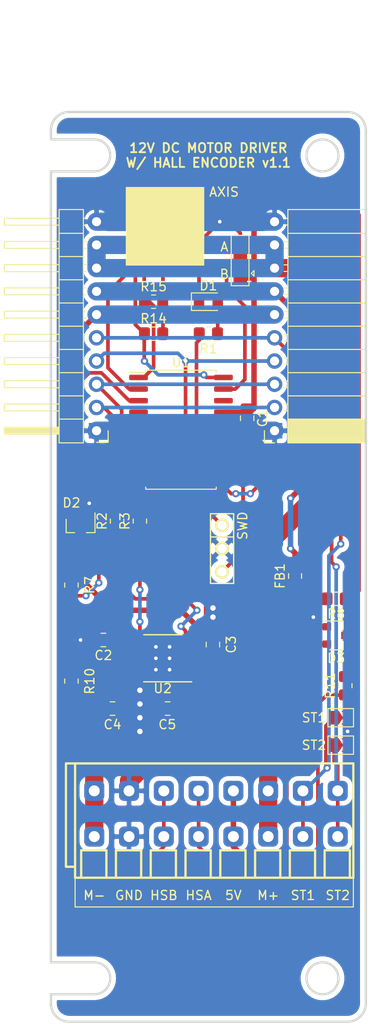
<source format=kicad_pcb>
(kicad_pcb (version 20171130) (host pcbnew 5.1.5+dfsg1-2build2)

  (general
    (thickness 1.6)
    (drawings 37)
    (tracks 306)
    (zones 0)
    (modules 27)
    (nets 27)
  )

  (page A4)
  (layers
    (0 F.Cu signal)
    (31 B.Cu power)
    (32 B.Adhes user)
    (33 F.Adhes user)
    (34 B.Paste user)
    (35 F.Paste user)
    (36 B.SilkS user)
    (37 F.SilkS user)
    (38 B.Mask user)
    (39 F.Mask user)
    (40 Dwgs.User user)
    (41 Cmts.User user)
    (42 Eco1.User user)
    (43 Eco2.User user)
    (44 Edge.Cuts user)
    (45 Margin user)
    (46 B.CrtYd user)
    (47 F.CrtYd user)
    (48 B.Fab user)
    (49 F.Fab user hide)
  )

  (setup
    (last_trace_width 0.4)
    (user_trace_width 0.6)
    (user_trace_width 2)
    (trace_clearance 0.2)
    (zone_clearance 0)
    (zone_45_only no)
    (trace_min 0.2)
    (via_size 0.8)
    (via_drill 0.4)
    (via_min_size 0.4)
    (via_min_drill 0.3)
    (user_via 0.9 0.6)
    (uvia_size 0.3)
    (uvia_drill 0.1)
    (uvias_allowed no)
    (uvia_min_size 0.2)
    (uvia_min_drill 0.1)
    (edge_width 0.05)
    (segment_width 0.2)
    (pcb_text_width 0.3)
    (pcb_text_size 1.5 1.5)
    (mod_edge_width 0.12)
    (mod_text_size 1 1)
    (mod_text_width 0.15)
    (pad_size 1.7 1.7)
    (pad_drill 1)
    (pad_to_mask_clearance 0.051)
    (solder_mask_min_width 0.25)
    (aux_axis_origin 0 0)
    (visible_elements FFFFFF7F)
    (pcbplotparams
      (layerselection 0x010fc_ffffffff)
      (usegerberextensions false)
      (usegerberattributes false)
      (usegerberadvancedattributes false)
      (creategerberjobfile false)
      (excludeedgelayer true)
      (linewidth 0.100000)
      (plotframeref false)
      (viasonmask false)
      (mode 1)
      (useauxorigin false)
      (hpglpennumber 1)
      (hpglpenspeed 20)
      (hpglpendiameter 15.000000)
      (psnegative false)
      (psa4output false)
      (plotreference true)
      (plotvalue true)
      (plotinvisibletext false)
      (padsonsilk false)
      (subtractmaskfromsilk false)
      (outputformat 1)
      (mirror false)
      (drillshape 0)
      (scaleselection 1)
      (outputdirectory "gerber"))
  )

  (net 0 "")
  (net 1 GND)
  (net 2 +3V3)
  (net 3 +12V)
  (net 4 "Net-(D1-Pad2)")
  (net 5 /HALL_B)
  (net 6 /HALL_A)
  (net 7 +5V)
  (net 8 "Net-(FB1-Pad1)")
  (net 9 /IRQ)
  (net 10 /SDA)
  (net 11 /SCL)
  (net 12 /MOTOR_P)
  (net 13 "Net-(J3-Pad4)")
  (net 14 "Net-(J3-Pad3)")
  (net 15 /MOTOR_M)
  (net 16 /LED)
  (net 17 "Net-(R2-Pad1)")
  (net 18 "Net-(R3-Pad1)")
  (net 19 /SWDIO)
  (net 20 /SWCLK)
  (net 21 /STOP_2)
  (net 22 /STOP_1)
  (net 23 /ADDR)
  (net 24 /RST)
  (net 25 /FWD)
  (net 26 /REV)

  (net_class Default "This is the default net class."
    (clearance 0.2)
    (trace_width 0.4)
    (via_dia 0.8)
    (via_drill 0.4)
    (uvia_dia 0.3)
    (uvia_drill 0.1)
    (add_net +12V)
    (add_net +3V3)
    (add_net +5V)
    (add_net /ADDR)
    (add_net /FWD)
    (add_net /HALL_A)
    (add_net /HALL_B)
    (add_net /IRQ)
    (add_net /LED)
    (add_net /MOTOR_M)
    (add_net /MOTOR_P)
    (add_net /REV)
    (add_net /RST)
    (add_net /SCL)
    (add_net /SDA)
    (add_net /STOP_1)
    (add_net /STOP_2)
    (add_net /SWCLK)
    (add_net /SWDIO)
    (add_net GND)
    (add_net "Net-(D1-Pad2)")
    (add_net "Net-(FB1-Pad1)")
    (add_net "Net-(J3-Pad3)")
    (add_net "Net-(J3-Pad4)")
    (add_net "Net-(R2-Pad1)")
    (add_net "Net-(R3-Pad1)")
    (add_net "Net-(U1-Pad15)")
    (add_net "Net-(U1-Pad18)")
    (add_net "Net-(U1-Pad4)")
    (add_net "Net-(U1-Pad5)")
  )

  (module Package_SO:Diodes_SO-8EP (layer F.Cu) (tedit 5B8826E6) (tstamp 60F2399F)
    (at 95 110 180)
    (descr "8-Lead Plastic SO, Exposed Die Pad (see https://www.diodes.com/assets/Package-Files/SO-8EP.pdf)")
    (tags "SO exposed pad")
    (path /60FD2699)
    (attr smd)
    (fp_text reference U2 (at 0 -3.3) (layer F.SilkS)
      (effects (font (size 1 1) (thickness 0.15)))
    )
    (fp_text value ZXBM5210-SP (at 0 3.4) (layer F.Fab)
      (effects (font (size 1 1) (thickness 0.15)))
    )
    (fp_text user %R (at 0 0) (layer F.Fab)
      (effects (font (size 1 1) (thickness 0.15)))
    )
    (fp_line (start -2.075 2.575) (end 2.075 2.575) (layer F.SilkS) (width 0.15))
    (fp_line (start -3.175 -2.575) (end 2.075 -2.575) (layer F.SilkS) (width 0.15))
    (fp_line (start -3.5 2.55) (end 3.5 2.55) (layer F.CrtYd) (width 0.05))
    (fp_line (start -3.5 -2.55) (end 3.5 -2.55) (layer F.CrtYd) (width 0.05))
    (fp_line (start 3.5 -2.55) (end 3.5 2.55) (layer F.CrtYd) (width 0.05))
    (fp_line (start -3.5 -2.55) (end -3.5 2.55) (layer F.CrtYd) (width 0.05))
    (fp_line (start -1.95 -1.45) (end -0.95 -2.45) (layer F.Fab) (width 0.15))
    (fp_line (start -1.95 2.45) (end -1.95 -1.45) (layer F.Fab) (width 0.15))
    (fp_line (start 1.95 2.45) (end -1.95 2.45) (layer F.Fab) (width 0.15))
    (fp_line (start 1.95 -2.45) (end 1.95 2.45) (layer F.Fab) (width 0.15))
    (fp_line (start -0.95 -2.45) (end 1.95 -2.45) (layer F.Fab) (width 0.15))
    (pad 9 smd rect (at 0 0 180) (size 2.613 3.502) (layers F.Cu F.Paste F.Mask)
      (net 1 GND) (solder_paste_margin_ratio -0.2))
    (pad 8 smd rect (at 2.4975 -1.905 180) (size 1.505 0.802) (layers F.Cu F.Paste F.Mask)
      (net 1 GND))
    (pad 7 smd rect (at 2.4975 -0.635 180) (size 1.505 0.802) (layers F.Cu F.Paste F.Mask)
      (net 15 /MOTOR_M))
    (pad 6 smd rect (at 2.4975 0.635 180) (size 1.505 0.802) (layers F.Cu F.Paste F.Mask)
      (net 2 +3V3))
    (pad 5 smd rect (at 2.4975 1.905 180) (size 1.505 0.802) (layers F.Cu F.Paste F.Mask)
      (net 18 "Net-(R3-Pad1)"))
    (pad 4 smd rect (at -2.4975 1.905 180) (size 1.505 0.802) (layers F.Cu F.Paste F.Mask)
      (net 17 "Net-(R2-Pad1)"))
    (pad 3 smd rect (at -2.4975 0.635 180) (size 1.505 0.802) (layers F.Cu F.Paste F.Mask)
      (net 2 +3V3))
    (pad 2 smd rect (at -2.4975 -0.635 180) (size 1.505 0.802) (layers F.Cu F.Paste F.Mask)
      (net 3 +12V))
    (pad 1 smd rect (at -2.4975 -1.905 180) (size 1.505 0.802) (layers F.Cu F.Paste F.Mask)
      (net 12 /MOTOR_P))
    (model ${KISYS3DMOD}/Package_SO.3dshapes/SOIC-8_3.9x4.9mm_P1.27mm.wrl
      (at (xyz 0 0 0))
      (scale (xyz 1 1 1))
      (rotate (xyz 0 0 0))
    )
  )

  (module Capacitor_SMD:C_0805_2012Metric_Pad1.18x1.45mm_HandSolder (layer F.Cu) (tedit 5F68FEEF) (tstamp 60F1FA15)
    (at 95.5375 115.5 180)
    (descr "Capacitor SMD 0805 (2012 Metric), square (rectangular) end terminal, IPC_7351 nominal with elongated pad for handsoldering. (Body size source: IPC-SM-782 page 76, https://www.pcb-3d.com/wordpress/wp-content/uploads/ipc-sm-782a_amendment_1_and_2.pdf, https://docs.google.com/spreadsheets/d/1BsfQQcO9C6DZCsRaXUlFlo91Tg2WpOkGARC1WS5S8t0/edit?usp=sharing), generated with kicad-footprint-generator")
    (tags "capacitor handsolder")
    (path /60FC7850)
    (attr smd)
    (fp_text reference C5 (at 0.0375 -1.75) (layer F.SilkS)
      (effects (font (size 1 1) (thickness 0.15)))
    )
    (fp_text value 10u (at 0 1.68) (layer F.Fab)
      (effects (font (size 1 1) (thickness 0.15)))
    )
    (fp_text user %R (at 0 0) (layer F.Fab)
      (effects (font (size 0.5 0.5) (thickness 0.08)))
    )
    (fp_line (start 1.88 0.98) (end -1.88 0.98) (layer F.CrtYd) (width 0.05))
    (fp_line (start 1.88 -0.98) (end 1.88 0.98) (layer F.CrtYd) (width 0.05))
    (fp_line (start -1.88 -0.98) (end 1.88 -0.98) (layer F.CrtYd) (width 0.05))
    (fp_line (start -1.88 0.98) (end -1.88 -0.98) (layer F.CrtYd) (width 0.05))
    (fp_line (start -0.261252 0.735) (end 0.261252 0.735) (layer F.SilkS) (width 0.12))
    (fp_line (start -0.261252 -0.735) (end 0.261252 -0.735) (layer F.SilkS) (width 0.12))
    (fp_line (start 1 0.625) (end -1 0.625) (layer F.Fab) (width 0.1))
    (fp_line (start 1 -0.625) (end 1 0.625) (layer F.Fab) (width 0.1))
    (fp_line (start -1 -0.625) (end 1 -0.625) (layer F.Fab) (width 0.1))
    (fp_line (start -1 0.625) (end -1 -0.625) (layer F.Fab) (width 0.1))
    (pad 2 smd roundrect (at 1.0375 0 180) (size 1.175 1.45) (layers F.Cu F.Paste F.Mask) (roundrect_rratio 0.212766)
      (net 1 GND))
    (pad 1 smd roundrect (at -1.0375 0 180) (size 1.175 1.45) (layers F.Cu F.Paste F.Mask) (roundrect_rratio 0.212766)
      (net 12 /MOTOR_P))
    (model ${KISYS3DMOD}/Capacitor_SMD.3dshapes/C_0805_2012Metric.wrl
      (at (xyz 0 0 0))
      (scale (xyz 1 1 1))
      (rotate (xyz 0 0 0))
    )
  )

  (module Capacitor_SMD:C_0805_2012Metric_Pad1.18x1.45mm_HandSolder (layer F.Cu) (tedit 5F68FEEF) (tstamp 60F1FA04)
    (at 89.5 115.5)
    (descr "Capacitor SMD 0805 (2012 Metric), square (rectangular) end terminal, IPC_7351 nominal with elongated pad for handsoldering. (Body size source: IPC-SM-782 page 76, https://www.pcb-3d.com/wordpress/wp-content/uploads/ipc-sm-782a_amendment_1_and_2.pdf, https://docs.google.com/spreadsheets/d/1BsfQQcO9C6DZCsRaXUlFlo91Tg2WpOkGARC1WS5S8t0/edit?usp=sharing), generated with kicad-footprint-generator")
    (tags "capacitor handsolder")
    (path /60FC7481)
    (attr smd)
    (fp_text reference C4 (at 0 1.75) (layer F.SilkS)
      (effects (font (size 1 1) (thickness 0.15)))
    )
    (fp_text value 10u (at 0 1.68) (layer F.Fab)
      (effects (font (size 1 1) (thickness 0.15)))
    )
    (fp_text user %R (at 0 0) (layer F.Fab)
      (effects (font (size 0.5 0.5) (thickness 0.08)))
    )
    (fp_line (start 1.88 0.98) (end -1.88 0.98) (layer F.CrtYd) (width 0.05))
    (fp_line (start 1.88 -0.98) (end 1.88 0.98) (layer F.CrtYd) (width 0.05))
    (fp_line (start -1.88 -0.98) (end 1.88 -0.98) (layer F.CrtYd) (width 0.05))
    (fp_line (start -1.88 0.98) (end -1.88 -0.98) (layer F.CrtYd) (width 0.05))
    (fp_line (start -0.261252 0.735) (end 0.261252 0.735) (layer F.SilkS) (width 0.12))
    (fp_line (start -0.261252 -0.735) (end 0.261252 -0.735) (layer F.SilkS) (width 0.12))
    (fp_line (start 1 0.625) (end -1 0.625) (layer F.Fab) (width 0.1))
    (fp_line (start 1 -0.625) (end 1 0.625) (layer F.Fab) (width 0.1))
    (fp_line (start -1 -0.625) (end 1 -0.625) (layer F.Fab) (width 0.1))
    (fp_line (start -1 0.625) (end -1 -0.625) (layer F.Fab) (width 0.1))
    (pad 2 smd roundrect (at 1.0375 0) (size 1.175 1.45) (layers F.Cu F.Paste F.Mask) (roundrect_rratio 0.212766)
      (net 1 GND))
    (pad 1 smd roundrect (at -1.0375 0) (size 1.175 1.45) (layers F.Cu F.Paste F.Mask) (roundrect_rratio 0.212766)
      (net 15 /MOTOR_M))
    (model ${KISYS3DMOD}/Capacitor_SMD.3dshapes/C_0805_2012Metric.wrl
      (at (xyz 0 0 0))
      (scale (xyz 1 1 1))
      (rotate (xyz 0 0 0))
    )
  )

  (module Resistor_SMD:R_0805_2012Metric_Pad1.20x1.40mm_HandSolder (layer F.Cu) (tedit 5F68FEEE) (tstamp 6005C35D)
    (at 94 71)
    (descr "Resistor SMD 0805 (2012 Metric), square (rectangular) end terminal, IPC_7351 nominal with elongated pad for handsoldering. (Body size source: IPC-SM-782 page 72, https://www.pcb-3d.com/wordpress/wp-content/uploads/ipc-sm-782a_amendment_1_and_2.pdf), generated with kicad-footprint-generator")
    (tags "resistor handsolder")
    (path /60088EC3)
    (attr smd)
    (fp_text reference R15 (at 0 -1.65) (layer F.SilkS)
      (effects (font (size 1 1) (thickness 0.15)))
    )
    (fp_text value 10k (at 0 1.65) (layer F.Fab)
      (effects (font (size 1 1) (thickness 0.15)))
    )
    (fp_text user %R (at 0 0) (layer F.Fab)
      (effects (font (size 0.5 0.5) (thickness 0.08)))
    )
    (fp_line (start 1.85 0.95) (end -1.85 0.95) (layer F.CrtYd) (width 0.05))
    (fp_line (start 1.85 -0.95) (end 1.85 0.95) (layer F.CrtYd) (width 0.05))
    (fp_line (start -1.85 -0.95) (end 1.85 -0.95) (layer F.CrtYd) (width 0.05))
    (fp_line (start -1.85 0.95) (end -1.85 -0.95) (layer F.CrtYd) (width 0.05))
    (fp_line (start -0.227064 0.735) (end 0.227064 0.735) (layer F.SilkS) (width 0.12))
    (fp_line (start -0.227064 -0.735) (end 0.227064 -0.735) (layer F.SilkS) (width 0.12))
    (fp_line (start 1 0.625) (end -1 0.625) (layer F.Fab) (width 0.1))
    (fp_line (start 1 -0.625) (end 1 0.625) (layer F.Fab) (width 0.1))
    (fp_line (start -1 -0.625) (end 1 -0.625) (layer F.Fab) (width 0.1))
    (fp_line (start -1 0.625) (end -1 -0.625) (layer F.Fab) (width 0.1))
    (pad 2 smd roundrect (at 1 0) (size 1.2 1.4) (layers F.Cu F.Paste F.Mask) (roundrect_rratio 0.208333)
      (net 2 +3V3))
    (pad 1 smd roundrect (at -1 0) (size 1.2 1.4) (layers F.Cu F.Paste F.Mask) (roundrect_rratio 0.208333)
      (net 21 /STOP_2))
    (model ${KISYS3DMOD}/Resistor_SMD.3dshapes/R_0805_2012Metric.wrl
      (at (xyz 0 0 0))
      (scale (xyz 1 1 1))
      (rotate (xyz 0 0 0))
    )
  )

  (module Resistor_SMD:R_0805_2012Metric_Pad1.20x1.40mm_HandSolder (layer F.Cu) (tedit 5F68FEEE) (tstamp 6005C34C)
    (at 94 74.5)
    (descr "Resistor SMD 0805 (2012 Metric), square (rectangular) end terminal, IPC_7351 nominal with elongated pad for handsoldering. (Body size source: IPC-SM-782 page 72, https://www.pcb-3d.com/wordpress/wp-content/uploads/ipc-sm-782a_amendment_1_and_2.pdf), generated with kicad-footprint-generator")
    (tags "resistor handsolder")
    (path /6006D6A4)
    (attr smd)
    (fp_text reference R14 (at 0 -1.65) (layer F.SilkS)
      (effects (font (size 1 1) (thickness 0.15)))
    )
    (fp_text value 10k (at 0 1.65) (layer F.Fab)
      (effects (font (size 1 1) (thickness 0.15)))
    )
    (fp_text user %R (at 0 0) (layer F.Fab)
      (effects (font (size 0.5 0.5) (thickness 0.08)))
    )
    (fp_line (start 1.85 0.95) (end -1.85 0.95) (layer F.CrtYd) (width 0.05))
    (fp_line (start 1.85 -0.95) (end 1.85 0.95) (layer F.CrtYd) (width 0.05))
    (fp_line (start -1.85 -0.95) (end 1.85 -0.95) (layer F.CrtYd) (width 0.05))
    (fp_line (start -1.85 0.95) (end -1.85 -0.95) (layer F.CrtYd) (width 0.05))
    (fp_line (start -0.227064 0.735) (end 0.227064 0.735) (layer F.SilkS) (width 0.12))
    (fp_line (start -0.227064 -0.735) (end 0.227064 -0.735) (layer F.SilkS) (width 0.12))
    (fp_line (start 1 0.625) (end -1 0.625) (layer F.Fab) (width 0.1))
    (fp_line (start 1 -0.625) (end 1 0.625) (layer F.Fab) (width 0.1))
    (fp_line (start -1 -0.625) (end 1 -0.625) (layer F.Fab) (width 0.1))
    (fp_line (start -1 0.625) (end -1 -0.625) (layer F.Fab) (width 0.1))
    (pad 2 smd roundrect (at 1 0) (size 1.2 1.4) (layers F.Cu F.Paste F.Mask) (roundrect_rratio 0.208333)
      (net 2 +3V3))
    (pad 1 smd roundrect (at -1 0) (size 1.2 1.4) (layers F.Cu F.Paste F.Mask) (roundrect_rratio 0.208333)
      (net 22 /STOP_1))
    (model ${KISYS3DMOD}/Resistor_SMD.3dshapes/R_0805_2012Metric.wrl
      (at (xyz 0 0 0))
      (scale (xyz 1 1 1))
      (rotate (xyz 0 0 0))
    )
  )

  (module Resistor_SMD:R_0805_2012Metric_Pad1.20x1.40mm_HandSolder (layer F.Cu) (tedit 5F68FEEE) (tstamp 600257CE)
    (at 115 113 90)
    (descr "Resistor SMD 0805 (2012 Metric), square (rectangular) end terminal, IPC_7351 nominal with elongated pad for handsoldering. (Body size source: IPC-SM-782 page 72, https://www.pcb-3d.com/wordpress/wp-content/uploads/ipc-sm-782a_amendment_1_and_2.pdf), generated with kicad-footprint-generator")
    (tags "resistor handsolder")
    (path /600686A3)
    (attr smd)
    (fp_text reference R11 (at 0 -1.65 90) (layer F.SilkS)
      (effects (font (size 1 1) (thickness 0.15)))
    )
    (fp_text value 270R (at 0 1.65 90) (layer F.Fab)
      (effects (font (size 1 1) (thickness 0.15)))
    )
    (fp_text user %R (at 0 0 90) (layer F.Fab)
      (effects (font (size 0.5 0.5) (thickness 0.08)))
    )
    (fp_line (start 1.85 0.95) (end -1.85 0.95) (layer F.CrtYd) (width 0.05))
    (fp_line (start 1.85 -0.95) (end 1.85 0.95) (layer F.CrtYd) (width 0.05))
    (fp_line (start -1.85 -0.95) (end 1.85 -0.95) (layer F.CrtYd) (width 0.05))
    (fp_line (start -1.85 0.95) (end -1.85 -0.95) (layer F.CrtYd) (width 0.05))
    (fp_line (start -0.227064 0.735) (end 0.227064 0.735) (layer F.SilkS) (width 0.12))
    (fp_line (start -0.227064 -0.735) (end 0.227064 -0.735) (layer F.SilkS) (width 0.12))
    (fp_line (start 1 0.625) (end -1 0.625) (layer F.Fab) (width 0.1))
    (fp_line (start 1 -0.625) (end 1 0.625) (layer F.Fab) (width 0.1))
    (fp_line (start -1 -0.625) (end 1 -0.625) (layer F.Fab) (width 0.1))
    (fp_line (start -1 0.625) (end -1 -0.625) (layer F.Fab) (width 0.1))
    (pad 2 smd roundrect (at 1 0 90) (size 1.2 1.4) (layers F.Cu F.Paste F.Mask) (roundrect_rratio 0.208333)
      (net 6 /HALL_A))
    (pad 1 smd roundrect (at -1 0 90) (size 1.2 1.4) (layers F.Cu F.Paste F.Mask) (roundrect_rratio 0.208333)
      (net 13 "Net-(J3-Pad4)"))
    (model ${KISYS3DMOD}/Resistor_SMD.3dshapes/R_0805_2012Metric.wrl
      (at (xyz 0 0 0))
      (scale (xyz 1 1 1))
      (rotate (xyz 0 0 0))
    )
  )

  (module Resistor_SMD:R_0805_2012Metric_Pad1.20x1.40mm_HandSolder (layer F.Cu) (tedit 5F68FEEE) (tstamp 60025BA9)
    (at 85 112.5 90)
    (descr "Resistor SMD 0805 (2012 Metric), square (rectangular) end terminal, IPC_7351 nominal with elongated pad for handsoldering. (Body size source: IPC-SM-782 page 72, https://www.pcb-3d.com/wordpress/wp-content/uploads/ipc-sm-782a_amendment_1_and_2.pdf), generated with kicad-footprint-generator")
    (tags "resistor handsolder")
    (path /60064ADD)
    (attr smd)
    (fp_text reference R10 (at 0 2 90) (layer F.SilkS)
      (effects (font (size 1 1) (thickness 0.15)))
    )
    (fp_text value 270R (at 0 1.65 90) (layer F.Fab)
      (effects (font (size 1 1) (thickness 0.15)))
    )
    (fp_text user %R (at 0 0 90) (layer F.Fab)
      (effects (font (size 0.5 0.5) (thickness 0.08)))
    )
    (fp_line (start 1.85 0.95) (end -1.85 0.95) (layer F.CrtYd) (width 0.05))
    (fp_line (start 1.85 -0.95) (end 1.85 0.95) (layer F.CrtYd) (width 0.05))
    (fp_line (start -1.85 -0.95) (end 1.85 -0.95) (layer F.CrtYd) (width 0.05))
    (fp_line (start -1.85 0.95) (end -1.85 -0.95) (layer F.CrtYd) (width 0.05))
    (fp_line (start -0.227064 0.735) (end 0.227064 0.735) (layer F.SilkS) (width 0.12))
    (fp_line (start -0.227064 -0.735) (end 0.227064 -0.735) (layer F.SilkS) (width 0.12))
    (fp_line (start 1 0.625) (end -1 0.625) (layer F.Fab) (width 0.1))
    (fp_line (start 1 -0.625) (end 1 0.625) (layer F.Fab) (width 0.1))
    (fp_line (start -1 -0.625) (end 1 -0.625) (layer F.Fab) (width 0.1))
    (fp_line (start -1 0.625) (end -1 -0.625) (layer F.Fab) (width 0.1))
    (pad 2 smd roundrect (at 1 0 90) (size 1.2 1.4) (layers F.Cu F.Paste F.Mask) (roundrect_rratio 0.208333)
      (net 5 /HALL_B))
    (pad 1 smd roundrect (at -1 0 90) (size 1.2 1.4) (layers F.Cu F.Paste F.Mask) (roundrect_rratio 0.208333)
      (net 14 "Net-(J3-Pad3)"))
    (model ${KISYS3DMOD}/Resistor_SMD.3dshapes/R_0805_2012Metric.wrl
      (at (xyz 0 0 0))
      (scale (xyz 1 1 1))
      (rotate (xyz 0 0 0))
    )
  )

  (module Resistor_SMD:R_0805_2012Metric_Pad1.20x1.40mm_HandSolder (layer F.Cu) (tedit 5F68FEEE) (tstamp 60025AC2)
    (at 114 103.5 180)
    (descr "Resistor SMD 0805 (2012 Metric), square (rectangular) end terminal, IPC_7351 nominal with elongated pad for handsoldering. (Body size source: IPC-SM-782 page 72, https://www.pcb-3d.com/wordpress/wp-content/uploads/ipc-sm-782a_amendment_1_and_2.pdf), generated with kicad-footprint-generator")
    (tags "resistor handsolder")
    (path /60081661)
    (attr smd)
    (fp_text reference R8 (at 0 -1.65) (layer F.SilkS)
      (effects (font (size 1 1) (thickness 0.15)))
    )
    (fp_text value 10k (at 0 1.65) (layer F.Fab)
      (effects (font (size 1 1) (thickness 0.15)))
    )
    (fp_text user %R (at 0 0) (layer F.Fab)
      (effects (font (size 0.5 0.5) (thickness 0.08)))
    )
    (fp_line (start 1.85 0.95) (end -1.85 0.95) (layer F.CrtYd) (width 0.05))
    (fp_line (start 1.85 -0.95) (end 1.85 0.95) (layer F.CrtYd) (width 0.05))
    (fp_line (start -1.85 -0.95) (end 1.85 -0.95) (layer F.CrtYd) (width 0.05))
    (fp_line (start -1.85 0.95) (end -1.85 -0.95) (layer F.CrtYd) (width 0.05))
    (fp_line (start -0.227064 0.735) (end 0.227064 0.735) (layer F.SilkS) (width 0.12))
    (fp_line (start -0.227064 -0.735) (end 0.227064 -0.735) (layer F.SilkS) (width 0.12))
    (fp_line (start 1 0.625) (end -1 0.625) (layer F.Fab) (width 0.1))
    (fp_line (start 1 -0.625) (end 1 0.625) (layer F.Fab) (width 0.1))
    (fp_line (start -1 -0.625) (end 1 -0.625) (layer F.Fab) (width 0.1))
    (fp_line (start -1 0.625) (end -1 -0.625) (layer F.Fab) (width 0.1))
    (pad 2 smd roundrect (at 1 0 180) (size 1.2 1.4) (layers F.Cu F.Paste F.Mask) (roundrect_rratio 0.208333)
      (net 2 +3V3))
    (pad 1 smd roundrect (at -1 0 180) (size 1.2 1.4) (layers F.Cu F.Paste F.Mask) (roundrect_rratio 0.208333)
      (net 6 /HALL_A))
    (model ${KISYS3DMOD}/Resistor_SMD.3dshapes/R_0805_2012Metric.wrl
      (at (xyz 0 0 0))
      (scale (xyz 1 1 1))
      (rotate (xyz 0 0 0))
    )
  )

  (module Resistor_SMD:R_0805_2012Metric_Pad1.20x1.40mm_HandSolder (layer F.Cu) (tedit 5F68FEEE) (tstamp 60025A8C)
    (at 85 102 90)
    (descr "Resistor SMD 0805 (2012 Metric), square (rectangular) end terminal, IPC_7351 nominal with elongated pad for handsoldering. (Body size source: IPC-SM-782 page 72, https://www.pcb-3d.com/wordpress/wp-content/uploads/ipc-sm-782a_amendment_1_and_2.pdf), generated with kicad-footprint-generator")
    (tags "resistor handsolder")
    (path /6007E7CC)
    (attr smd)
    (fp_text reference R7 (at 0 2 90) (layer F.SilkS)
      (effects (font (size 1 1) (thickness 0.15)))
    )
    (fp_text value 10k (at 0 1.65 90) (layer F.Fab)
      (effects (font (size 1 1) (thickness 0.15)))
    )
    (fp_text user %R (at 0 0 90) (layer F.Fab)
      (effects (font (size 0.5 0.5) (thickness 0.08)))
    )
    (fp_line (start 1.85 0.95) (end -1.85 0.95) (layer F.CrtYd) (width 0.05))
    (fp_line (start 1.85 -0.95) (end 1.85 0.95) (layer F.CrtYd) (width 0.05))
    (fp_line (start -1.85 -0.95) (end 1.85 -0.95) (layer F.CrtYd) (width 0.05))
    (fp_line (start -1.85 0.95) (end -1.85 -0.95) (layer F.CrtYd) (width 0.05))
    (fp_line (start -0.227064 0.735) (end 0.227064 0.735) (layer F.SilkS) (width 0.12))
    (fp_line (start -0.227064 -0.735) (end 0.227064 -0.735) (layer F.SilkS) (width 0.12))
    (fp_line (start 1 0.625) (end -1 0.625) (layer F.Fab) (width 0.1))
    (fp_line (start 1 -0.625) (end 1 0.625) (layer F.Fab) (width 0.1))
    (fp_line (start -1 -0.625) (end 1 -0.625) (layer F.Fab) (width 0.1))
    (fp_line (start -1 0.625) (end -1 -0.625) (layer F.Fab) (width 0.1))
    (pad 2 smd roundrect (at 1 0 90) (size 1.2 1.4) (layers F.Cu F.Paste F.Mask) (roundrect_rratio 0.208333)
      (net 2 +3V3))
    (pad 1 smd roundrect (at -1 0 90) (size 1.2 1.4) (layers F.Cu F.Paste F.Mask) (roundrect_rratio 0.208333)
      (net 5 /HALL_B))
    (model ${KISYS3DMOD}/Resistor_SMD.3dshapes/R_0805_2012Metric.wrl
      (at (xyz 0 0 0))
      (scale (xyz 1 1 1))
      (rotate (xyz 0 0 0))
    )
  )

  (module Resistor_SMD:R_0805_2012Metric_Pad1.20x1.40mm_HandSolder (layer F.Cu) (tedit 5F68FEEE) (tstamp 600275C0)
    (at 92.5 95 90)
    (descr "Resistor SMD 0805 (2012 Metric), square (rectangular) end terminal, IPC_7351 nominal with elongated pad for handsoldering. (Body size source: IPC-SM-782 page 72, https://www.pcb-3d.com/wordpress/wp-content/uploads/ipc-sm-782a_amendment_1_and_2.pdf), generated with kicad-footprint-generator")
    (tags "resistor handsolder")
    (path /600F44F2)
    (attr smd)
    (fp_text reference R3 (at 0 -1.65 90) (layer F.SilkS)
      (effects (font (size 1 1) (thickness 0.15)))
    )
    (fp_text value 1k5 (at 0 1.65 90) (layer F.Fab)
      (effects (font (size 1 1) (thickness 0.15)))
    )
    (fp_text user %R (at 0 0 90) (layer F.Fab)
      (effects (font (size 0.5 0.5) (thickness 0.08)))
    )
    (fp_line (start 1.85 0.95) (end -1.85 0.95) (layer F.CrtYd) (width 0.05))
    (fp_line (start 1.85 -0.95) (end 1.85 0.95) (layer F.CrtYd) (width 0.05))
    (fp_line (start -1.85 -0.95) (end 1.85 -0.95) (layer F.CrtYd) (width 0.05))
    (fp_line (start -1.85 0.95) (end -1.85 -0.95) (layer F.CrtYd) (width 0.05))
    (fp_line (start -0.227064 0.735) (end 0.227064 0.735) (layer F.SilkS) (width 0.12))
    (fp_line (start -0.227064 -0.735) (end 0.227064 -0.735) (layer F.SilkS) (width 0.12))
    (fp_line (start 1 0.625) (end -1 0.625) (layer F.Fab) (width 0.1))
    (fp_line (start 1 -0.625) (end 1 0.625) (layer F.Fab) (width 0.1))
    (fp_line (start -1 -0.625) (end 1 -0.625) (layer F.Fab) (width 0.1))
    (fp_line (start -1 0.625) (end -1 -0.625) (layer F.Fab) (width 0.1))
    (pad 2 smd roundrect (at 1 0 90) (size 1.2 1.4) (layers F.Cu F.Paste F.Mask) (roundrect_rratio 0.208333)
      (net 26 /REV))
    (pad 1 smd roundrect (at -1 0 90) (size 1.2 1.4) (layers F.Cu F.Paste F.Mask) (roundrect_rratio 0.208333)
      (net 18 "Net-(R3-Pad1)"))
    (model ${KISYS3DMOD}/Resistor_SMD.3dshapes/R_0805_2012Metric.wrl
      (at (xyz 0 0 0))
      (scale (xyz 1 1 1))
      (rotate (xyz 0 0 0))
    )
  )

  (module Resistor_SMD:R_0805_2012Metric_Pad1.20x1.40mm_HandSolder (layer F.Cu) (tedit 5F68FEEE) (tstamp 6002813D)
    (at 90 95 90)
    (descr "Resistor SMD 0805 (2012 Metric), square (rectangular) end terminal, IPC_7351 nominal with elongated pad for handsoldering. (Body size source: IPC-SM-782 page 72, https://www.pcb-3d.com/wordpress/wp-content/uploads/ipc-sm-782a_amendment_1_and_2.pdf), generated with kicad-footprint-generator")
    (tags "resistor handsolder")
    (path /600F064D)
    (attr smd)
    (fp_text reference R2 (at 0 -1.65 90) (layer F.SilkS)
      (effects (font (size 1 1) (thickness 0.15)))
    )
    (fp_text value 1k5 (at 0 1.65 90) (layer F.Fab)
      (effects (font (size 1 1) (thickness 0.15)))
    )
    (fp_text user %R (at 0 0 90) (layer F.Fab)
      (effects (font (size 0.5 0.5) (thickness 0.08)))
    )
    (fp_line (start 1.85 0.95) (end -1.85 0.95) (layer F.CrtYd) (width 0.05))
    (fp_line (start 1.85 -0.95) (end 1.85 0.95) (layer F.CrtYd) (width 0.05))
    (fp_line (start -1.85 -0.95) (end 1.85 -0.95) (layer F.CrtYd) (width 0.05))
    (fp_line (start -1.85 0.95) (end -1.85 -0.95) (layer F.CrtYd) (width 0.05))
    (fp_line (start -0.227064 0.735) (end 0.227064 0.735) (layer F.SilkS) (width 0.12))
    (fp_line (start -0.227064 -0.735) (end 0.227064 -0.735) (layer F.SilkS) (width 0.12))
    (fp_line (start 1 0.625) (end -1 0.625) (layer F.Fab) (width 0.1))
    (fp_line (start 1 -0.625) (end 1 0.625) (layer F.Fab) (width 0.1))
    (fp_line (start -1 -0.625) (end 1 -0.625) (layer F.Fab) (width 0.1))
    (fp_line (start -1 0.625) (end -1 -0.625) (layer F.Fab) (width 0.1))
    (pad 2 smd roundrect (at 1 0 90) (size 1.2 1.4) (layers F.Cu F.Paste F.Mask) (roundrect_rratio 0.208333)
      (net 25 /FWD))
    (pad 1 smd roundrect (at -1 0 90) (size 1.2 1.4) (layers F.Cu F.Paste F.Mask) (roundrect_rratio 0.208333)
      (net 17 "Net-(R2-Pad1)"))
    (model ${KISYS3DMOD}/Resistor_SMD.3dshapes/R_0805_2012Metric.wrl
      (at (xyz 0 0 0))
      (scale (xyz 1 1 1))
      (rotate (xyz 0 0 0))
    )
  )

  (module Resistor_SMD:R_0805_2012Metric_Pad1.20x1.40mm_HandSolder (layer F.Cu) (tedit 5F68FEEE) (tstamp 600256AB)
    (at 100 74.5 180)
    (descr "Resistor SMD 0805 (2012 Metric), square (rectangular) end terminal, IPC_7351 nominal with elongated pad for handsoldering. (Body size source: IPC-SM-782 page 72, https://www.pcb-3d.com/wordpress/wp-content/uploads/ipc-sm-782a_amendment_1_and_2.pdf), generated with kicad-footprint-generator")
    (tags "resistor handsolder")
    (path /60157DDA)
    (attr smd)
    (fp_text reference R1 (at 0 -1.65) (layer F.SilkS)
      (effects (font (size 1 1) (thickness 0.15)))
    )
    (fp_text value 270R (at 0 1.65) (layer F.Fab)
      (effects (font (size 1 1) (thickness 0.15)))
    )
    (fp_text user %R (at 0 0) (layer F.Fab)
      (effects (font (size 0.5 0.5) (thickness 0.08)))
    )
    (fp_line (start 1.85 0.95) (end -1.85 0.95) (layer F.CrtYd) (width 0.05))
    (fp_line (start 1.85 -0.95) (end 1.85 0.95) (layer F.CrtYd) (width 0.05))
    (fp_line (start -1.85 -0.95) (end 1.85 -0.95) (layer F.CrtYd) (width 0.05))
    (fp_line (start -1.85 0.95) (end -1.85 -0.95) (layer F.CrtYd) (width 0.05))
    (fp_line (start -0.227064 0.735) (end 0.227064 0.735) (layer F.SilkS) (width 0.12))
    (fp_line (start -0.227064 -0.735) (end 0.227064 -0.735) (layer F.SilkS) (width 0.12))
    (fp_line (start 1 0.625) (end -1 0.625) (layer F.Fab) (width 0.1))
    (fp_line (start 1 -0.625) (end 1 0.625) (layer F.Fab) (width 0.1))
    (fp_line (start -1 -0.625) (end 1 -0.625) (layer F.Fab) (width 0.1))
    (fp_line (start -1 0.625) (end -1 -0.625) (layer F.Fab) (width 0.1))
    (pad 2 smd roundrect (at 1 0 180) (size 1.2 1.4) (layers F.Cu F.Paste F.Mask) (roundrect_rratio 0.208333)
      (net 16 /LED))
    (pad 1 smd roundrect (at -1 0 180) (size 1.2 1.4) (layers F.Cu F.Paste F.Mask) (roundrect_rratio 0.208333)
      (net 4 "Net-(D1-Pad2)"))
    (model ${KISYS3DMOD}/Resistor_SMD.3dshapes/R_0805_2012Metric.wrl
      (at (xyz 0 0 0))
      (scale (xyz 1 1 1))
      (rotate (xyz 0 0 0))
    )
  )

  (module Capacitor_SMD:C_0805_2012Metric_Pad1.18x1.45mm_HandSolder (layer F.Cu) (tedit 5F68FEEF) (tstamp 60025AFB)
    (at 100.5 108.5 90)
    (descr "Capacitor SMD 0805 (2012 Metric), square (rectangular) end terminal, IPC_7351 nominal with elongated pad for handsoldering. (Body size source: IPC-SM-782 page 76, https://www.pcb-3d.com/wordpress/wp-content/uploads/ipc-sm-782a_amendment_1_and_2.pdf, https://docs.google.com/spreadsheets/d/1BsfQQcO9C6DZCsRaXUlFlo91Tg2WpOkGARC1WS5S8t0/edit?usp=sharing), generated with kicad-footprint-generator")
    (tags "capacitor handsolder")
    (path /600A4447)
    (attr smd)
    (fp_text reference C3 (at 0 2 90) (layer F.SilkS)
      (effects (font (size 1 1) (thickness 0.15)))
    )
    (fp_text value 10u (at 0 1.68 90) (layer F.Fab)
      (effects (font (size 1 1) (thickness 0.15)))
    )
    (fp_text user %R (at 0 0 90) (layer F.Fab)
      (effects (font (size 0.5 0.5) (thickness 0.08)))
    )
    (fp_line (start 1.88 0.98) (end -1.88 0.98) (layer F.CrtYd) (width 0.05))
    (fp_line (start 1.88 -0.98) (end 1.88 0.98) (layer F.CrtYd) (width 0.05))
    (fp_line (start -1.88 -0.98) (end 1.88 -0.98) (layer F.CrtYd) (width 0.05))
    (fp_line (start -1.88 0.98) (end -1.88 -0.98) (layer F.CrtYd) (width 0.05))
    (fp_line (start -0.261252 0.735) (end 0.261252 0.735) (layer F.SilkS) (width 0.12))
    (fp_line (start -0.261252 -0.735) (end 0.261252 -0.735) (layer F.SilkS) (width 0.12))
    (fp_line (start 1 0.625) (end -1 0.625) (layer F.Fab) (width 0.1))
    (fp_line (start 1 -0.625) (end 1 0.625) (layer F.Fab) (width 0.1))
    (fp_line (start -1 -0.625) (end 1 -0.625) (layer F.Fab) (width 0.1))
    (fp_line (start -1 0.625) (end -1 -0.625) (layer F.Fab) (width 0.1))
    (pad 2 smd roundrect (at 1.0375 0 90) (size 1.175 1.45) (layers F.Cu F.Paste F.Mask) (roundrect_rratio 0.212766)
      (net 1 GND))
    (pad 1 smd roundrect (at -1.0375 0 90) (size 1.175 1.45) (layers F.Cu F.Paste F.Mask) (roundrect_rratio 0.212766)
      (net 3 +12V))
    (model ${KISYS3DMOD}/Capacitor_SMD.3dshapes/C_0805_2012Metric.wrl
      (at (xyz 0 0 0))
      (scale (xyz 1 1 1))
      (rotate (xyz 0 0 0))
    )
  )

  (module Capacitor_SMD:C_0805_2012Metric_Pad1.18x1.45mm_HandSolder (layer F.Cu) (tedit 5F68FEEF) (tstamp 60F1BCA5)
    (at 88.5 108 180)
    (descr "Capacitor SMD 0805 (2012 Metric), square (rectangular) end terminal, IPC_7351 nominal with elongated pad for handsoldering. (Body size source: IPC-SM-782 page 76, https://www.pcb-3d.com/wordpress/wp-content/uploads/ipc-sm-782a_amendment_1_and_2.pdf, https://docs.google.com/spreadsheets/d/1BsfQQcO9C6DZCsRaXUlFlo91Tg2WpOkGARC1WS5S8t0/edit?usp=sharing), generated with kicad-footprint-generator")
    (tags "capacitor handsolder")
    (path /60F7A9A5)
    (attr smd)
    (fp_text reference C2 (at 0 -1.68) (layer F.SilkS)
      (effects (font (size 1 1) (thickness 0.15)))
    )
    (fp_text value 100n (at 0 1.68) (layer F.Fab)
      (effects (font (size 1 1) (thickness 0.15)))
    )
    (fp_text user %R (at 0 0) (layer F.Fab)
      (effects (font (size 0.5 0.5) (thickness 0.08)))
    )
    (fp_line (start 1.88 0.98) (end -1.88 0.98) (layer F.CrtYd) (width 0.05))
    (fp_line (start 1.88 -0.98) (end 1.88 0.98) (layer F.CrtYd) (width 0.05))
    (fp_line (start -1.88 -0.98) (end 1.88 -0.98) (layer F.CrtYd) (width 0.05))
    (fp_line (start -1.88 0.98) (end -1.88 -0.98) (layer F.CrtYd) (width 0.05))
    (fp_line (start -0.261252 0.735) (end 0.261252 0.735) (layer F.SilkS) (width 0.12))
    (fp_line (start -0.261252 -0.735) (end 0.261252 -0.735) (layer F.SilkS) (width 0.12))
    (fp_line (start 1 0.625) (end -1 0.625) (layer F.Fab) (width 0.1))
    (fp_line (start 1 -0.625) (end 1 0.625) (layer F.Fab) (width 0.1))
    (fp_line (start -1 -0.625) (end 1 -0.625) (layer F.Fab) (width 0.1))
    (fp_line (start -1 0.625) (end -1 -0.625) (layer F.Fab) (width 0.1))
    (pad 2 smd roundrect (at 1.0375 0 180) (size 1.175 1.45) (layers F.Cu F.Paste F.Mask) (roundrect_rratio 0.212766)
      (net 1 GND))
    (pad 1 smd roundrect (at -1.0375 0 180) (size 1.175 1.45) (layers F.Cu F.Paste F.Mask) (roundrect_rratio 0.212766)
      (net 2 +3V3))
    (model ${KISYS3DMOD}/Capacitor_SMD.3dshapes/C_0805_2012Metric.wrl
      (at (xyz 0 0 0))
      (scale (xyz 1 1 1))
      (rotate (xyz 0 0 0))
    )
  )

  (module Capacitor_SMD:C_0805_2012Metric_Pad1.18x1.45mm_HandSolder (layer F.Cu) (tedit 5F68FEEF) (tstamp 600337A9)
    (at 104.25 83.75 270)
    (descr "Capacitor SMD 0805 (2012 Metric), square (rectangular) end terminal, IPC_7351 nominal with elongated pad for handsoldering. (Body size source: IPC-SM-782 page 76, https://www.pcb-3d.com/wordpress/wp-content/uploads/ipc-sm-782a_amendment_1_and_2.pdf, https://docs.google.com/spreadsheets/d/1BsfQQcO9C6DZCsRaXUlFlo91Tg2WpOkGARC1WS5S8t0/edit?usp=sharing), generated with kicad-footprint-generator")
    (tags "capacitor handsolder")
    (path /600ADE17)
    (attr smd)
    (fp_text reference C1 (at 0 -1.68 90) (layer F.SilkS)
      (effects (font (size 1 1) (thickness 0.15)))
    )
    (fp_text value 100n (at 0 1.68 90) (layer F.Fab)
      (effects (font (size 1 1) (thickness 0.15)))
    )
    (fp_text user %R (at 0 0 90) (layer F.Fab)
      (effects (font (size 0.5 0.5) (thickness 0.08)))
    )
    (fp_line (start 1.88 0.98) (end -1.88 0.98) (layer F.CrtYd) (width 0.05))
    (fp_line (start 1.88 -0.98) (end 1.88 0.98) (layer F.CrtYd) (width 0.05))
    (fp_line (start -1.88 -0.98) (end 1.88 -0.98) (layer F.CrtYd) (width 0.05))
    (fp_line (start -1.88 0.98) (end -1.88 -0.98) (layer F.CrtYd) (width 0.05))
    (fp_line (start -0.261252 0.735) (end 0.261252 0.735) (layer F.SilkS) (width 0.12))
    (fp_line (start -0.261252 -0.735) (end 0.261252 -0.735) (layer F.SilkS) (width 0.12))
    (fp_line (start 1 0.625) (end -1 0.625) (layer F.Fab) (width 0.1))
    (fp_line (start 1 -0.625) (end 1 0.625) (layer F.Fab) (width 0.1))
    (fp_line (start -1 -0.625) (end 1 -0.625) (layer F.Fab) (width 0.1))
    (fp_line (start -1 0.625) (end -1 -0.625) (layer F.Fab) (width 0.1))
    (pad 2 smd roundrect (at 1.0375 0 270) (size 1.175 1.45) (layers F.Cu F.Paste F.Mask) (roundrect_rratio 0.212766)
      (net 1 GND))
    (pad 1 smd roundrect (at -1.0375 0 270) (size 1.175 1.45) (layers F.Cu F.Paste F.Mask) (roundrect_rratio 0.212766)
      (net 2 +3V3))
    (model ${KISYS3DMOD}/Capacitor_SMD.3dshapes/C_0805_2012Metric.wrl
      (at (xyz 0 0 0))
      (scale (xyz 1 1 1))
      (rotate (xyz 0 0 0))
    )
  )

  (module Connector_PinSocket_2.54mm:PinSocket_1x10_P2.54mm_Horizontal (layer F.Cu) (tedit 5A19A425) (tstamp 60699661)
    (at 107.25 85.11 180)
    (descr "Through hole angled socket strip, 1x10, 2.54mm pitch, 8.51mm socket length, single row (from Kicad 4.0.7), script generated")
    (tags "Through hole angled socket strip THT 1x10 2.54mm single row")
    (path /6001E716)
    (fp_text reference J2 (at -4.38 -2.77) (layer F.SilkS) hide
      (effects (font (size 1 1) (thickness 0.15)))
    )
    (fp_text value T100-OUT (at -4.38 25.63) (layer F.Fab)
      (effects (font (size 1 1) (thickness 0.15)))
    )
    (fp_text user %R (at -5.775 11.43 90) (layer F.Fab)
      (effects (font (size 1 1) (thickness 0.15)))
    )
    (fp_line (start 1.75 24.65) (end 1.75 -1.75) (layer F.CrtYd) (width 0.05))
    (fp_line (start -10.55 24.65) (end 1.75 24.65) (layer F.CrtYd) (width 0.05))
    (fp_line (start -10.55 -1.75) (end -10.55 24.65) (layer F.CrtYd) (width 0.05))
    (fp_line (start 1.75 -1.75) (end -10.55 -1.75) (layer F.CrtYd) (width 0.05))
    (fp_line (start 0 -1.33) (end 1.11 -1.33) (layer F.SilkS) (width 0.12))
    (fp_line (start 1.11 -1.33) (end 1.11 0) (layer F.SilkS) (width 0.12))
    (fp_line (start -10.09 -1.33) (end -10.09 24.19) (layer F.SilkS) (width 0.12))
    (fp_line (start -10.09 24.19) (end -1.46 24.19) (layer F.SilkS) (width 0.12))
    (fp_line (start -1.46 -1.33) (end -1.46 24.19) (layer F.SilkS) (width 0.12))
    (fp_line (start -10.09 -1.33) (end -1.46 -1.33) (layer F.SilkS) (width 0.12))
    (fp_line (start -10.09 21.59) (end -1.46 21.59) (layer F.SilkS) (width 0.12))
    (fp_line (start -10.09 19.05) (end -1.46 19.05) (layer F.SilkS) (width 0.12))
    (fp_line (start -10.09 16.51) (end -1.46 16.51) (layer F.SilkS) (width 0.12))
    (fp_line (start -10.09 13.97) (end -1.46 13.97) (layer F.SilkS) (width 0.12))
    (fp_line (start -10.09 11.43) (end -1.46 11.43) (layer F.SilkS) (width 0.12))
    (fp_line (start -10.09 8.89) (end -1.46 8.89) (layer F.SilkS) (width 0.12))
    (fp_line (start -10.09 6.35) (end -1.46 6.35) (layer F.SilkS) (width 0.12))
    (fp_line (start -10.09 3.81) (end -1.46 3.81) (layer F.SilkS) (width 0.12))
    (fp_line (start -10.09 1.27) (end -1.46 1.27) (layer F.SilkS) (width 0.12))
    (fp_line (start -1.46 23.22) (end -1.05 23.22) (layer F.SilkS) (width 0.12))
    (fp_line (start -1.46 22.5) (end -1.05 22.5) (layer F.SilkS) (width 0.12))
    (fp_line (start -1.46 20.68) (end -1.05 20.68) (layer F.SilkS) (width 0.12))
    (fp_line (start -1.46 19.96) (end -1.05 19.96) (layer F.SilkS) (width 0.12))
    (fp_line (start -1.46 18.14) (end -1.05 18.14) (layer F.SilkS) (width 0.12))
    (fp_line (start -1.46 17.42) (end -1.05 17.42) (layer F.SilkS) (width 0.12))
    (fp_line (start -1.46 15.6) (end -1.05 15.6) (layer F.SilkS) (width 0.12))
    (fp_line (start -1.46 14.88) (end -1.05 14.88) (layer F.SilkS) (width 0.12))
    (fp_line (start -1.46 13.06) (end -1.05 13.06) (layer F.SilkS) (width 0.12))
    (fp_line (start -1.46 12.34) (end -1.05 12.34) (layer F.SilkS) (width 0.12))
    (fp_line (start -1.46 10.52) (end -1.05 10.52) (layer F.SilkS) (width 0.12))
    (fp_line (start -1.46 9.8) (end -1.05 9.8) (layer F.SilkS) (width 0.12))
    (fp_line (start -1.46 7.98) (end -1.05 7.98) (layer F.SilkS) (width 0.12))
    (fp_line (start -1.46 7.26) (end -1.05 7.26) (layer F.SilkS) (width 0.12))
    (fp_line (start -1.46 5.44) (end -1.05 5.44) (layer F.SilkS) (width 0.12))
    (fp_line (start -1.46 4.72) (end -1.05 4.72) (layer F.SilkS) (width 0.12))
    (fp_line (start -1.46 2.9) (end -1.05 2.9) (layer F.SilkS) (width 0.12))
    (fp_line (start -1.46 2.18) (end -1.05 2.18) (layer F.SilkS) (width 0.12))
    (fp_line (start -1.46 0.36) (end -1.11 0.36) (layer F.SilkS) (width 0.12))
    (fp_line (start -1.46 -0.36) (end -1.11 -0.36) (layer F.SilkS) (width 0.12))
    (fp_line (start -10.09 1.1519) (end -1.46 1.1519) (layer F.SilkS) (width 0.12))
    (fp_line (start -10.09 1.033805) (end -1.46 1.033805) (layer F.SilkS) (width 0.12))
    (fp_line (start -10.09 0.91571) (end -1.46 0.91571) (layer F.SilkS) (width 0.12))
    (fp_line (start -10.09 0.797615) (end -1.46 0.797615) (layer F.SilkS) (width 0.12))
    (fp_line (start -10.09 0.67952) (end -1.46 0.67952) (layer F.SilkS) (width 0.12))
    (fp_line (start -10.09 0.561425) (end -1.46 0.561425) (layer F.SilkS) (width 0.12))
    (fp_line (start -10.09 0.44333) (end -1.46 0.44333) (layer F.SilkS) (width 0.12))
    (fp_line (start -10.09 0.325235) (end -1.46 0.325235) (layer F.SilkS) (width 0.12))
    (fp_line (start -10.09 0.20714) (end -1.46 0.20714) (layer F.SilkS) (width 0.12))
    (fp_line (start -10.09 0.089045) (end -1.46 0.089045) (layer F.SilkS) (width 0.12))
    (fp_line (start -10.09 -0.02905) (end -1.46 -0.02905) (layer F.SilkS) (width 0.12))
    (fp_line (start -10.09 -0.147145) (end -1.46 -0.147145) (layer F.SilkS) (width 0.12))
    (fp_line (start -10.09 -0.26524) (end -1.46 -0.26524) (layer F.SilkS) (width 0.12))
    (fp_line (start -10.09 -0.383335) (end -1.46 -0.383335) (layer F.SilkS) (width 0.12))
    (fp_line (start -10.09 -0.50143) (end -1.46 -0.50143) (layer F.SilkS) (width 0.12))
    (fp_line (start -10.09 -0.619525) (end -1.46 -0.619525) (layer F.SilkS) (width 0.12))
    (fp_line (start -10.09 -0.73762) (end -1.46 -0.73762) (layer F.SilkS) (width 0.12))
    (fp_line (start -10.09 -0.855715) (end -1.46 -0.855715) (layer F.SilkS) (width 0.12))
    (fp_line (start -10.09 -0.97381) (end -1.46 -0.97381) (layer F.SilkS) (width 0.12))
    (fp_line (start -10.09 -1.091905) (end -1.46 -1.091905) (layer F.SilkS) (width 0.12))
    (fp_line (start -10.09 -1.21) (end -1.46 -1.21) (layer F.SilkS) (width 0.12))
    (fp_line (start 0 23.16) (end 0 22.56) (layer F.Fab) (width 0.1))
    (fp_line (start -1.52 23.16) (end 0 23.16) (layer F.Fab) (width 0.1))
    (fp_line (start 0 22.56) (end -1.52 22.56) (layer F.Fab) (width 0.1))
    (fp_line (start 0 20.62) (end 0 20.02) (layer F.Fab) (width 0.1))
    (fp_line (start -1.52 20.62) (end 0 20.62) (layer F.Fab) (width 0.1))
    (fp_line (start 0 20.02) (end -1.52 20.02) (layer F.Fab) (width 0.1))
    (fp_line (start 0 18.08) (end 0 17.48) (layer F.Fab) (width 0.1))
    (fp_line (start -1.52 18.08) (end 0 18.08) (layer F.Fab) (width 0.1))
    (fp_line (start 0 17.48) (end -1.52 17.48) (layer F.Fab) (width 0.1))
    (fp_line (start 0 15.54) (end 0 14.94) (layer F.Fab) (width 0.1))
    (fp_line (start -1.52 15.54) (end 0 15.54) (layer F.Fab) (width 0.1))
    (fp_line (start 0 14.94) (end -1.52 14.94) (layer F.Fab) (width 0.1))
    (fp_line (start 0 13) (end 0 12.4) (layer F.Fab) (width 0.1))
    (fp_line (start -1.52 13) (end 0 13) (layer F.Fab) (width 0.1))
    (fp_line (start 0 12.4) (end -1.52 12.4) (layer F.Fab) (width 0.1))
    (fp_line (start 0 10.46) (end 0 9.86) (layer F.Fab) (width 0.1))
    (fp_line (start -1.52 10.46) (end 0 10.46) (layer F.Fab) (width 0.1))
    (fp_line (start 0 9.86) (end -1.52 9.86) (layer F.Fab) (width 0.1))
    (fp_line (start 0 7.92) (end 0 7.32) (layer F.Fab) (width 0.1))
    (fp_line (start -1.52 7.92) (end 0 7.92) (layer F.Fab) (width 0.1))
    (fp_line (start 0 7.32) (end -1.52 7.32) (layer F.Fab) (width 0.1))
    (fp_line (start 0 5.38) (end 0 4.78) (layer F.Fab) (width 0.1))
    (fp_line (start -1.52 5.38) (end 0 5.38) (layer F.Fab) (width 0.1))
    (fp_line (start 0 4.78) (end -1.52 4.78) (layer F.Fab) (width 0.1))
    (fp_line (start 0 2.84) (end 0 2.24) (layer F.Fab) (width 0.1))
    (fp_line (start -1.52 2.84) (end 0 2.84) (layer F.Fab) (width 0.1))
    (fp_line (start 0 2.24) (end -1.52 2.24) (layer F.Fab) (width 0.1))
    (fp_line (start 0 0.3) (end 0 -0.3) (layer F.Fab) (width 0.1))
    (fp_line (start -1.52 0.3) (end 0 0.3) (layer F.Fab) (width 0.1))
    (fp_line (start 0 -0.3) (end -1.52 -0.3) (layer F.Fab) (width 0.1))
    (fp_line (start -10.03 24.13) (end -10.03 -1.27) (layer F.Fab) (width 0.1))
    (fp_line (start -1.52 24.13) (end -10.03 24.13) (layer F.Fab) (width 0.1))
    (fp_line (start -1.52 -0.3) (end -1.52 24.13) (layer F.Fab) (width 0.1))
    (fp_line (start -2.49 -1.27) (end -1.52 -0.3) (layer F.Fab) (width 0.1))
    (fp_line (start -10.03 -1.27) (end -2.49 -1.27) (layer F.Fab) (width 0.1))
    (pad 10 thru_hole oval (at 0 22.86 180) (size 1.7 1.7) (drill 1) (layers *.Cu *.Mask)
      (net 1 GND))
    (pad 9 thru_hole oval (at 0 20.32 180) (size 1.7 1.7) (drill 1) (layers *.Cu *.Mask)
      (net 3 +12V))
    (pad 8 thru_hole oval (at 0 17.78 180) (size 1.7 1.7) (drill 1) (layers *.Cu *.Mask)
      (net 3 +12V))
    (pad 7 thru_hole oval (at 0 15.24 180) (size 1.7 1.7) (drill 1) (layers *.Cu *.Mask)
      (net 7 +5V))
    (pad 6 thru_hole oval (at 0 12.7 180) (size 1.7 1.7) (drill 1) (layers *.Cu *.Mask)
      (net 2 +3V3))
    (pad 5 thru_hole oval (at 0 10.16 180) (size 1.7 1.7) (drill 1) (layers *.Cu *.Mask)
      (net 24 /RST))
    (pad 4 thru_hole oval (at 0 7.62 180) (size 1.7 1.7) (drill 1) (layers *.Cu *.Mask)
      (net 9 /IRQ))
    (pad 3 thru_hole oval (at 0 5.08 180) (size 1.7 1.7) (drill 1) (layers *.Cu *.Mask)
      (net 10 /SDA))
    (pad 2 thru_hole oval (at 0 2.54 180) (size 1.7 1.7) (drill 1) (layers *.Cu *.Mask)
      (net 11 /SCL))
    (pad 1 thru_hole rect (at 0 0 180) (size 1.7 1.7) (drill 1) (layers *.Cu *.Mask)
      (net 1 GND))
    (model ${KISYS3DMOD}/Connector_PinSocket_2.54mm.3dshapes/PinSocket_1x10_P2.54mm_Horizontal.wrl
      (at (xyz 0 0 0))
      (scale (xyz 1 1 1))
      (rotate (xyz 0 0 0))
    )
  )

  (module Connector_PinHeader_2.54mm:PinHeader_1x10_P2.54mm_Horizontal (layer F.Cu) (tedit 59FED5CB) (tstamp 606933AB)
    (at 87.75 85.11 180)
    (descr "Through hole angled pin header, 1x10, 2.54mm pitch, 6mm pin length, single row")
    (tags "Through hole angled pin header THT 1x10 2.54mm single row")
    (path /6001E3D6)
    (fp_text reference J1 (at 4.385 -2.27) (layer F.SilkS) hide
      (effects (font (size 1 1) (thickness 0.15)))
    )
    (fp_text value T100-IN (at 4.385 25.13) (layer F.Fab)
      (effects (font (size 1 1) (thickness 0.15)))
    )
    (fp_text user %R (at 2.77 11.43 90) (layer F.Fab)
      (effects (font (size 1 1) (thickness 0.15)))
    )
    (fp_line (start 10.55 -1.8) (end -1.8 -1.8) (layer F.CrtYd) (width 0.05))
    (fp_line (start 10.55 24.65) (end 10.55 -1.8) (layer F.CrtYd) (width 0.05))
    (fp_line (start -1.8 24.65) (end 10.55 24.65) (layer F.CrtYd) (width 0.05))
    (fp_line (start -1.8 -1.8) (end -1.8 24.65) (layer F.CrtYd) (width 0.05))
    (fp_line (start -1.27 -1.27) (end 0 -1.27) (layer F.SilkS) (width 0.12))
    (fp_line (start -1.27 0) (end -1.27 -1.27) (layer F.SilkS) (width 0.12))
    (fp_line (start 1.042929 23.24) (end 1.44 23.24) (layer F.SilkS) (width 0.12))
    (fp_line (start 1.042929 22.48) (end 1.44 22.48) (layer F.SilkS) (width 0.12))
    (fp_line (start 10.1 23.24) (end 4.1 23.24) (layer F.SilkS) (width 0.12))
    (fp_line (start 10.1 22.48) (end 10.1 23.24) (layer F.SilkS) (width 0.12))
    (fp_line (start 4.1 22.48) (end 10.1 22.48) (layer F.SilkS) (width 0.12))
    (fp_line (start 1.44 21.59) (end 4.1 21.59) (layer F.SilkS) (width 0.12))
    (fp_line (start 1.042929 20.7) (end 1.44 20.7) (layer F.SilkS) (width 0.12))
    (fp_line (start 1.042929 19.94) (end 1.44 19.94) (layer F.SilkS) (width 0.12))
    (fp_line (start 10.1 20.7) (end 4.1 20.7) (layer F.SilkS) (width 0.12))
    (fp_line (start 10.1 19.94) (end 10.1 20.7) (layer F.SilkS) (width 0.12))
    (fp_line (start 4.1 19.94) (end 10.1 19.94) (layer F.SilkS) (width 0.12))
    (fp_line (start 1.44 19.05) (end 4.1 19.05) (layer F.SilkS) (width 0.12))
    (fp_line (start 1.042929 18.16) (end 1.44 18.16) (layer F.SilkS) (width 0.12))
    (fp_line (start 1.042929 17.4) (end 1.44 17.4) (layer F.SilkS) (width 0.12))
    (fp_line (start 10.1 18.16) (end 4.1 18.16) (layer F.SilkS) (width 0.12))
    (fp_line (start 10.1 17.4) (end 10.1 18.16) (layer F.SilkS) (width 0.12))
    (fp_line (start 4.1 17.4) (end 10.1 17.4) (layer F.SilkS) (width 0.12))
    (fp_line (start 1.44 16.51) (end 4.1 16.51) (layer F.SilkS) (width 0.12))
    (fp_line (start 1.042929 15.62) (end 1.44 15.62) (layer F.SilkS) (width 0.12))
    (fp_line (start 1.042929 14.86) (end 1.44 14.86) (layer F.SilkS) (width 0.12))
    (fp_line (start 10.1 15.62) (end 4.1 15.62) (layer F.SilkS) (width 0.12))
    (fp_line (start 10.1 14.86) (end 10.1 15.62) (layer F.SilkS) (width 0.12))
    (fp_line (start 4.1 14.86) (end 10.1 14.86) (layer F.SilkS) (width 0.12))
    (fp_line (start 1.44 13.97) (end 4.1 13.97) (layer F.SilkS) (width 0.12))
    (fp_line (start 1.042929 13.08) (end 1.44 13.08) (layer F.SilkS) (width 0.12))
    (fp_line (start 1.042929 12.32) (end 1.44 12.32) (layer F.SilkS) (width 0.12))
    (fp_line (start 10.1 13.08) (end 4.1 13.08) (layer F.SilkS) (width 0.12))
    (fp_line (start 10.1 12.32) (end 10.1 13.08) (layer F.SilkS) (width 0.12))
    (fp_line (start 4.1 12.32) (end 10.1 12.32) (layer F.SilkS) (width 0.12))
    (fp_line (start 1.44 11.43) (end 4.1 11.43) (layer F.SilkS) (width 0.12))
    (fp_line (start 1.042929 10.54) (end 1.44 10.54) (layer F.SilkS) (width 0.12))
    (fp_line (start 1.042929 9.78) (end 1.44 9.78) (layer F.SilkS) (width 0.12))
    (fp_line (start 10.1 10.54) (end 4.1 10.54) (layer F.SilkS) (width 0.12))
    (fp_line (start 10.1 9.78) (end 10.1 10.54) (layer F.SilkS) (width 0.12))
    (fp_line (start 4.1 9.78) (end 10.1 9.78) (layer F.SilkS) (width 0.12))
    (fp_line (start 1.44 8.89) (end 4.1 8.89) (layer F.SilkS) (width 0.12))
    (fp_line (start 1.042929 8) (end 1.44 8) (layer F.SilkS) (width 0.12))
    (fp_line (start 1.042929 7.24) (end 1.44 7.24) (layer F.SilkS) (width 0.12))
    (fp_line (start 10.1 8) (end 4.1 8) (layer F.SilkS) (width 0.12))
    (fp_line (start 10.1 7.24) (end 10.1 8) (layer F.SilkS) (width 0.12))
    (fp_line (start 4.1 7.24) (end 10.1 7.24) (layer F.SilkS) (width 0.12))
    (fp_line (start 1.44 6.35) (end 4.1 6.35) (layer F.SilkS) (width 0.12))
    (fp_line (start 1.042929 5.46) (end 1.44 5.46) (layer F.SilkS) (width 0.12))
    (fp_line (start 1.042929 4.7) (end 1.44 4.7) (layer F.SilkS) (width 0.12))
    (fp_line (start 10.1 5.46) (end 4.1 5.46) (layer F.SilkS) (width 0.12))
    (fp_line (start 10.1 4.7) (end 10.1 5.46) (layer F.SilkS) (width 0.12))
    (fp_line (start 4.1 4.7) (end 10.1 4.7) (layer F.SilkS) (width 0.12))
    (fp_line (start 1.44 3.81) (end 4.1 3.81) (layer F.SilkS) (width 0.12))
    (fp_line (start 1.042929 2.92) (end 1.44 2.92) (layer F.SilkS) (width 0.12))
    (fp_line (start 1.042929 2.16) (end 1.44 2.16) (layer F.SilkS) (width 0.12))
    (fp_line (start 10.1 2.92) (end 4.1 2.92) (layer F.SilkS) (width 0.12))
    (fp_line (start 10.1 2.16) (end 10.1 2.92) (layer F.SilkS) (width 0.12))
    (fp_line (start 4.1 2.16) (end 10.1 2.16) (layer F.SilkS) (width 0.12))
    (fp_line (start 1.44 1.27) (end 4.1 1.27) (layer F.SilkS) (width 0.12))
    (fp_line (start 1.11 0.38) (end 1.44 0.38) (layer F.SilkS) (width 0.12))
    (fp_line (start 1.11 -0.38) (end 1.44 -0.38) (layer F.SilkS) (width 0.12))
    (fp_line (start 4.1 0.28) (end 10.1 0.28) (layer F.SilkS) (width 0.12))
    (fp_line (start 4.1 0.16) (end 10.1 0.16) (layer F.SilkS) (width 0.12))
    (fp_line (start 4.1 0.04) (end 10.1 0.04) (layer F.SilkS) (width 0.12))
    (fp_line (start 4.1 -0.08) (end 10.1 -0.08) (layer F.SilkS) (width 0.12))
    (fp_line (start 4.1 -0.2) (end 10.1 -0.2) (layer F.SilkS) (width 0.12))
    (fp_line (start 4.1 -0.32) (end 10.1 -0.32) (layer F.SilkS) (width 0.12))
    (fp_line (start 10.1 0.38) (end 4.1 0.38) (layer F.SilkS) (width 0.12))
    (fp_line (start 10.1 -0.38) (end 10.1 0.38) (layer F.SilkS) (width 0.12))
    (fp_line (start 4.1 -0.38) (end 10.1 -0.38) (layer F.SilkS) (width 0.12))
    (fp_line (start 4.1 -1.33) (end 1.44 -1.33) (layer F.SilkS) (width 0.12))
    (fp_line (start 4.1 24.19) (end 4.1 -1.33) (layer F.SilkS) (width 0.12))
    (fp_line (start 1.44 24.19) (end 4.1 24.19) (layer F.SilkS) (width 0.12))
    (fp_line (start 1.44 -1.33) (end 1.44 24.19) (layer F.SilkS) (width 0.12))
    (fp_line (start 4.04 23.18) (end 10.04 23.18) (layer F.Fab) (width 0.1))
    (fp_line (start 10.04 22.54) (end 10.04 23.18) (layer F.Fab) (width 0.1))
    (fp_line (start 4.04 22.54) (end 10.04 22.54) (layer F.Fab) (width 0.1))
    (fp_line (start -0.32 23.18) (end 1.5 23.18) (layer F.Fab) (width 0.1))
    (fp_line (start -0.32 22.54) (end -0.32 23.18) (layer F.Fab) (width 0.1))
    (fp_line (start -0.32 22.54) (end 1.5 22.54) (layer F.Fab) (width 0.1))
    (fp_line (start 4.04 20.64) (end 10.04 20.64) (layer F.Fab) (width 0.1))
    (fp_line (start 10.04 20) (end 10.04 20.64) (layer F.Fab) (width 0.1))
    (fp_line (start 4.04 20) (end 10.04 20) (layer F.Fab) (width 0.1))
    (fp_line (start -0.32 20.64) (end 1.5 20.64) (layer F.Fab) (width 0.1))
    (fp_line (start -0.32 20) (end -0.32 20.64) (layer F.Fab) (width 0.1))
    (fp_line (start -0.32 20) (end 1.5 20) (layer F.Fab) (width 0.1))
    (fp_line (start 4.04 18.1) (end 10.04 18.1) (layer F.Fab) (width 0.1))
    (fp_line (start 10.04 17.46) (end 10.04 18.1) (layer F.Fab) (width 0.1))
    (fp_line (start 4.04 17.46) (end 10.04 17.46) (layer F.Fab) (width 0.1))
    (fp_line (start -0.32 18.1) (end 1.5 18.1) (layer F.Fab) (width 0.1))
    (fp_line (start -0.32 17.46) (end -0.32 18.1) (layer F.Fab) (width 0.1))
    (fp_line (start -0.32 17.46) (end 1.5 17.46) (layer F.Fab) (width 0.1))
    (fp_line (start 4.04 15.56) (end 10.04 15.56) (layer F.Fab) (width 0.1))
    (fp_line (start 10.04 14.92) (end 10.04 15.56) (layer F.Fab) (width 0.1))
    (fp_line (start 4.04 14.92) (end 10.04 14.92) (layer F.Fab) (width 0.1))
    (fp_line (start -0.32 15.56) (end 1.5 15.56) (layer F.Fab) (width 0.1))
    (fp_line (start -0.32 14.92) (end -0.32 15.56) (layer F.Fab) (width 0.1))
    (fp_line (start -0.32 14.92) (end 1.5 14.92) (layer F.Fab) (width 0.1))
    (fp_line (start 4.04 13.02) (end 10.04 13.02) (layer F.Fab) (width 0.1))
    (fp_line (start 10.04 12.38) (end 10.04 13.02) (layer F.Fab) (width 0.1))
    (fp_line (start 4.04 12.38) (end 10.04 12.38) (layer F.Fab) (width 0.1))
    (fp_line (start -0.32 13.02) (end 1.5 13.02) (layer F.Fab) (width 0.1))
    (fp_line (start -0.32 12.38) (end -0.32 13.02) (layer F.Fab) (width 0.1))
    (fp_line (start -0.32 12.38) (end 1.5 12.38) (layer F.Fab) (width 0.1))
    (fp_line (start 4.04 10.48) (end 10.04 10.48) (layer F.Fab) (width 0.1))
    (fp_line (start 10.04 9.84) (end 10.04 10.48) (layer F.Fab) (width 0.1))
    (fp_line (start 4.04 9.84) (end 10.04 9.84) (layer F.Fab) (width 0.1))
    (fp_line (start -0.32 10.48) (end 1.5 10.48) (layer F.Fab) (width 0.1))
    (fp_line (start -0.32 9.84) (end -0.32 10.48) (layer F.Fab) (width 0.1))
    (fp_line (start -0.32 9.84) (end 1.5 9.84) (layer F.Fab) (width 0.1))
    (fp_line (start 4.04 7.94) (end 10.04 7.94) (layer F.Fab) (width 0.1))
    (fp_line (start 10.04 7.3) (end 10.04 7.94) (layer F.Fab) (width 0.1))
    (fp_line (start 4.04 7.3) (end 10.04 7.3) (layer F.Fab) (width 0.1))
    (fp_line (start -0.32 7.94) (end 1.5 7.94) (layer F.Fab) (width 0.1))
    (fp_line (start -0.32 7.3) (end -0.32 7.94) (layer F.Fab) (width 0.1))
    (fp_line (start -0.32 7.3) (end 1.5 7.3) (layer F.Fab) (width 0.1))
    (fp_line (start 4.04 5.4) (end 10.04 5.4) (layer F.Fab) (width 0.1))
    (fp_line (start 10.04 4.76) (end 10.04 5.4) (layer F.Fab) (width 0.1))
    (fp_line (start 4.04 4.76) (end 10.04 4.76) (layer F.Fab) (width 0.1))
    (fp_line (start -0.32 5.4) (end 1.5 5.4) (layer F.Fab) (width 0.1))
    (fp_line (start -0.32 4.76) (end -0.32 5.4) (layer F.Fab) (width 0.1))
    (fp_line (start -0.32 4.76) (end 1.5 4.76) (layer F.Fab) (width 0.1))
    (fp_line (start 4.04 2.86) (end 10.04 2.86) (layer F.Fab) (width 0.1))
    (fp_line (start 10.04 2.22) (end 10.04 2.86) (layer F.Fab) (width 0.1))
    (fp_line (start 4.04 2.22) (end 10.04 2.22) (layer F.Fab) (width 0.1))
    (fp_line (start -0.32 2.86) (end 1.5 2.86) (layer F.Fab) (width 0.1))
    (fp_line (start -0.32 2.22) (end -0.32 2.86) (layer F.Fab) (width 0.1))
    (fp_line (start -0.32 2.22) (end 1.5 2.22) (layer F.Fab) (width 0.1))
    (fp_line (start 4.04 0.32) (end 10.04 0.32) (layer F.Fab) (width 0.1))
    (fp_line (start 10.04 -0.32) (end 10.04 0.32) (layer F.Fab) (width 0.1))
    (fp_line (start 4.04 -0.32) (end 10.04 -0.32) (layer F.Fab) (width 0.1))
    (fp_line (start -0.32 0.32) (end 1.5 0.32) (layer F.Fab) (width 0.1))
    (fp_line (start -0.32 -0.32) (end -0.32 0.32) (layer F.Fab) (width 0.1))
    (fp_line (start -0.32 -0.32) (end 1.5 -0.32) (layer F.Fab) (width 0.1))
    (fp_line (start 1.5 -0.635) (end 2.135 -1.27) (layer F.Fab) (width 0.1))
    (fp_line (start 1.5 24.13) (end 1.5 -0.635) (layer F.Fab) (width 0.1))
    (fp_line (start 4.04 24.13) (end 1.5 24.13) (layer F.Fab) (width 0.1))
    (fp_line (start 4.04 -1.27) (end 4.04 24.13) (layer F.Fab) (width 0.1))
    (fp_line (start 2.135 -1.27) (end 4.04 -1.27) (layer F.Fab) (width 0.1))
    (pad 10 thru_hole oval (at 0 22.86 180) (size 1.7 1.7) (drill 1) (layers *.Cu *.Mask)
      (net 1 GND))
    (pad 9 thru_hole oval (at 0 20.32 180) (size 1.7 1.7) (drill 1) (layers *.Cu *.Mask)
      (net 3 +12V))
    (pad 8 thru_hole oval (at 0 17.78 180) (size 1.7 1.7) (drill 1) (layers *.Cu *.Mask)
      (net 3 +12V))
    (pad 7 thru_hole oval (at 0 15.24 180) (size 1.7 1.7) (drill 1) (layers *.Cu *.Mask)
      (net 7 +5V))
    (pad 6 thru_hole oval (at 0 12.7 180) (size 1.7 1.7) (drill 1) (layers *.Cu *.Mask)
      (net 2 +3V3))
    (pad 5 thru_hole oval (at 0 10.16 180) (size 1.7 1.7) (drill 1) (layers *.Cu *.Mask)
      (net 24 /RST))
    (pad 4 thru_hole oval (at 0 7.62 180) (size 1.7 1.7) (drill 1) (layers *.Cu *.Mask)
      (net 9 /IRQ))
    (pad 3 thru_hole oval (at 0 5.08 180) (size 1.7 1.7) (drill 1) (layers *.Cu *.Mask)
      (net 10 /SDA))
    (pad 2 thru_hole oval (at 0 2.54 180) (size 1.7 1.7) (drill 1) (layers *.Cu *.Mask)
      (net 11 /SCL))
    (pad 1 thru_hole rect (at 0 0 180) (size 1.7 1.7) (drill 1) (layers *.Cu *.Mask)
      (net 1 GND))
    (model ${KISYS3DMOD}/Connector_PinHeader_2.54mm.3dshapes/PinHeader_1x10_P2.54mm_Horizontal.wrl
      (at (xyz 0 0 0))
      (scale (xyz 1 1 1))
      (rotate (xyz 0 0 0))
    )
  )

  (module Jumper:SolderJumper-2_P1.3mm_Open_TrianglePad1.0x1.5mm (layer F.Cu) (tedit 5A64794F) (tstamp 60691D2A)
    (at 114.5 119.5)
    (descr "SMD Solder Jumper, 1x1.5mm Triangular Pads, 0.3mm gap, open")
    (tags "solder jumper open")
    (path /606E4D67)
    (attr virtual)
    (fp_text reference ST2 (at -1.5 0 180) (layer F.SilkS)
      (effects (font (size 1 1) (thickness 0.15)) (justify right))
    )
    (fp_text value SolderJumper_2_Open (at 0 1.9 180) (layer F.Fab)
      (effects (font (size 1 1) (thickness 0.15)))
    )
    (fp_line (start 1.65 1.25) (end -1.65 1.25) (layer F.CrtYd) (width 0.05))
    (fp_line (start 1.65 1.25) (end 1.65 -1.25) (layer F.CrtYd) (width 0.05))
    (fp_line (start -1.65 -1.25) (end -1.65 1.25) (layer F.CrtYd) (width 0.05))
    (fp_line (start -1.65 -1.25) (end 1.65 -1.25) (layer F.CrtYd) (width 0.05))
    (fp_line (start -1.4 -1) (end 1.4 -1) (layer F.SilkS) (width 0.12))
    (fp_line (start 1.4 -1) (end 1.4 1) (layer F.SilkS) (width 0.12))
    (fp_line (start 1.4 1) (end -1.4 1) (layer F.SilkS) (width 0.12))
    (fp_line (start -1.4 1) (end -1.4 -1) (layer F.SilkS) (width 0.12))
    (pad 1 smd custom (at -0.725 0) (size 0.3 0.3) (layers F.Cu F.Mask)
      (net 21 /STOP_2) (zone_connect 2)
      (options (clearance outline) (anchor rect))
      (primitives
        (gr_poly (pts
           (xy -0.5 -0.75) (xy 0.5 -0.75) (xy 1 0) (xy 0.5 0.75) (xy -0.5 0.75)
) (width 0))
      ))
    (pad 2 smd custom (at 0.725 0) (size 0.3 0.3) (layers F.Cu F.Mask)
      (net 1 GND) (zone_connect 2)
      (options (clearance outline) (anchor rect))
      (primitives
        (gr_poly (pts
           (xy -0.65 -0.75) (xy 0.5 -0.75) (xy 0.5 0.75) (xy -0.65 0.75) (xy -0.15 0)
) (width 0))
      ))
  )

  (module Jumper:SolderJumper-2_P1.3mm_Open_TrianglePad1.0x1.5mm (layer F.Cu) (tedit 5A64794F) (tstamp 60691D1C)
    (at 114.5 116.5)
    (descr "SMD Solder Jumper, 1x1.5mm Triangular Pads, 0.3mm gap, open")
    (tags "solder jumper open")
    (path /606E4326)
    (attr virtual)
    (fp_text reference ST1 (at -1.5 0) (layer F.SilkS)
      (effects (font (size 1 1) (thickness 0.15)) (justify right))
    )
    (fp_text value SolderJumper_2_Open (at 0 1.9) (layer F.Fab)
      (effects (font (size 1 1) (thickness 0.15)))
    )
    (fp_line (start 1.65 1.25) (end -1.65 1.25) (layer F.CrtYd) (width 0.05))
    (fp_line (start 1.65 1.25) (end 1.65 -1.25) (layer F.CrtYd) (width 0.05))
    (fp_line (start -1.65 -1.25) (end -1.65 1.25) (layer F.CrtYd) (width 0.05))
    (fp_line (start -1.65 -1.25) (end 1.65 -1.25) (layer F.CrtYd) (width 0.05))
    (fp_line (start -1.4 -1) (end 1.4 -1) (layer F.SilkS) (width 0.12))
    (fp_line (start 1.4 -1) (end 1.4 1) (layer F.SilkS) (width 0.12))
    (fp_line (start 1.4 1) (end -1.4 1) (layer F.SilkS) (width 0.12))
    (fp_line (start -1.4 1) (end -1.4 -1) (layer F.SilkS) (width 0.12))
    (pad 1 smd custom (at -0.725 0) (size 0.3 0.3) (layers F.Cu F.Mask)
      (net 22 /STOP_1) (zone_connect 2)
      (options (clearance outline) (anchor rect))
      (primitives
        (gr_poly (pts
           (xy -0.5 -0.75) (xy 0.5 -0.75) (xy 1 0) (xy 0.5 0.75) (xy -0.5 0.75)
) (width 0))
      ))
    (pad 2 smd custom (at 0.725 0) (size 0.3 0.3) (layers F.Cu F.Mask)
      (net 1 GND) (zone_connect 2)
      (options (clearance outline) (anchor rect))
      (primitives
        (gr_poly (pts
           (xy -0.65 -0.75) (xy 0.5 -0.75) (xy 0.5 0.75) (xy -0.65 0.75) (xy -0.15 0)
) (width 0))
      ))
  )

  (module Jumper:SolderJumper-3_P2.0mm_Open_TrianglePad1.0x1.5mm (layer F.Cu) (tedit 5A64803D) (tstamp 60691D0E)
    (at 103.5 66.5 90)
    (descr "SMD Solder Jumper, 1x1.5mm Triangular Pads, 0.3mm gap, open")
    (tags "solder jumper open")
    (path /606DBFEB)
    (attr virtual)
    (fp_text reference JP1 (at -4.5 0 90) (layer F.SilkS) hide
      (effects (font (size 1 1) (thickness 0.15)))
    )
    (fp_text value SolderJumper_3_Open (at 0.725 1.925 90) (layer F.Fab)
      (effects (font (size 1 1) (thickness 0.15)))
    )
    (fp_line (start 3 1.25) (end -2.98 1.25) (layer F.CrtYd) (width 0.05))
    (fp_line (start 3 1.25) (end 3 -1.27) (layer F.CrtYd) (width 0.05))
    (fp_line (start -2.98 -1.27) (end -2.98 1.25) (layer F.CrtYd) (width 0.05))
    (fp_line (start -2.98 -1.27) (end 3 -1.27) (layer F.CrtYd) (width 0.05))
    (fp_line (start -2.75 -1) (end 2.75 -1) (layer F.SilkS) (width 0.12))
    (fp_line (start 2.75 -1) (end 2.75 0.95) (layer F.SilkS) (width 0.12))
    (fp_line (start 2.75 0.95) (end -2.75 0.95) (layer F.SilkS) (width 0.12))
    (fp_line (start -2.75 0.95) (end -2.75 -1) (layer F.SilkS) (width 0.12))
    (fp_line (start -1.4 1.2) (end -1.7 1.5) (layer F.SilkS) (width 0.12))
    (fp_line (start -1.7 1.5) (end -1.1 1.5) (layer F.SilkS) (width 0.12))
    (fp_line (start -1.1 1.5) (end -1.4 1.2) (layer F.SilkS) (width 0.12))
    (pad 3 smd custom (at 2 0 270) (size 0.3 0.3) (layers F.Cu F.Mask)
      (net 1 GND) (zone_connect 2)
      (options (clearance outline) (anchor rect))
      (primitives
        (gr_poly (pts
           (xy -0.5 -0.75) (xy 0.5 -0.75) (xy 1 0) (xy 0.5 0.75) (xy -0.5 0.75)
) (width 0))
      ))
    (pad 2 smd custom (at 0 0 90) (size 0.3 0.3) (layers F.Cu)
      (net 23 /ADDR) (zone_connect 2)
      (options (clearance outline) (anchor rect))
      (primitives
        (gr_poly (pts
           (xy -1.2 -0.75) (xy 1.2 -0.75) (xy 0.7 0) (xy 1.2 0.75) (xy -1.2 0.75)
           (xy -0.7 0)) (width 0))
      ))
    (pad 1 smd custom (at -2 0 90) (size 0.3 0.3) (layers F.Cu F.Mask)
      (net 2 +3V3) (zone_connect 2)
      (options (clearance outline) (anchor rect))
      (primitives
        (gr_poly (pts
           (xy -0.5 -0.75) (xy 0.5 -0.75) (xy 1 0) (xy 0.5 0.75) (xy -0.5 0.75)
) (width 0))
      ))
    (pad "" smd rect (at -1.2 0 90) (size 1.5 1.5) (layers F.Mask))
    (pad "" smd rect (at 1.2 0 90) (size 1.5 1.5) (layers F.Mask))
  )

  (module Drake:DG235-3.81-08P (layer F.Cu) (tedit 60057276) (tstamp 6005E71B)
    (at 87.5 124.5)
    (path /6005C640)
    (fp_text reference J3 (at 0 -4) (layer F.SilkS) hide
      (effects (font (size 1 1) (thickness 0.15)))
    )
    (fp_text value Conn_01x08_Female (at 4 -4) (layer F.Fab)
      (effects (font (size 1 1) (thickness 0.15)))
    )
    (fp_line (start -2.1 9.5) (end 28.38 9.499999) (layer F.SilkS) (width 0.254))
    (fp_line (start -2.1 -3) (end 28.38 -3) (layer F.SilkS) (width 0.254))
    (fp_line (start 28.38 -3) (end 28.38 9.499999) (layer F.SilkS) (width 0.254))
    (fp_line (start -2.1 -3) (end -2.1 9.5) (layer F.SilkS) (width 0.254))
    (fp_line (start -3.099999 8.301751) (end -2.1 8.301751) (layer F.SilkS) (width 0.254))
    (fp_line (start 16.568999 9.5) (end 16.568999 6.5) (layer F.SilkS) (width 0.254))
    (fp_line (start -2.1 -3) (end -2.1 8.301751) (layer F.SilkS) (width 0.254))
    (fp_line (start 17.617 9.5) (end 17.617 6.5) (layer F.SilkS) (width 0.254))
    (fp_line (start -3.1 -3) (end -2.1 -3) (layer F.SilkS) (width 0.254))
    (fp_line (start 20.379 6.5) (end 17.617 6.5) (layer F.SilkS) (width 0.254))
    (fp_line (start 20.379 9.5) (end 20.379 6.5) (layer F.SilkS) (width 0.254))
    (fp_line (start 21.427 9.5) (end 21.427 6.5) (layer F.SilkS) (width 0.254))
    (fp_line (start 24.189 6.5) (end 21.427 6.5) (layer F.SilkS) (width 0.254))
    (fp_line (start 24.189 9.5) (end 24.189 6.5) (layer F.SilkS) (width 0.254))
    (fp_line (start 25.237 9.5) (end 25.237 6.5) (layer F.SilkS) (width 0.254))
    (fp_line (start 27.999 6.5) (end 25.237 6.5) (layer F.SilkS) (width 0.254))
    (fp_line (start 27.999 9.5) (end 27.999 6.5) (layer F.SilkS) (width 0.254))
    (fp_line (start 16.568999 6.5) (end 13.807 6.5) (layer F.SilkS) (width 0.254))
    (fp_line (start -3.1 -3) (end -3.099999 8.301751) (layer F.SilkS) (width 0.254))
    (fp_line (start 13.807 9.5) (end 13.807 6.5) (layer F.SilkS) (width 0.254))
    (fp_line (start 12.759 9.5) (end 12.759 6.5) (layer F.SilkS) (width 0.254))
    (fp_line (start 12.759 6.5) (end 9.997 6.5) (layer F.SilkS) (width 0.254))
    (fp_line (start 9.997 9.5) (end 9.997 6.5) (layer F.SilkS) (width 0.254))
    (fp_line (start 8.949 9.5) (end 8.949 6.5) (layer F.SilkS) (width 0.254))
    (fp_line (start 8.949 6.5) (end 6.187 6.5) (layer F.SilkS) (width 0.254))
    (fp_line (start 6.187 9.5) (end 6.187 6.5) (layer F.SilkS) (width 0.254))
    (fp_line (start 5.139 9.5) (end 5.139 6.5) (layer F.SilkS) (width 0.254))
    (fp_line (start 5.139 6.5) (end 2.377 6.5) (layer F.SilkS) (width 0.254))
    (fp_line (start 2.377 9.5) (end 2.377 6.5) (layer F.SilkS) (width 0.254))
    (fp_line (start 1.329 6.5) (end -1.432999 6.5) (layer F.SilkS) (width 0.254))
    (fp_line (start -1.432999 9.5) (end -1.432999 6.5) (layer F.SilkS) (width 0.254))
    (fp_line (start 1.329 9.5) (end 1.329 6.5) (layer F.SilkS) (width 0.254))
    (pad 8 thru_hole roundrect (at 26.67 5) (size 2.2 2.2) (drill 1.2) (layers *.Cu *.Mask) (roundrect_rratio 0.25)
      (net 21 /STOP_2))
    (pad 7 thru_hole roundrect (at 22.86 5) (size 2.2 2.2) (drill 1.2) (layers *.Cu *.Mask) (roundrect_rratio 0.25)
      (net 22 /STOP_1))
    (pad 6 thru_hole roundrect (at 19.05 5) (size 2.2 2.2) (drill 1.2) (layers *.Cu *.Mask) (roundrect_rratio 0.25)
      (net 12 /MOTOR_P))
    (pad 5 thru_hole roundrect (at 15.24 5) (size 2.2 2.2) (drill 1.2) (layers *.Cu *.Mask) (roundrect_rratio 0.25)
      (net 8 "Net-(FB1-Pad1)"))
    (pad 4 thru_hole roundrect (at 11.43 5) (size 2.2 2.2) (drill 1.2) (layers *.Cu *.Mask) (roundrect_rratio 0.25)
      (net 13 "Net-(J3-Pad4)"))
    (pad 3 thru_hole roundrect (at 7.62 5) (size 2.2 2.2) (drill 1.2) (layers *.Cu *.Mask) (roundrect_rratio 0.25)
      (net 14 "Net-(J3-Pad3)"))
    (pad 2 thru_hole roundrect (at 3.81 5) (size 2.2 2.2) (drill 1.2) (layers *.Cu *.Mask) (roundrect_rratio 0.25)
      (net 1 GND))
    (pad 1 thru_hole roundrect (at 0 0) (size 2.2 2.2) (drill 1.2) (layers *.Cu *.Mask) (roundrect_rratio 0.25)
      (net 15 /MOTOR_M))
    (pad 1 thru_hole roundrect (at 0 5) (size 2.2 2.2) (drill 1.2) (layers *.Cu *.Mask) (roundrect_rratio 0.25)
      (net 15 /MOTOR_M))
    (pad 2 thru_hole roundrect (at 3.81 0) (size 2.2 2.2) (drill 1.2) (layers *.Cu *.Mask) (roundrect_rratio 0.25)
      (net 1 GND))
    (pad 3 thru_hole roundrect (at 7.62 0) (size 2.2 2.2) (drill 1.2) (layers *.Cu *.Mask) (roundrect_rratio 0.25)
      (net 14 "Net-(J3-Pad3)"))
    (pad 4 thru_hole roundrect (at 11.43 0) (size 2.2 2.2) (drill 1.2) (layers *.Cu *.Mask) (roundrect_rratio 0.25)
      (net 13 "Net-(J3-Pad4)"))
    (pad 5 thru_hole roundrect (at 15.24 0) (size 2.2 2.2) (drill 1.2) (layers *.Cu *.Mask) (roundrect_rratio 0.25)
      (net 8 "Net-(FB1-Pad1)"))
    (pad 6 thru_hole roundrect (at 19.05 0) (size 2.2 2.2) (drill 1.2) (layers *.Cu *.Mask) (roundrect_rratio 0.25)
      (net 12 /MOTOR_P))
    (pad 7 thru_hole roundrect (at 22.86 0) (size 2.2 2.2) (drill 1.2) (layers *.Cu *.Mask) (roundrect_rratio 0.25)
      (net 22 /STOP_1))
    (pad 8 thru_hole roundrect (at 26.67 0) (size 2.2 2.2) (drill 1.2) (layers *.Cu *.Mask) (roundrect_rratio 0.25)
      (net 21 /STOP_2))
    (model ${HW_KICAD}/footprints/DG235-3.81-08P.step
      (at (xyz 0 0 0))
      (scale (xyz 1 1 1))
      (rotate (xyz 0 0 -90))
    )
  )

  (module Drake:SWD (layer F.Cu) (tedit 56B33A4E) (tstamp 60F1EC70)
    (at 101.5 98 270)
    (path /60037E8A)
    (fp_text reference X1 (at -3 -2.5 90) (layer F.SilkS) hide
      (effects (font (size 1 1) (thickness 0.15)))
    )
    (fp_text value SWD (at 0 -2.54 90) (layer F.Fab)
      (effects (font (size 1 1) (thickness 0.15)))
    )
    (fp_line (start -3.81 1.27) (end -3.81 -1.27) (layer F.SilkS) (width 0.15))
    (fp_line (start 3.81 1.27) (end -3.81 1.27) (layer F.SilkS) (width 0.15))
    (fp_line (start 3.81 -1.27) (end 3.81 1.27) (layer F.SilkS) (width 0.15))
    (fp_line (start -3.81 -1.27) (end 3.81 -1.27) (layer F.SilkS) (width 0.15))
    (fp_line (start -1.27 -1.27) (end -1.27 1.27) (layer F.SilkS) (width 0.15))
    (pad 3 thru_hole circle (at 2.54 0 270) (size 1.524 1.524) (drill 1.016) (layers *.Cu *.Mask F.SilkS)
      (net 20 /SWCLK))
    (pad 2 thru_hole circle (at 0 0 270) (size 1.524 1.524) (drill 1.016) (layers *.Cu *.Mask F.SilkS)
      (net 1 GND))
    (pad 1 thru_hole circle (at -2.54 0 270) (size 1.524 1.524) (drill 1.016) (layers *.Cu *.Mask F.SilkS)
      (net 19 /SWDIO))
  )

  (module Package_SO:SOIC-20W_7.5x12.8mm_P1.27mm (layer F.Cu) (tedit 5D9F72B1) (tstamp 60025B45)
    (at 97 85)
    (descr "SOIC, 20 Pin (JEDEC MS-013AC, https://www.analog.com/media/en/package-pcb-resources/package/233848rw_20.pdf), generated with kicad-footprint-generator ipc_gullwing_generator.py")
    (tags "SOIC SO")
    (path /6008C43F)
    (attr smd)
    (fp_text reference U1 (at 0 -7.35) (layer F.SilkS)
      (effects (font (size 1 1) (thickness 0.15)))
    )
    (fp_text value ATSAMD11D14A-SS (at 0 7.35) (layer F.Fab)
      (effects (font (size 1 1) (thickness 0.15)))
    )
    (fp_text user %R (at 0 0) (layer F.Fab)
      (effects (font (size 1 1) (thickness 0.15)))
    )
    (fp_line (start 5.93 -6.65) (end -5.93 -6.65) (layer F.CrtYd) (width 0.05))
    (fp_line (start 5.93 6.65) (end 5.93 -6.65) (layer F.CrtYd) (width 0.05))
    (fp_line (start -5.93 6.65) (end 5.93 6.65) (layer F.CrtYd) (width 0.05))
    (fp_line (start -5.93 -6.65) (end -5.93 6.65) (layer F.CrtYd) (width 0.05))
    (fp_line (start -3.75 -5.4) (end -2.75 -6.4) (layer F.Fab) (width 0.1))
    (fp_line (start -3.75 6.4) (end -3.75 -5.4) (layer F.Fab) (width 0.1))
    (fp_line (start 3.75 6.4) (end -3.75 6.4) (layer F.Fab) (width 0.1))
    (fp_line (start 3.75 -6.4) (end 3.75 6.4) (layer F.Fab) (width 0.1))
    (fp_line (start -2.75 -6.4) (end 3.75 -6.4) (layer F.Fab) (width 0.1))
    (fp_line (start -3.86 -6.275) (end -5.675 -6.275) (layer F.SilkS) (width 0.12))
    (fp_line (start -3.86 -6.51) (end -3.86 -6.275) (layer F.SilkS) (width 0.12))
    (fp_line (start 0 -6.51) (end -3.86 -6.51) (layer F.SilkS) (width 0.12))
    (fp_line (start 3.86 -6.51) (end 3.86 -6.275) (layer F.SilkS) (width 0.12))
    (fp_line (start 0 -6.51) (end 3.86 -6.51) (layer F.SilkS) (width 0.12))
    (fp_line (start -3.86 6.51) (end -3.86 6.275) (layer F.SilkS) (width 0.12))
    (fp_line (start 0 6.51) (end -3.86 6.51) (layer F.SilkS) (width 0.12))
    (fp_line (start 3.86 6.51) (end 3.86 6.275) (layer F.SilkS) (width 0.12))
    (fp_line (start 0 6.51) (end 3.86 6.51) (layer F.SilkS) (width 0.12))
    (pad 20 smd roundrect (at 4.65 -5.715) (size 2.05 0.6) (layers F.Cu F.Paste F.Mask) (roundrect_rratio 0.25)
      (net 22 /STOP_1))
    (pad 19 smd roundrect (at 4.65 -4.445) (size 2.05 0.6) (layers F.Cu F.Paste F.Mask) (roundrect_rratio 0.25)
      (net 23 /ADDR))
    (pad 18 smd roundrect (at 4.65 -3.175) (size 2.05 0.6) (layers F.Cu F.Paste F.Mask) (roundrect_rratio 0.25))
    (pad 17 smd roundrect (at 4.65 -1.905) (size 2.05 0.6) (layers F.Cu F.Paste F.Mask) (roundrect_rratio 0.25)
      (net 2 +3V3))
    (pad 16 smd roundrect (at 4.65 -0.635) (size 2.05 0.6) (layers F.Cu F.Paste F.Mask) (roundrect_rratio 0.25)
      (net 1 GND))
    (pad 15 smd roundrect (at 4.65 0.635) (size 2.05 0.6) (layers F.Cu F.Paste F.Mask) (roundrect_rratio 0.25))
    (pad 14 smd roundrect (at 4.65 1.905) (size 2.05 0.6) (layers F.Cu F.Paste F.Mask) (roundrect_rratio 0.25)
      (net 16 /LED))
    (pad 13 smd roundrect (at 4.65 3.175) (size 2.05 0.6) (layers F.Cu F.Paste F.Mask) (roundrect_rratio 0.25)
      (net 19 /SWDIO))
    (pad 12 smd roundrect (at 4.65 4.445) (size 2.05 0.6) (layers F.Cu F.Paste F.Mask) (roundrect_rratio 0.25)
      (net 20 /SWCLK))
    (pad 11 smd roundrect (at 4.65 5.715) (size 2.05 0.6) (layers F.Cu F.Paste F.Mask) (roundrect_rratio 0.25)
      (net 24 /RST))
    (pad 10 smd roundrect (at -4.65 5.715) (size 2.05 0.6) (layers F.Cu F.Paste F.Mask) (roundrect_rratio 0.25)
      (net 9 /IRQ))
    (pad 9 smd roundrect (at -4.65 4.445) (size 2.05 0.6) (layers F.Cu F.Paste F.Mask) (roundrect_rratio 0.25)
      (net 26 /REV))
    (pad 8 smd roundrect (at -4.65 3.175) (size 2.05 0.6) (layers F.Cu F.Paste F.Mask) (roundrect_rratio 0.25)
      (net 25 /FWD))
    (pad 7 smd roundrect (at -4.65 1.905) (size 2.05 0.6) (layers F.Cu F.Paste F.Mask) (roundrect_rratio 0.25)
      (net 11 /SCL))
    (pad 6 smd roundrect (at -4.65 0.635) (size 2.05 0.6) (layers F.Cu F.Paste F.Mask) (roundrect_rratio 0.25)
      (net 10 /SDA))
    (pad 5 smd roundrect (at -4.65 -0.635) (size 2.05 0.6) (layers F.Cu F.Paste F.Mask) (roundrect_rratio 0.25))
    (pad 4 smd roundrect (at -4.65 -1.905) (size 2.05 0.6) (layers F.Cu F.Paste F.Mask) (roundrect_rratio 0.25))
    (pad 3 smd roundrect (at -4.65 -3.175) (size 2.05 0.6) (layers F.Cu F.Paste F.Mask) (roundrect_rratio 0.25)
      (net 5 /HALL_B))
    (pad 2 smd roundrect (at -4.65 -4.445) (size 2.05 0.6) (layers F.Cu F.Paste F.Mask) (roundrect_rratio 0.25)
      (net 6 /HALL_A))
    (pad 1 smd roundrect (at -4.65 -5.715) (size 2.05 0.6) (layers F.Cu F.Paste F.Mask) (roundrect_rratio 0.25)
      (net 21 /STOP_2))
    (model ${KISYS3DMOD}/Package_SO.3dshapes/SOIC-20W_7.5x12.8mm_P1.27mm.wrl
      (at (xyz 0 0 0))
      (scale (xyz 1 1 1))
      (rotate (xyz 0 0 0))
    )
  )

  (module Inductor_SMD:L_0805_2012Metric_Pad1.15x1.40mm_HandSolder (layer F.Cu) (tedit 5B36C52B) (tstamp 6002567B)
    (at 109.5 101 90)
    (descr "Capacitor SMD 0805 (2012 Metric), square (rectangular) end terminal, IPC_7351 nominal with elongated pad for handsoldering. (Body size source: https://docs.google.com/spreadsheets/d/1BsfQQcO9C6DZCsRaXUlFlo91Tg2WpOkGARC1WS5S8t0/edit?usp=sharing), generated with kicad-footprint-generator")
    (tags "inductor handsolder")
    (path /601A6B45)
    (attr smd)
    (fp_text reference FB1 (at 0 -1.65 90) (layer F.SilkS)
      (effects (font (size 1 1) (thickness 0.15)))
    )
    (fp_text value 600R/500mA (at 0 1.65 90) (layer F.Fab)
      (effects (font (size 1 1) (thickness 0.15)))
    )
    (fp_text user %R (at 0 0 90) (layer F.Fab)
      (effects (font (size 0.5 0.5) (thickness 0.08)))
    )
    (fp_line (start 1.85 0.95) (end -1.85 0.95) (layer F.CrtYd) (width 0.05))
    (fp_line (start 1.85 -0.95) (end 1.85 0.95) (layer F.CrtYd) (width 0.05))
    (fp_line (start -1.85 -0.95) (end 1.85 -0.95) (layer F.CrtYd) (width 0.05))
    (fp_line (start -1.85 0.95) (end -1.85 -0.95) (layer F.CrtYd) (width 0.05))
    (fp_line (start -0.261252 0.71) (end 0.261252 0.71) (layer F.SilkS) (width 0.12))
    (fp_line (start -0.261252 -0.71) (end 0.261252 -0.71) (layer F.SilkS) (width 0.12))
    (fp_line (start 1 0.6) (end -1 0.6) (layer F.Fab) (width 0.1))
    (fp_line (start 1 -0.6) (end 1 0.6) (layer F.Fab) (width 0.1))
    (fp_line (start -1 -0.6) (end 1 -0.6) (layer F.Fab) (width 0.1))
    (fp_line (start -1 0.6) (end -1 -0.6) (layer F.Fab) (width 0.1))
    (pad 2 smd roundrect (at 1.025 0 90) (size 1.15 1.4) (layers F.Cu F.Paste F.Mask) (roundrect_rratio 0.217391)
      (net 7 +5V))
    (pad 1 smd roundrect (at -1.025 0 90) (size 1.15 1.4) (layers F.Cu F.Paste F.Mask) (roundrect_rratio 0.217391)
      (net 8 "Net-(FB1-Pad1)"))
    (model ${KISYS3DMOD}/Inductor_SMD.3dshapes/L_0805_2012Metric.wrl
      (at (xyz 0 0 0))
      (scale (xyz 1 1 1))
      (rotate (xyz 0 0 0))
    )
  )

  (module Package_TO_SOT_SMD:SOT-23 (layer F.Cu) (tedit 5A02FF57) (tstamp 600255CE)
    (at 114 107.5)
    (descr "SOT-23, Standard")
    (tags SOT-23)
    (path /6007FD90)
    (attr smd)
    (fp_text reference D3 (at 0 2.5) (layer F.SilkS)
      (effects (font (size 1 1) (thickness 0.15)))
    )
    (fp_text value BAT54S (at 0 2.5) (layer F.Fab)
      (effects (font (size 1 1) (thickness 0.15)))
    )
    (fp_line (start 0.76 1.58) (end -0.7 1.58) (layer F.SilkS) (width 0.12))
    (fp_line (start 0.76 -1.58) (end -1.4 -1.58) (layer F.SilkS) (width 0.12))
    (fp_line (start -1.7 1.75) (end -1.7 -1.75) (layer F.CrtYd) (width 0.05))
    (fp_line (start 1.7 1.75) (end -1.7 1.75) (layer F.CrtYd) (width 0.05))
    (fp_line (start 1.7 -1.75) (end 1.7 1.75) (layer F.CrtYd) (width 0.05))
    (fp_line (start -1.7 -1.75) (end 1.7 -1.75) (layer F.CrtYd) (width 0.05))
    (fp_line (start 0.76 -1.58) (end 0.76 -0.65) (layer F.SilkS) (width 0.12))
    (fp_line (start 0.76 1.58) (end 0.76 0.65) (layer F.SilkS) (width 0.12))
    (fp_line (start -0.7 1.52) (end 0.7 1.52) (layer F.Fab) (width 0.1))
    (fp_line (start 0.7 -1.52) (end 0.7 1.52) (layer F.Fab) (width 0.1))
    (fp_line (start -0.7 -0.95) (end -0.15 -1.52) (layer F.Fab) (width 0.1))
    (fp_line (start -0.15 -1.52) (end 0.7 -1.52) (layer F.Fab) (width 0.1))
    (fp_line (start -0.7 -0.95) (end -0.7 1.5) (layer F.Fab) (width 0.1))
    (fp_text user %R (at 0 0 90) (layer F.Fab)
      (effects (font (size 0.5 0.5) (thickness 0.075)))
    )
    (pad 3 smd rect (at 1 0) (size 0.9 0.8) (layers F.Cu F.Paste F.Mask)
      (net 6 /HALL_A))
    (pad 2 smd rect (at -1 0.95) (size 0.9 0.8) (layers F.Cu F.Paste F.Mask)
      (net 2 +3V3))
    (pad 1 smd rect (at -1 -0.95) (size 0.9 0.8) (layers F.Cu F.Paste F.Mask)
      (net 1 GND))
    (model ${KISYS3DMOD}/Package_TO_SOT_SMD.3dshapes/SOT-23.wrl
      (at (xyz 0 0 0))
      (scale (xyz 1 1 1))
      (rotate (xyz 0 0 0))
    )
  )

  (module Package_TO_SOT_SMD:SOT-23 (layer F.Cu) (tedit 5A02FF57) (tstamp 60025793)
    (at 86 95.5 270)
    (descr "SOT-23, Standard")
    (tags SOT-23)
    (path /6007BC5D)
    (attr smd)
    (fp_text reference D2 (at -2.5 1 180) (layer F.SilkS)
      (effects (font (size 1 1) (thickness 0.15)))
    )
    (fp_text value BAT54S (at 0 2.5 90) (layer F.Fab)
      (effects (font (size 1 1) (thickness 0.15)))
    )
    (fp_line (start 0.76 1.58) (end -0.7 1.58) (layer F.SilkS) (width 0.12))
    (fp_line (start 0.76 -1.58) (end -1.4 -1.58) (layer F.SilkS) (width 0.12))
    (fp_line (start -1.7 1.75) (end -1.7 -1.75) (layer F.CrtYd) (width 0.05))
    (fp_line (start 1.7 1.75) (end -1.7 1.75) (layer F.CrtYd) (width 0.05))
    (fp_line (start 1.7 -1.75) (end 1.7 1.75) (layer F.CrtYd) (width 0.05))
    (fp_line (start -1.7 -1.75) (end 1.7 -1.75) (layer F.CrtYd) (width 0.05))
    (fp_line (start 0.76 -1.58) (end 0.76 -0.65) (layer F.SilkS) (width 0.12))
    (fp_line (start 0.76 1.58) (end 0.76 0.65) (layer F.SilkS) (width 0.12))
    (fp_line (start -0.7 1.52) (end 0.7 1.52) (layer F.Fab) (width 0.1))
    (fp_line (start 0.7 -1.52) (end 0.7 1.52) (layer F.Fab) (width 0.1))
    (fp_line (start -0.7 -0.95) (end -0.15 -1.52) (layer F.Fab) (width 0.1))
    (fp_line (start -0.15 -1.52) (end 0.7 -1.52) (layer F.Fab) (width 0.1))
    (fp_line (start -0.7 -0.95) (end -0.7 1.5) (layer F.Fab) (width 0.1))
    (fp_text user %R (at 0 0) (layer F.Fab)
      (effects (font (size 0.5 0.5) (thickness 0.075)))
    )
    (pad 3 smd rect (at 1 0 270) (size 0.9 0.8) (layers F.Cu F.Paste F.Mask)
      (net 5 /HALL_B))
    (pad 2 smd rect (at -1 0.95 270) (size 0.9 0.8) (layers F.Cu F.Paste F.Mask)
      (net 2 +3V3))
    (pad 1 smd rect (at -1 -0.95 270) (size 0.9 0.8) (layers F.Cu F.Paste F.Mask)
      (net 1 GND))
    (model ${KISYS3DMOD}/Package_TO_SOT_SMD.3dshapes/SOT-23.wrl
      (at (xyz 0 0 0))
      (scale (xyz 1 1 1))
      (rotate (xyz 0 0 0))
    )
  )

  (module LED_SMD:LED_0805_2012Metric_Pad1.15x1.40mm_HandSolder (layer F.Cu) (tedit 5B4B45C9) (tstamp 60030D8D)
    (at 100 71)
    (descr "LED SMD 0805 (2012 Metric), square (rectangular) end terminal, IPC_7351 nominal, (Body size source: https://docs.google.com/spreadsheets/d/1BsfQQcO9C6DZCsRaXUlFlo91Tg2WpOkGARC1WS5S8t0/edit?usp=sharing), generated with kicad-footprint-generator")
    (tags "LED handsolder")
    (path /60158726)
    (attr smd)
    (fp_text reference D1 (at 0 -1.75) (layer F.SilkS)
      (effects (font (size 1 1) (thickness 0.15)))
    )
    (fp_text value LED (at 0 1.65) (layer F.Fab)
      (effects (font (size 1 1) (thickness 0.15)))
    )
    (fp_text user %R (at 0 0) (layer F.Fab)
      (effects (font (size 0.5 0.5) (thickness 0.08)))
    )
    (fp_line (start 1.85 0.95) (end -1.85 0.95) (layer F.CrtYd) (width 0.05))
    (fp_line (start 1.85 -0.95) (end 1.85 0.95) (layer F.CrtYd) (width 0.05))
    (fp_line (start -1.85 -0.95) (end 1.85 -0.95) (layer F.CrtYd) (width 0.05))
    (fp_line (start -1.85 0.95) (end -1.85 -0.95) (layer F.CrtYd) (width 0.05))
    (fp_line (start -1.86 0.96) (end 1 0.96) (layer F.SilkS) (width 0.12))
    (fp_line (start -1.86 -0.96) (end -1.86 0.96) (layer F.SilkS) (width 0.12))
    (fp_line (start 1 -0.96) (end -1.86 -0.96) (layer F.SilkS) (width 0.12))
    (fp_line (start 1 0.6) (end 1 -0.6) (layer F.Fab) (width 0.1))
    (fp_line (start -1 0.6) (end 1 0.6) (layer F.Fab) (width 0.1))
    (fp_line (start -1 -0.3) (end -1 0.6) (layer F.Fab) (width 0.1))
    (fp_line (start -0.7 -0.6) (end -1 -0.3) (layer F.Fab) (width 0.1))
    (fp_line (start 1 -0.6) (end -0.7 -0.6) (layer F.Fab) (width 0.1))
    (pad 2 smd roundrect (at 1.025 0) (size 1.15 1.4) (layers F.Cu F.Paste F.Mask) (roundrect_rratio 0.217391)
      (net 4 "Net-(D1-Pad2)"))
    (pad 1 smd roundrect (at -1.025 0) (size 1.15 1.4) (layers F.Cu F.Paste F.Mask) (roundrect_rratio 0.217391)
      (net 1 GND))
    (model ${KISYS3DMOD}/LED_SMD.3dshapes/LED_0805_2012Metric.wrl
      (at (xyz 0 0 0))
      (scale (xyz 1 1 1))
      (rotate (xyz 0 0 0))
    )
  )

  (gr_text B (at 101.75 68) (layer F.SilkS)
    (effects (font (size 1 1) (thickness 0.15)))
  )
  (gr_text A (at 101.75 65) (layer F.SilkS)
    (effects (font (size 1 1) (thickness 0.15)))
  )
  (gr_text ST2 (at 114.17 135.93) (layer F.SilkS) (tstamp 6005DEC6)
    (effects (font (size 1 1) (thickness 0.15)))
  )
  (gr_text ST1 (at 110.36 135.93) (layer F.SilkS) (tstamp 6005DEC4)
    (effects (font (size 1 1) (thickness 0.15)))
  )
  (gr_line (start 115.88 137.199999) (end 115.88 133.999999) (layer F.SilkS) (width 0.12) (tstamp 6005DEBA))
  (gr_text AXIS (at 100 59) (layer F.SilkS)
    (effects (font (size 1 1) (thickness 0.15)) (justify left))
  )
  (gr_poly (pts (xy 99.5 67) (xy 91 67) (xy 91 58.5) (xy 99.5 58.5)) (layer F.SilkS) (width 0.1))
  (gr_line (start 85.4 137.2) (end 85.4 134) (layer F.SilkS) (width 0.12))
  (gr_line (start 115.88 137.199999) (end 85.4 137.2) (layer F.SilkS) (width 0.12))
  (gr_text 5V (at 102.74 135.93) (layer F.SilkS) (tstamp 60033F4D)
    (effects (font (size 1 1) (thickness 0.15)))
  )
  (gr_text HSB (at 95.12 135.93) (layer F.SilkS)
    (effects (font (size 1 1) (thickness 0.15)))
  )
  (gr_text HSA (at 98.93 135.93) (layer F.SilkS)
    (effects (font (size 1 1) (thickness 0.15)))
  )
  (gr_text GND (at 91.31 135.93) (layer F.SilkS)
    (effects (font (size 1 1) (thickness 0.15)))
  )
  (gr_text M- (at 87.5 135.93) (layer F.SilkS) (tstamp 60033F3F)
    (effects (font (size 1 1) (thickness 0.15)))
  )
  (gr_text M+ (at 106.55 135.93) (layer F.SilkS)
    (effects (font (size 1 1) (thickness 0.15)))
  )
  (gr_text SWD (at 103.75 95.5 90) (layer F.SilkS)
    (effects (font (size 1 1) (thickness 0.15)))
  )
  (dimension 35 (width 0.12) (layer Dwgs.User)
    (gr_text "35,000 mm" (at 100 38.73) (layer Dwgs.User)
      (effects (font (size 1 1) (thickness 0.15)))
    )
    (feature1 (pts (xy 117.5 52.5) (xy 117.5 39.413579)))
    (feature2 (pts (xy 82.5 52.5) (xy 82.5 39.413579)))
    (crossbar (pts (xy 82.5 40) (xy 117.5 40)))
    (arrow1a (pts (xy 117.5 40) (xy 116.373496 40.586421)))
    (arrow1b (pts (xy 117.5 40) (xy 116.373496 39.413579)))
    (arrow2a (pts (xy 82.5 40) (xy 83.626504 40.586421)))
    (arrow2b (pts (xy 82.5 40) (xy 83.626504 39.413579)))
  )
  (gr_text "12V DC MOTOR DRIVER\nW/ HALL ENCODER v1.1" (at 100 55) (layer F.SilkS) (tstamp 60025AE6)
    (effects (font (size 1 1) (thickness 0.2)))
  )
  (gr_arc (start 87.5 145) (end 87.5 146.75) (angle -180) (layer Edge.Cuts) (width 0.254) (tstamp 60025630))
  (gr_line (start 115.25 50.25) (end 84.75 50.25) (layer Edge.Cuts) (width 0.254) (tstamp 60025C99))
  (gr_line (start 115.25 149.75) (end 84.749999 149.75) (layer Edge.Cuts) (width 0.254) (tstamp 600253A5))
  (gr_arc (start 84.75 52.25) (end 84.75 50.25) (angle -90) (layer Edge.Cuts) (width 0.254) (tstamp 60025AE9))
  (gr_arc (start 115.25 147.75) (end 115.25 149.75) (angle -90) (layer Edge.Cuts) (width 0.254) (tstamp 600253A8))
  (gr_circle (center 112.5 145) (end 114.25 145) (layer Edge.Cuts) (width 0.254) (tstamp 600256CC))
  (gr_arc (start 84.749999 147.75) (end 82.749999 147.75) (angle -90) (layer Edge.Cuts) (width 0.254) (tstamp 60025A14))
  (gr_arc (start 115.25 52.25) (end 117.25 52.25) (angle -90) (layer Edge.Cuts) (width 0.254) (tstamp 600257EF))
  (gr_line (start 82.75 53.249999) (end 82.75 52.25) (layer Edge.Cuts) (width 0.254) (tstamp 60025AAD))
  (gr_line (start 87.5 146.75) (end 82.749999 146.75) (layer Edge.Cuts) (width 0.254) (tstamp 600257BC))
  (gr_line (start 82.749999 147.75) (end 82.749999 146.75) (layer Edge.Cuts) (width 0.254) (tstamp 60025411))
  (gr_line (start 87.5 143.25) (end 82.749999 143.25) (layer Edge.Cuts) (width 0.254) (tstamp 60025585))
  (gr_arc (start 87.5 54.999999) (end 87.5 56.749999) (angle -180) (layer Edge.Cuts) (width 0.254) (tstamp 60025A11))
  (gr_circle (center 112.5 55) (end 114.25 55) (layer Edge.Cuts) (width 0.254) (tstamp 60025AE3))
  (gr_line (start 117.25 147.75) (end 117.25 52.25) (layer Edge.Cuts) (width 0.254) (tstamp 60025A0E))
  (gr_line (start 82.749999 143.25) (end 82.75 56.749999) (layer Edge.Cuts) (width 0.254) (tstamp 60025AB0))
  (gr_line (start 87.5 53.249999) (end 82.75 53.249999) (layer Edge.Cuts) (width 0.254) (tstamp 60025A7A))
  (gr_line (start 87.5 56.749999) (end 82.75 56.749999) (layer Edge.Cuts) (width 0.254) (tstamp 60025588))
  (gr_line (start 107.25 62.249999) (end 87.75 62.249999) (layer F.Fab) (width 0.254) (tstamp 60023442))

  (via (at 95.75 111.25) (size 0.8) (drill 0.4) (layers F.Cu B.Cu) (net 1))
  (via (at 94.25 111.25) (size 0.8) (drill 0.4) (layers F.Cu B.Cu) (net 1))
  (via (at 94.25 110) (size 0.8) (drill 0.4) (layers F.Cu B.Cu) (net 1))
  (via (at 95.75 110) (size 0.8) (drill 0.4) (layers F.Cu B.Cu) (net 1))
  (via (at 95.75 108.75) (size 0.8) (drill 0.4) (layers F.Cu B.Cu) (net 1))
  (via (at 94.25 108.75) (size 0.8) (drill 0.4) (layers F.Cu B.Cu) (net 1))
  (segment (start 87.75 62.25) (end 101.25 62.25) (width 2) (layer B.Cu) (net 1))
  (segment (start 103.84 84.365) (end 104.25 84.775) (width 0.6) (layer F.Cu) (net 1))
  (segment (start 101.65 84.365) (end 103.84 84.365) (width 0.6) (layer F.Cu) (net 1))
  (segment (start 86.95 94.5) (end 86.95 93.05) (width 0.4) (layer F.Cu) (net 1))
  (via (at 86.95 93.05) (size 0.8) (drill 0.4) (layers F.Cu B.Cu) (net 1))
  (via (at 111.5 105.5) (size 0.8) (drill 0.4) (layers F.Cu B.Cu) (net 1))
  (segment (start 113 106.55) (end 111.95 106.55) (width 0.6) (layer F.Cu) (net 1))
  (segment (start 111.95 106.55) (end 111.5 106.1) (width 0.6) (layer F.Cu) (net 1))
  (segment (start 111.5 106.1) (end 111.5 105.5) (width 0.6) (layer F.Cu) (net 1))
  (segment (start 87.75 85.11) (end 107.25 85.11) (width 2) (layer B.Cu) (net 1))
  (segment (start 106.915 84.775) (end 107.25 85.11) (width 0.6) (layer F.Cu) (net 1))
  (segment (start 104.25 84.775) (end 106.915 84.775) (width 0.6) (layer F.Cu) (net 1))
  (segment (start 98.975 71) (end 98.975 64.525) (width 0.4) (layer F.Cu) (net 1))
  (segment (start 101.25 62.25) (end 107.25 62.25) (width 2) (layer B.Cu) (net 1) (tstamp 606969DF))
  (via (at 101.25 62.25) (size 0.8) (drill 0.4) (layers F.Cu B.Cu) (net 1))
  (segment (start 98.975 64.525) (end 101.25 62.25) (width 0.4) (layer F.Cu) (net 1))
  (segment (start 102.25 62.25) (end 101.25 62.25) (width 0.4) (layer F.Cu) (net 1))
  (segment (start 103.5 63.5) (end 102.25 62.25) (width 0.4) (layer F.Cu) (net 1))
  (segment (start 103.5 64.5) (end 103.5 63.5) (width 0.4) (layer F.Cu) (net 1))
  (via (at 115.25 118) (size 0.8) (drill 0.4) (layers F.Cu B.Cu) (net 1))
  (segment (start 115.225 117.975) (end 115.25 118) (width 0.4) (layer F.Cu) (net 1))
  (segment (start 115.225 116.5) (end 115.225 117.975) (width 0.4) (layer F.Cu) (net 1))
  (segment (start 115.225 117.975) (end 115.225 119.5) (width 0.4) (layer F.Cu) (net 1))
  (segment (start 92.5 122.21) (end 92.5 116.5) (width 2) (layer F.Cu) (net 1))
  (segment (start 92.5 116.5) (end 92.5 115.5) (width 2) (layer F.Cu) (net 1) (tstamp 60F1D9F6))
  (via (at 92.5 116.5) (size 0.9) (drill 0.6) (layers F.Cu B.Cu) (net 1))
  (segment (start 92.5 115.5) (end 92.5 114.5) (width 2) (layer F.Cu) (net 1) (tstamp 60F1D9F4))
  (segment (start 92.5 114.5) (end 92.5 113.5) (width 2) (layer F.Cu) (net 1) (tstamp 60F1D9F2))
  (via (at 92.5 113.5) (size 0.9) (drill 0.6) (layers F.Cu B.Cu) (net 1))
  (segment (start 92.5 113.5) (end 92.5 112.5) (width 2) (layer F.Cu) (net 1) (tstamp 60F1D9F0))
  (segment (start 91.31 124.5) (end 91.31 123.4) (width 2) (layer F.Cu) (net 1))
  (segment (start 91.31 123.4) (end 92.5 122.21) (width 2) (layer F.Cu) (net 1))
  (segment (start 100.5 107.4625) (end 100.5 105.5) (width 2) (layer F.Cu) (net 1))
  (segment (start 100.5 104.5) (end 100.5 104.5) (width 2) (layer F.Cu) (net 1) (tstamp 60F1D9EC))
  (via (at 100.5 104.5) (size 0.9) (drill 0.6) (layers F.Cu B.Cu) (net 1))
  (segment (start 100.5 105.5) (end 100.5 104.5) (width 2) (layer F.Cu) (net 1) (tstamp 60F1D9EE))
  (via (at 100.5 105.5) (size 0.9) (drill 0.6) (layers F.Cu B.Cu) (net 1))
  (via (at 92.5 115) (size 0.9) (drill 0.6) (layers F.Cu B.Cu) (net 1))
  (via (at 92.5 118) (size 0.9) (drill 0.6) (layers F.Cu B.Cu) (net 1))
  (segment (start 87.4625 108) (end 86.875 108) (width 0.6) (layer F.Cu) (net 1))
  (via (at 86 108) (size 0.8) (drill 0.4) (layers F.Cu B.Cu) (net 1))
  (segment (start 86.875 108) (end 86 108) (width 0.6) (layer F.Cu) (net 1))
  (segment (start 90.5375 115.5) (end 94.5 115.5) (width 2) (layer F.Cu) (net 1))
  (segment (start 95 111.451002) (end 95 110) (width 2) (layer F.Cu) (net 1))
  (segment (start 93.951002 112.5) (end 95 111.451002) (width 2) (layer F.Cu) (net 1))
  (segment (start 92.5 112.5) (end 93.951002 112.5) (width 2) (layer F.Cu) (net 1))
  (segment (start 103.88 83.095) (end 104.25 82.725) (width 0.6) (layer F.Cu) (net 2))
  (segment (start 101.65 83.095) (end 103.88 83.095) (width 0.6) (layer F.Cu) (net 2))
  (segment (start 85.05 100.925) (end 85 100.975) (width 0.6) (layer F.Cu) (net 2))
  (segment (start 85.05 98.55) (end 85.05 100.925) (width 0.6) (layer F.Cu) (net 2))
  (segment (start 85.05 94.5) (end 85.05 98.55) (width 0.6) (layer F.Cu) (net 2))
  (segment (start 113 103.525) (end 112.975 103.5) (width 0.4) (layer F.Cu) (net 2))
  (segment (start 111.5 103.5) (end 112.975 103.5) (width 0.6) (layer F.Cu) (net 2))
  (segment (start 110.5 104.5) (end 111.5 103.5) (width 0.6) (layer F.Cu) (net 2))
  (segment (start 110.5 107) (end 110.5 104.5) (width 0.6) (layer F.Cu) (net 2))
  (segment (start 111.95 108.45) (end 110.5 107) (width 0.6) (layer F.Cu) (net 2))
  (segment (start 113 108.45) (end 111.95 108.45) (width 0.6) (layer F.Cu) (net 2))
  (segment (start 87.75 72.41) (end 103.59 72.41) (width 2) (layer B.Cu) (net 2))
  (segment (start 85.05 75.11) (end 87.75 72.41) (width 0.6) (layer F.Cu) (net 2))
  (segment (start 85.05 94.5) (end 85.05 75.11) (width 0.6) (layer F.Cu) (net 2))
  (segment (start 103.59 72.41) (end 107.25 72.41) (width 2) (layer B.Cu) (net 2) (tstamp 60695F28))
  (segment (start 104.95 82.725) (end 104.25 82.725) (width 0.6) (layer F.Cu) (net 2))
  (segment (start 105 82.675) (end 104.95 82.725) (width 0.6) (layer F.Cu) (net 2))
  (segment (start 112 60) (end 106 60) (width 0.6) (layer F.Cu) (net 2))
  (segment (start 114 94.5) (end 114 62) (width 0.6) (layer F.Cu) (net 2))
  (segment (start 111.5 97) (end 114 94.5) (width 0.6) (layer F.Cu) (net 2))
  (segment (start 114 62) (end 112 60) (width 0.6) (layer F.Cu) (net 2))
  (segment (start 111.5 103.5) (end 111.5 97) (width 0.6) (layer F.Cu) (net 2))
  (segment (start 105 72.41) (end 107.25 72.41) (width 0.6) (layer F.Cu) (net 2))
  (segment (start 95.025 71) (end 95.025 74.5) (width 0.4) (layer F.Cu) (net 2))
  (segment (start 103.5 68.5) (end 105 68.5) (width 0.4) (layer F.Cu) (net 2))
  (segment (start 105 68.5) (end 105 82.675) (width 0.6) (layer F.Cu) (net 2))
  (segment (start 105 61) (end 105 68.5) (width 0.6) (layer F.Cu) (net 2))
  (segment (start 105.5 60.5) (end 105 61) (width 0.6) (layer F.Cu) (net 2))
  (segment (start 106 60) (end 105.5 60.5) (width 0.6) (layer F.Cu) (net 2))
  (segment (start 101 61) (end 105 61) (width 0.4) (layer F.Cu) (net 2))
  (segment (start 95.025 66.975) (end 101 61) (width 0.4) (layer F.Cu) (net 2))
  (segment (start 95.025 71) (end 95.025 66.975) (width 0.4) (layer F.Cu) (net 2))
  (segment (start 90.9025 109.365) (end 89.5375 108) (width 0.6) (layer F.Cu) (net 2))
  (segment (start 92.525 109.365) (end 90.9025 109.365) (width 0.6) (layer F.Cu) (net 2))
  (segment (start 89.5375 107.275) (end 89.5375 108) (width 0.6) (layer F.Cu) (net 2))
  (segment (start 89.5375 104.8375) (end 89.5375 107.275) (width 0.6) (layer F.Cu) (net 2))
  (segment (start 85.7 101) (end 89.5375 104.8375) (width 0.6) (layer F.Cu) (net 2))
  (segment (start 85 101) (end 85.7 101) (width 0.6) (layer F.Cu) (net 2))
  (segment (start 89.625 104.75) (end 89.5375 104.8375) (width 0.6) (layer F.Cu) (net 2))
  (segment (start 97 104.75) (end 89.625 104.75) (width 0.6) (layer F.Cu) (net 2))
  (segment (start 98.99999 106.74999) (end 97 104.75) (width 0.6) (layer F.Cu) (net 2))
  (segment (start 98.99999 108.85001) (end 98.99999 106.74999) (width 0.6) (layer F.Cu) (net 2))
  (segment (start 98.485 109.365) (end 98.99999 108.85001) (width 0.6) (layer F.Cu) (net 2))
  (segment (start 97.4975 109.365) (end 98.485 109.365) (width 0.6) (layer F.Cu) (net 2))
  (segment (start 87.75 64.79) (end 107.25 64.79) (width 2) (layer B.Cu) (net 3))
  (segment (start 87.75 67.33) (end 107.25 67.33) (width 2) (layer B.Cu) (net 3) (tstamp 606977DF))
  (segment (start 87.75 64.79) (end 87.75 67.33) (width 2) (layer B.Cu) (net 3) (tstamp 606931DA))
  (segment (start 107.25 64.79) (end 107.25 67.33) (width 2) (layer B.Cu) (net 3))
  (segment (start 103 110.5) (end 100 110.5) (width 2) (layer F.Cu) (net 3))
  (segment (start 106 107.5) (end 103 110.5) (width 2) (layer F.Cu) (net 3))
  (segment (start 106 98) (end 106 107.5) (width 2) (layer F.Cu) (net 3))
  (segment (start 111.5 92.5) (end 106 98) (width 2) (layer F.Cu) (net 3))
  (segment (start 111.5 69.5) (end 111.5 92.5) (width 2) (layer F.Cu) (net 3))
  (segment (start 109.33 67.33) (end 111.5 69.5) (width 2) (layer F.Cu) (net 3))
  (segment (start 107.25 67.33) (end 109.33 67.33) (width 2) (layer F.Cu) (net 3))
  (segment (start 101.025 74.5) (end 101.025 71) (width 0.4) (layer F.Cu) (net 4))
  (segment (start 91.325 81.825) (end 92.35 81.825) (width 0.4) (layer F.Cu) (net 5))
  (segment (start 86.935 78.779999) (end 88.279999 78.779999) (width 0.4) (layer F.Cu) (net 5))
  (segment (start 86 79.714999) (end 86.935 78.779999) (width 0.4) (layer F.Cu) (net 5))
  (segment (start 88.279999 78.779999) (end 91.325 81.825) (width 0.4) (layer F.Cu) (net 5))
  (segment (start 86 96.5) (end 86 79.714999) (width 0.4) (layer F.Cu) (net 5))
  (segment (start 85 111.5) (end 85 103.025) (width 0.4) (layer F.Cu) (net 5))
  (segment (start 86 97.35) (end 88 99.35) (width 0.4) (layer F.Cu) (net 5))
  (segment (start 86 96.5) (end 86 97.35) (width 0.4) (layer F.Cu) (net 5))
  (via (at 88 101.75) (size 0.8) (drill 0.4) (layers F.Cu B.Cu) (net 5))
  (segment (start 88 99.35) (end 88 101.75) (width 0.4) (layer F.Cu) (net 5))
  (segment (start 88 101.75) (end 86.75 103) (width 0.4) (layer B.Cu) (net 5))
  (via (at 86.588603 103.161397) (size 0.8) (drill 0.4) (layers F.Cu B.Cu) (net 5))
  (segment (start 86.75 103) (end 86.588603 103.161397) (width 0.4) (layer B.Cu) (net 5))
  (segment (start 85.161397 103.161397) (end 85 103) (width 0.4) (layer F.Cu) (net 5))
  (segment (start 86.588603 103.161397) (end 85.161397 103.161397) (width 0.4) (layer F.Cu) (net 5))
  (segment (start 115.025 107.475) (end 115 107.5) (width 0.4) (layer F.Cu) (net 6))
  (segment (start 115.025 103.5) (end 115.025 107.475) (width 0.4) (layer F.Cu) (net 6))
  (segment (start 115 107.5) (end 115 111.975) (width 0.4) (layer F.Cu) (net 6))
  (segment (start 116.5 102.6) (end 115.6 103.5) (width 0.4) (layer F.Cu) (net 6))
  (segment (start 116.5 61.5) (end 116.5 102.6) (width 0.4) (layer F.Cu) (net 6))
  (segment (start 113 58) (end 116.5 61.5) (width 0.4) (layer F.Cu) (net 6))
  (segment (start 101 58) (end 113 58) (width 0.4) (layer F.Cu) (net 6))
  (segment (start 89 70) (end 101 58) (width 0.4) (layer F.Cu) (net 6))
  (segment (start 115.6 103.5) (end 115.025 103.5) (width 0.4) (layer F.Cu) (net 6))
  (segment (start 91.325 80.555) (end 89 78.23) (width 0.4) (layer F.Cu) (net 6))
  (segment (start 89 78.23) (end 89 70) (width 0.4) (layer F.Cu) (net 6))
  (segment (start 92.35 80.555) (end 91.325 80.555) (width 0.4) (layer F.Cu) (net 6))
  (segment (start 87.75 69.87) (end 107.25 69.87) (width 2) (layer B.Cu) (net 7) (tstamp 6002AF1C))
  (via (at 109 98) (size 0.8) (drill 0.4) (layers F.Cu B.Cu) (net 7))
  (segment (start 109.5 98.5) (end 109 98) (width 0.6) (layer F.Cu) (net 7))
  (via (at 109.000008 92.5) (size 0.8) (drill 0.4) (layers F.Cu B.Cu) (net 7))
  (segment (start 109 98) (end 109 92.500008) (width 0.6) (layer B.Cu) (net 7))
  (segment (start 109 92.500008) (end 109.000008 92.5) (width 0.6) (layer B.Cu) (net 7))
  (segment (start 109.5 99.975) (end 109.5 98.5) (width 0.6) (layer F.Cu) (net 7))
  (segment (start 109.700011 91.799997) (end 109.700011 72.320011) (width 0.6) (layer F.Cu) (net 7))
  (segment (start 109.700011 72.320011) (end 107.25 69.87) (width 0.6) (layer F.Cu) (net 7))
  (segment (start 109.000008 92.5) (end 109.700011 91.799997) (width 0.6) (layer F.Cu) (net 7))
  (segment (start 102.74 129.5) (end 102.74 124.5) (width 0.6) (layer F.Cu) (net 8))
  (segment (start 103.64 131.5) (end 102.74 130.6) (width 0.6) (layer F.Cu) (net 8))
  (segment (start 107.5 131.5) (end 103.64 131.5) (width 0.6) (layer F.Cu) (net 8))
  (segment (start 108.5 130.5) (end 107.5 131.5) (width 0.6) (layer F.Cu) (net 8))
  (segment (start 102.74 130.6) (end 102.74 129.5) (width 0.6) (layer F.Cu) (net 8))
  (segment (start 108.5 123) (end 108.5 130.5) (width 0.6) (layer F.Cu) (net 8))
  (segment (start 111 111.860678) (end 111 120.5) (width 0.6) (layer F.Cu) (net 8))
  (segment (start 109.5 110.360678) (end 111 111.860678) (width 0.6) (layer F.Cu) (net 8))
  (segment (start 111 120.5) (end 108.5 123) (width 0.6) (layer F.Cu) (net 8))
  (segment (start 109.5 102.025) (end 109.5 110.360678) (width 0.6) (layer F.Cu) (net 8))
  (segment (start 97.51 77.49) (end 107.25 77.49) (width 0.4) (layer B.Cu) (net 9))
  (segment (start 87.75 77.49) (end 88.599999 76.640001) (width 0.4) (layer B.Cu) (net 9))
  (segment (start 88.599999 76.640001) (end 96.660001 76.640001) (width 0.4) (layer B.Cu) (net 9))
  (segment (start 96.660001 76.640001) (end 97.110001 77.090001) (width 0.4) (layer B.Cu) (net 9))
  (segment (start 97.110001 77.090001) (end 97.51 77.49) (width 0.4) (layer B.Cu) (net 9))
  (via (at 97.51 77.49) (size 0.8) (drill 0.4) (layers F.Cu B.Cu) (net 9))
  (segment (start 97.5 77.5) (end 97.51 77.49) (width 0.4) (layer F.Cu) (net 9))
  (segment (start 93.3 90.7) (end 97.5 86.5) (width 0.4) (layer F.Cu) (net 9))
  (segment (start 97.5 86.5) (end 97.5 77.5) (width 0.4) (layer F.Cu) (net 9))
  (segment (start 93.1 90.7) (end 93.3 90.7) (width 0.4) (layer F.Cu) (net 9))
  (segment (start 93.085 90.715) (end 93.1 90.7) (width 0.4) (layer F.Cu) (net 9))
  (segment (start 92.35 90.715) (end 93.085 90.715) (width 0.4) (layer F.Cu) (net 9))
  (segment (start 87.75 80.03) (end 107.25 80.03) (width 0.4) (layer B.Cu) (net 10))
  (segment (start 90.5 82.78) (end 87.75 80.03) (width 0.4) (layer F.Cu) (net 10))
  (segment (start 90.5 84.81) (end 90.5 82.78) (width 0.4) (layer F.Cu) (net 10))
  (segment (start 91.325 85.635) (end 90.5 84.81) (width 0.4) (layer F.Cu) (net 10))
  (segment (start 92.35 85.635) (end 91.325 85.635) (width 0.4) (layer F.Cu) (net 10))
  (segment (start 87.75 82.57) (end 107.25 82.57) (width 0.4) (layer B.Cu) (net 11))
  (segment (start 89.5 85.08) (end 91.325 86.905) (width 0.4) (layer F.Cu) (net 11))
  (segment (start 88.57 82.57) (end 89.5 83.5) (width 0.4) (layer F.Cu) (net 11))
  (segment (start 91.325 86.905) (end 92.35 86.905) (width 0.4) (layer F.Cu) (net 11))
  (segment (start 89.5 83.5) (end 89.5 85.08) (width 0.4) (layer F.Cu) (net 11))
  (segment (start 87.75 82.57) (end 88.57 82.57) (width 0.4) (layer F.Cu) (net 11))
  (segment (start 106.55 124.5) (end 106.55 129.5) (width 2) (layer F.Cu) (net 12))
  (segment (start 97.5 116.25) (end 97.5 112.5) (width 2) (layer F.Cu) (net 12))
  (segment (start 99.25 118) (end 97.5 116.25) (width 2) (layer F.Cu) (net 12))
  (segment (start 104 118) (end 99.25 118) (width 2) (layer F.Cu) (net 12))
  (segment (start 106.55 120.55) (end 104 118) (width 2) (layer F.Cu) (net 12))
  (segment (start 106.55 124.5) (end 106.55 120.55) (width 2) (layer F.Cu) (net 12))
  (segment (start 98.93 124.5) (end 98.93 129.5) (width 0.4) (layer F.Cu) (net 13))
  (segment (start 98.93 130.6) (end 98.93 129.5) (width 0.4) (layer F.Cu) (net 13))
  (segment (start 100.83 132.5) (end 98.93 130.6) (width 0.4) (layer F.Cu) (net 13))
  (segment (start 110.5 132.5) (end 100.83 132.5) (width 0.4) (layer F.Cu) (net 13))
  (segment (start 112 115) (end 112 131) (width 0.4) (layer F.Cu) (net 13))
  (segment (start 112.975 114.025) (end 112 115) (width 0.4) (layer F.Cu) (net 13))
  (segment (start 112 131) (end 110.5 132.5) (width 0.4) (layer F.Cu) (net 13))
  (segment (start 115 114.025) (end 112.975 114.025) (width 0.4) (layer F.Cu) (net 13))
  (segment (start 95.12 124.5) (end 95.12 129.5) (width 0.4) (layer F.Cu) (net 14))
  (segment (start 95.12 130.6) (end 95.12 129.5) (width 0.4) (layer F.Cu) (net 14))
  (segment (start 94.22 131.5) (end 95.12 130.6) (width 0.4) (layer F.Cu) (net 14))
  (segment (start 85 130) (end 86.5 131.5) (width 0.4) (layer F.Cu) (net 14))
  (segment (start 86.5 131.5) (end 94.22 131.5) (width 0.4) (layer F.Cu) (net 14))
  (segment (start 85 113.5) (end 85 130) (width 0.4) (layer F.Cu) (net 14))
  (segment (start 87.5 124.5) (end 87.5 129.5) (width 2) (layer F.Cu) (net 15))
  (segment (start 87.5 113.5) (end 90 111) (width 2) (layer F.Cu) (net 15) (tstamp 60F21003))
  (segment (start 87.5 124.5) (end 87.5 113.5) (width 2) (layer F.Cu) (net 15))
  (segment (start 100.625 86.905) (end 101.65 86.905) (width 0.4) (layer F.Cu) (net 16))
  (segment (start 98.699999 84.979999) (end 100.625 86.905) (width 0.4) (layer F.Cu) (net 16))
  (segment (start 98.699999 75.500001) (end 98.699999 84.979999) (width 0.4) (layer F.Cu) (net 16))
  (segment (start 99 75.2) (end 98.699999 75.500001) (width 0.4) (layer F.Cu) (net 16))
  (segment (start 99 74.5) (end 99 75.2) (width 0.4) (layer F.Cu) (net 16))
  (via (at 98.75 104.75) (size 0.8) (drill 0.4) (layers F.Cu B.Cu) (net 17))
  (segment (start 98.75 104.75) (end 97 106.5) (width 0.4) (layer B.Cu) (net 17))
  (via (at 97 106.5) (size 0.8) (drill 0.4) (layers F.Cu B.Cu) (net 17))
  (segment (start 97.4975 106.9975) (end 97 106.5) (width 0.4) (layer F.Cu) (net 17))
  (segment (start 97.4975 108.095) (end 97.4975 106.9975) (width 0.4) (layer F.Cu) (net 17))
  (segment (start 97.5 103.5) (end 98.75 104.75) (width 0.4) (layer F.Cu) (net 17))
  (segment (start 92 103.5) (end 97.5 103.5) (width 0.4) (layer F.Cu) (net 17))
  (segment (start 90 101.5) (end 92 103.5) (width 0.4) (layer F.Cu) (net 17))
  (segment (start 90 96) (end 90 101.5) (width 0.4) (layer F.Cu) (net 17))
  (via (at 92.5 106) (size 0.8) (drill 0.4) (layers F.Cu B.Cu) (net 18))
  (segment (start 92.5025 106.0025) (end 92.5 106) (width 0.4) (layer F.Cu) (net 18))
  (segment (start 92.5025 108.095) (end 92.5 106) (width 0.4) (layer F.Cu) (net 18))
  (segment (start 92.5 106) (end 92.5 102.5) (width 0.4) (layer B.Cu) (net 18))
  (via (at 92.5 102.5) (size 0.8) (drill 0.4) (layers F.Cu B.Cu) (net 18))
  (segment (start 92.5 102.5) (end 92.5 96) (width 0.4) (layer F.Cu) (net 18))
  (segment (start 100 88.8) (end 100.625 88.175) (width 0.4) (layer F.Cu) (net 19))
  (segment (start 100 93.96) (end 100 88.8) (width 0.4) (layer F.Cu) (net 19))
  (segment (start 100.625 88.175) (end 101.65 88.175) (width 0.4) (layer F.Cu) (net 19))
  (segment (start 101.5 95.46) (end 100 93.96) (width 0.4) (layer F.Cu) (net 19))
  (segment (start 103.800008 98.239992) (end 101.5 100.54) (width 0.4) (layer F.Cu) (net 20))
  (segment (start 103.800008 90.570008) (end 103.800008 98.239992) (width 0.4) (layer F.Cu) (net 20))
  (segment (start 102.675 89.445) (end 103.800008 90.570008) (width 0.4) (layer F.Cu) (net 20))
  (segment (start 101.65 89.445) (end 102.675 89.445) (width 0.4) (layer F.Cu) (net 20))
  (segment (start 114.17 124.5) (end 114.17 129.5) (width 0.4) (layer F.Cu) (net 21))
  (via (at 114 100) (size 0.8) (drill 0.4) (layers F.Cu B.Cu) (net 21))
  (segment (start 114 124.33) (end 114.17 124.5) (width 0.4) (layer B.Cu) (net 21))
  (segment (start 114 100) (end 114 124.33) (width 0.4) (layer B.Cu) (net 21))
  (segment (start 93.05 71) (end 92.975 71) (width 0.4) (layer F.Cu) (net 21))
  (segment (start 94 78.215) (end 92.93 79.285) (width 0.4) (layer F.Cu) (net 21))
  (segment (start 94 71.45) (end 94 78.215) (width 0.4) (layer F.Cu) (net 21) (tstamp 60697470))
  (segment (start 93.55 71) (end 94 71.45) (width 0.4) (layer F.Cu) (net 21))
  (segment (start 92.93 79.285) (end 92.35 79.285) (width 0.4) (layer F.Cu) (net 21))
  (segment (start 92.975 71) (end 93.55 71) (width 0.4) (layer F.Cu) (net 21))
  (segment (start 113.775 119.5) (end 113.775 121.275) (width 0.4) (layer F.Cu) (net 21))
  (segment (start 114.17 121.67) (end 114.17 124.5) (width 0.4) (layer F.Cu) (net 21))
  (segment (start 113.775 121.275) (end 114.17 121.67) (width 0.4) (layer F.Cu) (net 21))
  (segment (start 92.975 68.025) (end 92.975 71) (width 0.4) (layer F.Cu) (net 21))
  (segment (start 101.70001 59.29999) (end 92.975 68.025) (width 0.4) (layer F.Cu) (net 21))
  (segment (start 115 62) (end 112.29999 59.29999) (width 0.4) (layer F.Cu) (net 21))
  (segment (start 112.29999 59.29999) (end 101.70001 59.29999) (width 0.4) (layer F.Cu) (net 21))
  (segment (start 115 94.989963) (end 115 62) (width 0.4) (layer F.Cu) (net 21))
  (segment (start 113.5 96.489963) (end 115 94.989963) (width 0.4) (layer F.Cu) (net 21))
  (segment (start 113.5 99.5) (end 113.5 96.489963) (width 0.4) (layer F.Cu) (net 21))
  (segment (start 114 100) (end 113.5 99.5) (width 0.4) (layer F.Cu) (net 21))
  (segment (start 110.36 124.5) (end 110.36 129.5) (width 0.4) (layer F.Cu) (net 22))
  (segment (start 110.5 124.5) (end 110.36 124.5) (width 0.4) (layer B.Cu) (net 22))
  (segment (start 113.199999 121.800001) (end 110.5 124.5) (width 0.4) (layer B.Cu) (net 22))
  (segment (start 113.199999 98.800001) (end 113.199999 121.800001) (width 0.4) (layer B.Cu) (net 22))
  (segment (start 114.5 97.5) (end 114.5 97.5) (width 0.4) (layer B.Cu) (net 22))
  (segment (start 114.5 97.5) (end 113.199999 98.800001) (width 0.4) (layer B.Cu) (net 22) (tstamp 60061767))
  (via (at 114.5 97.5) (size 0.8) (drill 0.4) (layers F.Cu B.Cu) (net 22))
  (segment (start 92.975 77.475) (end 93 77.5) (width 0.4) (layer F.Cu) (net 22))
  (segment (start 92.975 74.5) (end 92.975 77.475) (width 0.4) (layer F.Cu) (net 22))
  (via (at 93 77.5) (size 0.8) (drill 0.4) (layers F.Cu B.Cu) (net 22))
  (via (at 113 122) (size 0.8) (drill 0.4) (layers F.Cu B.Cu) (net 22))
  (segment (start 113.775 116.5) (end 112.87499 117.40001) (width 0.4) (layer F.Cu) (net 22))
  (segment (start 112.87499 117.40001) (end 112.87499 121.87499) (width 0.4) (layer F.Cu) (net 22))
  (segment (start 112.87499 121.87499) (end 113 122) (width 0.4) (layer F.Cu) (net 22))
  (segment (start 114.5 96.5) (end 114.5 97.5) (width 0.4) (layer F.Cu) (net 22))
  (segment (start 115.899997 61.899997) (end 115.899997 95.100003) (width 0.4) (layer F.Cu) (net 22))
  (segment (start 112.699981 58.699981) (end 115.899997 61.899997) (width 0.4) (layer F.Cu) (net 22))
  (segment (start 91.99999 68.00001) (end 101.300019 58.699981) (width 0.4) (layer F.Cu) (net 22))
  (segment (start 115.899997 95.100003) (end 114.5 96.5) (width 0.4) (layer F.Cu) (net 22))
  (segment (start 91.99999 73.49999) (end 91.99999 68.00001) (width 0.4) (layer F.Cu) (net 22))
  (segment (start 101.300019 58.699981) (end 112.699981 58.699981) (width 0.4) (layer F.Cu) (net 22))
  (segment (start 92.975 74.475) (end 91.99999 73.49999) (width 0.4) (layer F.Cu) (net 22))
  (segment (start 92.975 74.5) (end 92.975 74.475) (width 0.4) (layer F.Cu) (net 22))
  (via (at 99.5 79) (size 0.8) (drill 0.4) (layers F.Cu B.Cu) (net 22))
  (segment (start 94.5 79) (end 99.5 79) (width 0.4) (layer B.Cu) (net 22))
  (segment (start 101.65 79.285) (end 99.785 79.285) (width 0.4) (layer F.Cu) (net 22))
  (segment (start 99.785 79.285) (end 99.5 79) (width 0.4) (layer F.Cu) (net 22))
  (segment (start 93 77.5) (end 94.5 79) (width 0.4) (layer B.Cu) (net 22))
  (segment (start 102.945 80.555) (end 101.65 80.555) (width 0.4) (layer F.Cu) (net 23))
  (segment (start 104 79.5) (end 102.945 80.555) (width 0.4) (layer F.Cu) (net 23))
  (segment (start 104 71.5) (end 104 79.5) (width 0.4) (layer F.Cu) (net 23))
  (segment (start 102 69.5) (end 104 71.5) (width 0.4) (layer F.Cu) (net 23))
  (segment (start 102 67) (end 102 69.5) (width 0.4) (layer F.Cu) (net 23))
  (segment (start 102.5 66.5) (end 102 67) (width 0.4) (layer F.Cu) (net 23))
  (segment (start 103.5 66.5) (end 102.5 66.5) (width 0.4) (layer F.Cu) (net 23))
  (segment (start 87.75 74.95) (end 107.25 74.95) (width 0.4) (layer B.Cu) (net 24))
  (segment (start 104.600011 91.99923) (end 103.000762 91.99923) (width 0.4) (layer B.Cu) (net 24))
  (via (at 102.999992 92) (size 0.8) (drill 0.4) (layers F.Cu B.Cu) (net 24))
  (via (at 104.600011 91.99923) (size 0.8) (drill 0.4) (layers F.Cu B.Cu) (net 24))
  (segment (start 103.000762 91.99923) (end 102.999992 92) (width 0.4) (layer B.Cu) (net 24))
  (segment (start 102.5 92) (end 102.999992 92) (width 0.4) (layer F.Cu) (net 24))
  (segment (start 101.65 91.15) (end 102.5 92) (width 0.4) (layer F.Cu) (net 24))
  (segment (start 101.65 90.715) (end 101.65 91.15) (width 0.4) (layer F.Cu) (net 24))
  (segment (start 105.00001 91.599231) (end 104.600011 91.99923) (width 0.4) (layer F.Cu) (net 24))
  (segment (start 109 87.599241) (end 105.00001 91.599231) (width 0.4) (layer F.Cu) (net 24))
  (segment (start 109 76.7) (end 109 87.599241) (width 0.4) (layer F.Cu) (net 24))
  (segment (start 107.25 74.95) (end 109 76.7) (width 0.4) (layer F.Cu) (net 24))
  (segment (start 90 93.4) (end 90 94) (width 0.4) (layer F.Cu) (net 25))
  (segment (start 90 89.5) (end 90 93.4) (width 0.4) (layer F.Cu) (net 25))
  (segment (start 91.325 88.175) (end 90 89.5) (width 0.4) (layer F.Cu) (net 25))
  (segment (start 92.35 88.175) (end 91.325 88.175) (width 0.4) (layer F.Cu) (net 25))
  (segment (start 92.5 93.6) (end 92.5 94) (width 0.4) (layer F.Cu) (net 26))
  (segment (start 90.75 91.85) (end 92.5 93.6) (width 0.4) (layer F.Cu) (net 26))
  (segment (start 90.75 90.02) (end 90.75 91.85) (width 0.4) (layer F.Cu) (net 26))
  (segment (start 91.325 89.445) (end 90.75 90.02) (width 0.4) (layer F.Cu) (net 26))
  (segment (start 92.35 89.445) (end 91.325 89.445) (width 0.4) (layer F.Cu) (net 26))

  (zone (net 1) (net_name GND) (layer B.Cu) (tstamp 60F20DF7) (hatch edge 0.508)
    (connect_pads (clearance 0.508))
    (min_thickness 0.254)
    (fill yes (arc_segments 32) (thermal_gap 0.508) (thermal_bridge_width 0.508))
    (polygon
      (pts
        (xy 117.5 150) (xy 82.5 150) (xy 82.5 50) (xy 117.5 50)
      )
    )
    (filled_polygon
      (pts
        (xy 115.48975 51.039162) (xy 115.72037 51.108789) (xy 115.933076 51.221887) (xy 116.119763 51.374145) (xy 116.273318 51.559761)
        (xy 116.387898 51.771671) (xy 116.459134 52.001797) (xy 116.488001 52.276451) (xy 116.488 147.712734) (xy 116.460838 147.989751)
        (xy 116.391209 148.220373) (xy 116.278112 148.433077) (xy 116.125854 148.619763) (xy 115.94024 148.773317) (xy 115.728326 148.887898)
        (xy 115.498203 148.959133) (xy 115.223558 148.988) (xy 84.787265 148.988) (xy 84.510248 148.960838) (xy 84.279626 148.891209)
        (xy 84.066922 148.778112) (xy 83.880236 148.625854) (xy 83.726682 148.44024) (xy 83.612101 148.228326) (xy 83.540866 147.998203)
        (xy 83.511999 147.723558) (xy 83.511999 147.512) (xy 87.537426 147.512) (xy 87.576082 147.508193) (xy 87.598792 147.508193)
        (xy 87.609373 147.50708) (xy 87.948784 147.469009) (xy 88.016328 147.454652) (xy 88.084086 147.441236) (xy 88.09425 147.43809)
        (xy 88.419803 147.334819) (xy 88.483333 147.30759) (xy 88.547135 147.281293) (xy 88.556494 147.276233) (xy 88.855788 147.111695)
        (xy 88.912764 147.072683) (xy 88.970299 147.034457) (xy 88.978496 147.027675) (xy 89.240131 146.808137) (xy 89.288443 146.758803)
        (xy 89.337458 146.710129) (xy 89.344182 146.701884) (xy 89.558192 146.43571) (xy 89.596014 146.377913) (xy 89.634631 146.320661)
        (xy 89.639619 146.311278) (xy 89.639625 146.311269) (xy 89.639629 146.31126) (xy 89.797859 146.008593) (xy 89.823731 145.944559)
        (xy 89.850495 145.880891) (xy 89.853566 145.870716) (xy 89.85357 145.870706) (xy 89.853572 145.870696) (xy 89.95 145.543061)
        (xy 89.962941 145.47522) (xy 89.976829 145.407566) (xy 89.977867 145.396978) (xy 90.008821 145.056843) (xy 90.008339 144.987749)
        (xy 90.008821 144.918722) (xy 90.007783 144.908134) (xy 89.991355 144.751821) (xy 109.980192 144.751821) (xy 109.980192 145.248179)
        (xy 110.077027 145.735001) (xy 110.266975 146.193577) (xy 110.542738 146.606284) (xy 110.893716 146.957262) (xy 111.306423 147.233025)
        (xy 111.764999 147.422973) (xy 112.251821 147.519808) (xy 112.748179 147.519808) (xy 113.235001 147.422973) (xy 113.693577 147.233025)
        (xy 114.106284 146.957262) (xy 114.457262 146.606284) (xy 114.733025 146.193577) (xy 114.922973 145.735001) (xy 115.019808 145.248179)
        (xy 115.019808 144.751821) (xy 114.922973 144.264999) (xy 114.733025 143.806423) (xy 114.457262 143.393716) (xy 114.106284 143.042738)
        (xy 113.693577 142.766975) (xy 113.235001 142.577027) (xy 112.748179 142.480192) (xy 112.251821 142.480192) (xy 111.764999 142.577027)
        (xy 111.306423 142.766975) (xy 110.893716 143.042738) (xy 110.542738 143.393716) (xy 110.266975 143.806423) (xy 110.077027 144.264999)
        (xy 109.980192 144.751821) (xy 89.991355 144.751821) (xy 89.972083 144.568465) (xy 89.958196 144.500809) (xy 89.945255 144.43297)
        (xy 89.942182 144.422795) (xy 89.94218 144.422785) (xy 89.942176 144.422776) (xy 89.841183 144.096519) (xy 89.814417 144.032845)
        (xy 89.788548 143.968816) (xy 89.783553 143.959423) (xy 89.783553 143.959422) (xy 89.78355 143.959418) (xy 89.621108 143.658987)
        (xy 89.582505 143.601756) (xy 89.544671 143.543939) (xy 89.537947 143.535694) (xy 89.320241 143.272534) (xy 89.271244 143.223878)
        (xy 89.222913 143.174524) (xy 89.214715 143.167742) (xy 88.95004 142.95188) (xy 88.892545 142.91368) (xy 88.835532 142.874642)
        (xy 88.826173 142.869582) (xy 88.524611 142.709239) (xy 88.460789 142.682933) (xy 88.397279 142.655712) (xy 88.387119 142.652568)
        (xy 88.387113 142.652566) (xy 88.060152 142.553851) (xy 87.992406 142.540436) (xy 87.924848 142.526076) (xy 87.91428 142.524966)
        (xy 87.914268 142.524964) (xy 87.914257 142.524964) (xy 87.574357 142.491637) (xy 87.574354 142.491637) (xy 87.537426 142.488)
        (xy 83.511998 142.488) (xy 83.511998 128.95) (xy 85.761928 128.95) (xy 85.761928 130.05) (xy 85.784756 130.281781)
        (xy 85.852365 130.504655) (xy 85.962154 130.710057) (xy 86.109906 130.890094) (xy 86.289943 131.037846) (xy 86.495345 131.147635)
        (xy 86.718219 131.215244) (xy 86.95 131.238072) (xy 88.05 131.238072) (xy 88.281781 131.215244) (xy 88.504655 131.147635)
        (xy 88.710057 131.037846) (xy 88.890094 130.890094) (xy 89.037846 130.710057) (xy 89.096672 130.6) (xy 89.571928 130.6)
        (xy 89.584188 130.724482) (xy 89.620498 130.84418) (xy 89.679463 130.954494) (xy 89.758815 131.051185) (xy 89.855506 131.130537)
        (xy 89.96582 131.189502) (xy 90.085518 131.225812) (xy 90.21 131.238072) (xy 91.02425 131.235) (xy 91.183 131.07625)
        (xy 91.183 129.627) (xy 91.437 129.627) (xy 91.437 131.07625) (xy 91.59575 131.235) (xy 92.41 131.238072)
        (xy 92.534482 131.225812) (xy 92.65418 131.189502) (xy 92.764494 131.130537) (xy 92.861185 131.051185) (xy 92.940537 130.954494)
        (xy 92.999502 130.84418) (xy 93.035812 130.724482) (xy 93.048072 130.6) (xy 93.045 129.78575) (xy 92.88625 129.627)
        (xy 91.437 129.627) (xy 91.183 129.627) (xy 89.73375 129.627) (xy 89.575 129.78575) (xy 89.571928 130.6)
        (xy 89.096672 130.6) (xy 89.147635 130.504655) (xy 89.215244 130.281781) (xy 89.238072 130.05) (xy 89.238072 128.95)
        (xy 89.215244 128.718219) (xy 89.147635 128.495345) (xy 89.096673 128.4) (xy 89.571928 128.4) (xy 89.575 129.21425)
        (xy 89.73375 129.373) (xy 91.183 129.373) (xy 91.183 127.92375) (xy 91.437 127.92375) (xy 91.437 129.373)
        (xy 92.88625 129.373) (xy 93.045 129.21425) (xy 93.045996 128.95) (xy 93.381928 128.95) (xy 93.381928 130.05)
        (xy 93.404756 130.281781) (xy 93.472365 130.504655) (xy 93.582154 130.710057) (xy 93.729906 130.890094) (xy 93.909943 131.037846)
        (xy 94.115345 131.147635) (xy 94.338219 131.215244) (xy 94.57 131.238072) (xy 95.67 131.238072) (xy 95.901781 131.215244)
        (xy 96.124655 131.147635) (xy 96.330057 131.037846) (xy 96.510094 130.890094) (xy 96.657846 130.710057) (xy 96.767635 130.504655)
        (xy 96.835244 130.281781) (xy 96.858072 130.05) (xy 96.858072 128.95) (xy 97.191928 128.95) (xy 97.191928 130.05)
        (xy 97.214756 130.281781) (xy 97.282365 130.504655) (xy 97.392154 130.710057) (xy 97.539906 130.890094) (xy 97.719943 131.037846)
        (xy 97.925345 131.147635) (xy 98.148219 131.215244) (xy 98.38 131.238072) (xy 99.48 131.238072) (xy 99.711781 131.215244)
        (xy 99.934655 131.147635) (xy 100.140057 131.037846) (xy 100.320094 130.890094) (xy 100.467846 130.710057) (xy 100.577635 130.504655)
        (xy 100.645244 130.281781) (xy 100.668072 130.05) (xy 100.668072 128.95) (xy 101.001928 128.95) (xy 101.001928 130.05)
        (xy 101.024756 130.281781) (xy 101.092365 130.504655) (xy 101.202154 130.710057) (xy 101.349906 130.890094) (xy 101.529943 131.037846)
        (xy 101.735345 131.147635) (xy 101.958219 131.215244) (xy 102.19 131.238072) (xy 103.29 131.238072) (xy 103.521781 131.215244)
        (xy 103.744655 131.147635) (xy 103.950057 131.037846) (xy 104.130094 130.890094) (xy 104.277846 130.710057) (xy 104.387635 130.504655)
        (xy 104.455244 130.281781) (xy 104.478072 130.05) (xy 104.478072 128.95) (xy 104.811928 128.95) (xy 104.811928 130.05)
        (xy 104.834756 130.281781) (xy 104.902365 130.504655) (xy 105.012154 130.710057) (xy 105.159906 130.890094) (xy 105.339943 131.037846)
        (xy 105.545345 131.147635) (xy 105.768219 131.215244) (xy 106 131.238072) (xy 107.1 131.238072) (xy 107.331781 131.215244)
        (xy 107.554655 131.147635) (xy 107.760057 131.037846) (xy 107.940094 130.890094) (xy 108.087846 130.710057) (xy 108.197635 130.504655)
        (xy 108.265244 130.281781) (xy 108.288072 130.05) (xy 108.288072 128.95) (xy 108.621928 128.95) (xy 108.621928 130.05)
        (xy 108.644756 130.281781) (xy 108.712365 130.504655) (xy 108.822154 130.710057) (xy 108.969906 130.890094) (xy 109.149943 131.037846)
        (xy 109.355345 131.147635) (xy 109.578219 131.215244) (xy 109.81 131.238072) (xy 110.91 131.238072) (xy 111.141781 131.215244)
        (xy 111.364655 131.147635) (xy 111.570057 131.037846) (xy 111.750094 130.890094) (xy 111.897846 130.710057) (xy 112.007635 130.504655)
        (xy 112.075244 130.281781) (xy 112.098072 130.05) (xy 112.098072 128.95) (xy 112.431928 128.95) (xy 112.431928 130.05)
        (xy 112.454756 130.281781) (xy 112.522365 130.504655) (xy 112.632154 130.710057) (xy 112.779906 130.890094) (xy 112.959943 131.037846)
        (xy 113.165345 131.147635) (xy 113.388219 131.215244) (xy 113.62 131.238072) (xy 114.72 131.238072) (xy 114.951781 131.215244)
        (xy 115.174655 131.147635) (xy 115.380057 131.037846) (xy 115.560094 130.890094) (xy 115.707846 130.710057) (xy 115.817635 130.504655)
        (xy 115.885244 130.281781) (xy 115.908072 130.05) (xy 115.908072 128.95) (xy 115.885244 128.718219) (xy 115.817635 128.495345)
        (xy 115.707846 128.289943) (xy 115.560094 128.109906) (xy 115.380057 127.962154) (xy 115.174655 127.852365) (xy 114.951781 127.784756)
        (xy 114.72 127.761928) (xy 113.62 127.761928) (xy 113.388219 127.784756) (xy 113.165345 127.852365) (xy 112.959943 127.962154)
        (xy 112.779906 128.109906) (xy 112.632154 128.289943) (xy 112.522365 128.495345) (xy 112.454756 128.718219) (xy 112.431928 128.95)
        (xy 112.098072 128.95) (xy 112.075244 128.718219) (xy 112.007635 128.495345) (xy 111.897846 128.289943) (xy 111.750094 128.109906)
        (xy 111.570057 127.962154) (xy 111.364655 127.852365) (xy 111.141781 127.784756) (xy 110.91 127.761928) (xy 109.81 127.761928)
        (xy 109.578219 127.784756) (xy 109.355345 127.852365) (xy 109.149943 127.962154) (xy 108.969906 128.109906) (xy 108.822154 128.289943)
        (xy 108.712365 128.495345) (xy 108.644756 128.718219) (xy 108.621928 128.95) (xy 108.288072 128.95) (xy 108.265244 128.718219)
        (xy 108.197635 128.495345) (xy 108.087846 128.289943) (xy 107.940094 128.109906) (xy 107.760057 127.962154) (xy 107.554655 127.852365)
        (xy 107.331781 127.784756) (xy 107.1 127.761928) (xy 106 127.761928) (xy 105.768219 127.784756) (xy 105.545345 127.852365)
        (xy 105.339943 127.962154) (xy 105.159906 128.109906) (xy 105.012154 128.289943) (xy 104.902365 128.495345) (xy 104.834756 128.718219)
        (xy 104.811928 128.95) (xy 104.478072 128.95) (xy 104.455244 128.718219) (xy 104.387635 128.495345) (xy 104.277846 128.289943)
        (xy 104.130094 128.109906) (xy 103.950057 127.962154) (xy 103.744655 127.852365) (xy 103.521781 127.784756) (xy 103.29 127.761928)
        (xy 102.19 127.761928) (xy 101.958219 127.784756) (xy 101.735345 127.852365) (xy 101.529943 127.962154) (xy 101.349906 128.109906)
        (xy 101.202154 128.289943) (xy 101.092365 128.495345) (xy 101.024756 128.718219) (xy 101.001928 128.95) (xy 100.668072 128.95)
        (xy 100.645244 128.718219) (xy 100.577635 128.495345) (xy 100.467846 128.289943) (xy 100.320094 128.109906) (xy 100.140057 127.962154)
        (xy 99.934655 127.852365) (xy 99.711781 127.784756) (xy 99.48 127.761928) (xy 98.38 127.761928) (xy 98.148219 127.784756)
        (xy 97.925345 127.852365) (xy 97.719943 127.962154) (xy 97.539906 128.109906) (xy 97.392154 128.289943) (xy 97.282365 128.495345)
        (xy 97.214756 128.718219) (xy 97.191928 128.95) (xy 96.858072 128.95) (xy 96.835244 128.718219) (xy 96.767635 128.495345)
        (xy 96.657846 128.289943) (xy 96.510094 128.109906) (xy 96.330057 127.962154) (xy 96.124655 127.852365) (xy 95.901781 127.784756)
        (xy 95.67 127.761928) (xy 94.57 127.761928) (xy 94.338219 127.784756) (xy 94.115345 127.852365) (xy 93.909943 127.962154)
        (xy 93.729906 128.109906) (xy 93.582154 128.289943) (xy 93.472365 128.495345) (xy 93.404756 128.718219) (xy 93.381928 128.95)
        (xy 93.045996 128.95) (xy 93.048072 128.4) (xy 93.035812 128.275518) (xy 92.999502 128.15582) (xy 92.940537 128.045506)
        (xy 92.861185 127.948815) (xy 92.764494 127.869463) (xy 92.65418 127.810498) (xy 92.534482 127.774188) (xy 92.41 127.761928)
        (xy 91.59575 127.765) (xy 91.437 127.92375) (xy 91.183 127.92375) (xy 91.02425 127.765) (xy 90.21 127.761928)
        (xy 90.085518 127.774188) (xy 89.96582 127.810498) (xy 89.855506 127.869463) (xy 89.758815 127.948815) (xy 89.679463 128.045506)
        (xy 89.620498 128.15582) (xy 89.584188 128.275518) (xy 89.571928 128.4) (xy 89.096673 128.4) (xy 89.037846 128.289943)
        (xy 88.890094 128.109906) (xy 88.710057 127.962154) (xy 88.504655 127.852365) (xy 88.281781 127.784756) (xy 88.05 127.761928)
        (xy 86.95 127.761928) (xy 86.718219 127.784756) (xy 86.495345 127.852365) (xy 86.289943 127.962154) (xy 86.109906 128.109906)
        (xy 85.962154 128.289943) (xy 85.852365 128.495345) (xy 85.784756 128.718219) (xy 85.761928 128.95) (xy 83.511998 128.95)
        (xy 83.511998 123.95) (xy 85.761928 123.95) (xy 85.761928 125.05) (xy 85.784756 125.281781) (xy 85.852365 125.504655)
        (xy 85.962154 125.710057) (xy 86.109906 125.890094) (xy 86.289943 126.037846) (xy 86.495345 126.147635) (xy 86.718219 126.215244)
        (xy 86.95 126.238072) (xy 88.05 126.238072) (xy 88.281781 126.215244) (xy 88.504655 126.147635) (xy 88.710057 126.037846)
        (xy 88.890094 125.890094) (xy 89.037846 125.710057) (xy 89.096672 125.6) (xy 89.571928 125.6) (xy 89.584188 125.724482)
        (xy 89.620498 125.84418) (xy 89.679463 125.954494) (xy 89.758815 126.051185) (xy 89.855506 126.130537) (xy 89.96582 126.189502)
        (xy 90.085518 126.225812) (xy 90.21 126.238072) (xy 91.02425 126.235) (xy 91.183 126.07625) (xy 91.183 124.627)
        (xy 91.437 124.627) (xy 91.437 126.07625) (xy 91.59575 126.235) (xy 92.41 126.238072) (xy 92.534482 126.225812)
        (xy 92.65418 126.189502) (xy 92.764494 126.130537) (xy 92.861185 126.051185) (xy 92.940537 125.954494) (xy 92.999502 125.84418)
        (xy 93.035812 125.724482) (xy 93.048072 125.6) (xy 93.045 124.78575) (xy 92.88625 124.627) (xy 91.437 124.627)
        (xy 91.183 124.627) (xy 89.73375 124.627) (xy 89.575 124.78575) (xy 89.571928 125.6) (xy 89.096672 125.6)
        (xy 89.147635 125.504655) (xy 89.215244 125.281781) (xy 89.238072 125.05) (xy 89.238072 123.95) (xy 89.215244 123.718219)
        (xy 89.147635 123.495345) (xy 89.096673 123.4) (xy 89.571928 123.4) (xy 89.575 124.21425) (xy 89.73375 124.373)
        (xy 91.183 124.373) (xy 91.183 122.92375) (xy 91.437 122.92375) (xy 91.437 124.373) (xy 92.88625 124.373)
        (xy 93.045 124.21425) (xy 93.045996 123.95) (xy 93.381928 123.95) (xy 93.381928 125.05) (xy 93.404756 125.281781)
        (xy 93.472365 125.504655) (xy 93.582154 125.710057) (xy 93.729906 125.890094) (xy 93.909943 126.037846) (xy 94.115345 126.147635)
        (xy 94.338219 126.215244) (xy 94.57 126.238072) (xy 95.67 126.238072) (xy 95.901781 126.215244) (xy 96.124655 126.147635)
        (xy 96.330057 126.037846) (xy 96.510094 125.890094) (xy 96.657846 125.710057) (xy 96.767635 125.504655) (xy 96.835244 125.281781)
        (xy 96.858072 125.05) (xy 96.858072 123.95) (xy 97.191928 123.95) (xy 97.191928 125.05) (xy 97.214756 125.281781)
        (xy 97.282365 125.504655) (xy 97.392154 125.710057) (xy 97.539906 125.890094) (xy 97.719943 126.037846) (xy 97.925345 126.147635)
        (xy 98.148219 126.215244) (xy 98.38 126.238072) (xy 99.48 126.238072) (xy 99.711781 126.215244) (xy 99.934655 126.147635)
        (xy 100.140057 126.037846) (xy 100.320094 125.890094) (xy 100.467846 125.710057) (xy 100.577635 125.504655) (xy 100.645244 125.281781)
        (xy 100.668072 125.05) (xy 100.668072 123.95) (xy 101.001928 123.95) (xy 101.001928 125.05) (xy 101.024756 125.281781)
        (xy 101.092365 125.504655) (xy 101.202154 125.710057) (xy 101.349906 125.890094) (xy 101.529943 126.037846) (xy 101.735345 126.147635)
        (xy 101.958219 126.215244) (xy 102.19 126.238072) (xy 103.29 126.238072) (xy 103.521781 126.215244) (xy 103.744655 126.147635)
        (xy 103.950057 126.037846) (xy 104.130094 125.890094) (xy 104.277846 125.710057) (xy 104.387635 125.504655) (xy 104.455244 125.281781)
        (xy 104.478072 125.05) (xy 104.478072 123.95) (xy 104.811928 123.95) (xy 104.811928 125.05) (xy 104.834756 125.281781)
        (xy 104.902365 125.504655) (xy 105.012154 125.710057) (xy 105.159906 125.890094) (xy 105.339943 126.037846) (xy 105.545345 126.147635)
        (xy 105.768219 126.215244) (xy 106 126.238072) (xy 107.1 126.238072) (xy 107.331781 126.215244) (xy 107.554655 126.147635)
        (xy 107.760057 126.037846) (xy 107.940094 125.890094) (xy 108.087846 125.710057) (xy 108.197635 125.504655) (xy 108.265244 125.281781)
        (xy 108.288072 125.05) (xy 108.288072 123.95) (xy 108.621928 123.95) (xy 108.621928 125.05) (xy 108.644756 125.281781)
        (xy 108.712365 125.504655) (xy 108.822154 125.710057) (xy 108.969906 125.890094) (xy 109.149943 126.037846) (xy 109.355345 126.147635)
        (xy 109.578219 126.215244) (xy 109.81 126.238072) (xy 110.91 126.238072) (xy 111.141781 126.215244) (xy 111.364655 126.147635)
        (xy 111.570057 126.037846) (xy 111.750094 125.890094) (xy 111.897846 125.710057) (xy 112.007635 125.504655) (xy 112.075244 125.281781)
        (xy 112.098072 125.05) (xy 112.098072 124.082795) (xy 112.453894 123.726974) (xy 112.431928 123.95) (xy 112.431928 125.05)
        (xy 112.454756 125.281781) (xy 112.522365 125.504655) (xy 112.632154 125.710057) (xy 112.779906 125.890094) (xy 112.959943 126.037846)
        (xy 113.165345 126.147635) (xy 113.388219 126.215244) (xy 113.62 126.238072) (xy 114.72 126.238072) (xy 114.951781 126.215244)
        (xy 115.174655 126.147635) (xy 115.380057 126.037846) (xy 115.560094 125.890094) (xy 115.707846 125.710057) (xy 115.817635 125.504655)
        (xy 115.885244 125.281781) (xy 115.908072 125.05) (xy 115.908072 123.95) (xy 115.885244 123.718219) (xy 115.817635 123.495345)
        (xy 115.707846 123.289943) (xy 115.560094 123.109906) (xy 115.380057 122.962154) (xy 115.174655 122.852365) (xy 114.951781 122.784756)
        (xy 114.835 122.773254) (xy 114.835 100.613285) (xy 114.917205 100.490256) (xy 114.995226 100.301898) (xy 115.035 100.101939)
        (xy 115.035 99.898061) (xy 114.995226 99.698102) (xy 114.917205 99.509744) (xy 114.803937 99.340226) (xy 114.659774 99.196063)
        (xy 114.490256 99.082795) (xy 114.301898 99.004774) (xy 114.196966 98.983902) (xy 114.656775 98.524092) (xy 114.801898 98.495226)
        (xy 114.990256 98.417205) (xy 115.159774 98.303937) (xy 115.303937 98.159774) (xy 115.417205 97.990256) (xy 115.495226 97.801898)
        (xy 115.535 97.601939) (xy 115.535 97.398061) (xy 115.495226 97.198102) (xy 115.417205 97.009744) (xy 115.303937 96.840226)
        (xy 115.159774 96.696063) (xy 114.990256 96.582795) (xy 114.801898 96.504774) (xy 114.601939 96.465) (xy 114.398061 96.465)
        (xy 114.198102 96.504774) (xy 114.009744 96.582795) (xy 113.840226 96.696063) (xy 113.696063 96.840226) (xy 113.582795 97.009744)
        (xy 113.504774 97.198102) (xy 113.475908 97.343225) (xy 112.638578 98.180555) (xy 112.606708 98.20671) (xy 112.502364 98.333855)
        (xy 112.502363 98.333856) (xy 112.424827 98.478915) (xy 112.377081 98.636313) (xy 112.360959 98.800001) (xy 112.364999 98.841019)
        (xy 112.365 121.17951) (xy 112.340226 121.196063) (xy 112.196063 121.340226) (xy 112.082795 121.509744) (xy 112.004774 121.698102)
        (xy 111.975908 121.843225) (xy 111.044006 122.775126) (xy 110.91 122.761928) (xy 109.81 122.761928) (xy 109.578219 122.784756)
        (xy 109.355345 122.852365) (xy 109.149943 122.962154) (xy 108.969906 123.109906) (xy 108.822154 123.289943) (xy 108.712365 123.495345)
        (xy 108.644756 123.718219) (xy 108.621928 123.95) (xy 108.288072 123.95) (xy 108.265244 123.718219) (xy 108.197635 123.495345)
        (xy 108.087846 123.289943) (xy 107.940094 123.109906) (xy 107.760057 122.962154) (xy 107.554655 122.852365) (xy 107.331781 122.784756)
        (xy 107.1 122.761928) (xy 106 122.761928) (xy 105.768219 122.784756) (xy 105.545345 122.852365) (xy 105.339943 122.962154)
        (xy 105.159906 123.109906) (xy 105.012154 123.289943) (xy 104.902365 123.495345) (xy 104.834756 123.718219) (xy 104.811928 123.95)
        (xy 104.478072 123.95) (xy 104.455244 123.718219) (xy 104.387635 123.495345) (xy 104.277846 123.289943) (xy 104.130094 123.109906)
        (xy 103.950057 122.962154) (xy 103.744655 122.852365) (xy 103.521781 122.784756) (xy 103.29 122.761928) (xy 102.19 122.761928)
        (xy 101.958219 122.784756) (xy 101.735345 122.852365) (xy 101.529943 122.962154) (xy 101.349906 123.109906) (xy 101.202154 123.289943)
        (xy 101.092365 123.495345) (xy 101.024756 123.718219) (xy 101.001928 123.95) (xy 100.668072 123.95) (xy 100.645244 123.718219)
        (xy 100.577635 123.495345) (xy 100.467846 123.289943) (xy 100.320094 123.109906) (xy 100.140057 122.962154) (xy 99.934655 122.852365)
        (xy 99.711781 122.784756) (xy 99.48 122.761928) (xy 98.38 122.761928) (xy 98.148219 122.784756) (xy 97.925345 122.852365)
        (xy 97.719943 122.962154) (xy 97.539906 123.109906) (xy 97.392154 123.289943) (xy 97.282365 123.495345) (xy 97.214756 123.718219)
        (xy 97.191928 123.95) (xy 96.858072 123.95) (xy 96.835244 123.718219) (xy 96.767635 123.495345) (xy 96.657846 123.289943)
        (xy 96.510094 123.109906) (xy 96.330057 122.962154) (xy 96.124655 122.852365) (xy 95.901781 122.784756) (xy 95.67 122.761928)
        (xy 94.57 122.761928) (xy 94.338219 122.784756) (xy 94.115345 122.852365) (xy 93.909943 122.962154) (xy 93.729906 123.109906)
        (xy 93.582154 123.289943) (xy 93.472365 123.495345) (xy 93.404756 123.718219) (xy 93.381928 123.95) (xy 93.045996 123.95)
        (xy 93.048072 123.4) (xy 93.035812 123.275518) (xy 92.999502 123.15582) (xy 92.940537 123.045506) (xy 92.861185 122.948815)
        (xy 92.764494 122.869463) (xy 92.65418 122.810498) (xy 92.534482 122.774188) (xy 92.41 122.761928) (xy 91.59575 122.765)
        (xy 91.437 122.92375) (xy 91.183 122.92375) (xy 91.02425 122.765) (xy 90.21 122.761928) (xy 90.085518 122.774188)
        (xy 89.96582 122.810498) (xy 89.855506 122.869463) (xy 89.758815 122.948815) (xy 89.679463 123.045506) (xy 89.620498 123.15582)
        (xy 89.584188 123.275518) (xy 89.571928 123.4) (xy 89.096673 123.4) (xy 89.037846 123.289943) (xy 88.890094 123.109906)
        (xy 88.710057 122.962154) (xy 88.504655 122.852365) (xy 88.281781 122.784756) (xy 88.05 122.761928) (xy 86.95 122.761928)
        (xy 86.718219 122.784756) (xy 86.495345 122.852365) (xy 86.289943 122.962154) (xy 86.109906 123.109906) (xy 85.962154 123.289943)
        (xy 85.852365 123.495345) (xy 85.784756 123.718219) (xy 85.761928 123.95) (xy 83.511998 123.95) (xy 83.511998 103.059458)
        (xy 85.553603 103.059458) (xy 85.553603 103.263336) (xy 85.593377 103.463295) (xy 85.671398 103.651653) (xy 85.784666 103.821171)
        (xy 85.928829 103.965334) (xy 86.098347 104.078602) (xy 86.286705 104.156623) (xy 86.486664 104.196397) (xy 86.690542 104.196397)
        (xy 86.890501 104.156623) (xy 87.078859 104.078602) (xy 87.248377 103.965334) (xy 87.39254 103.821171) (xy 87.505808 103.651653)
        (xy 87.583829 103.463295) (xy 87.612696 103.318172) (xy 88.156776 102.774092) (xy 88.301898 102.745226) (xy 88.490256 102.667205)
        (xy 88.659774 102.553937) (xy 88.803937 102.409774) (xy 88.811763 102.398061) (xy 91.465 102.398061) (xy 91.465 102.601939)
        (xy 91.504774 102.801898) (xy 91.582795 102.990256) (xy 91.665001 103.113286) (xy 91.665 105.386715) (xy 91.582795 105.509744)
        (xy 91.504774 105.698102) (xy 91.465 105.898061) (xy 91.465 106.101939) (xy 91.504774 106.301898) (xy 91.582795 106.490256)
        (xy 91.696063 106.659774) (xy 91.840226 106.803937) (xy 92.009744 106.917205) (xy 92.198102 106.995226) (xy 92.398061 107.035)
        (xy 92.601939 107.035) (xy 92.801898 106.995226) (xy 92.990256 106.917205) (xy 93.159774 106.803937) (xy 93.303937 106.659774)
        (xy 93.417205 106.490256) (xy 93.455393 106.398061) (xy 95.965 106.398061) (xy 95.965 106.601939) (xy 96.004774 106.801898)
        (xy 96.082795 106.990256) (xy 96.196063 107.159774) (xy 96.340226 107.303937) (xy 96.509744 107.417205) (xy 96.698102 107.495226)
        (xy 96.898061 107.535) (xy 97.101939 107.535) (xy 97.301898 107.495226) (xy 97.490256 107.417205) (xy 97.659774 107.303937)
        (xy 97.803937 107.159774) (xy 97.917205 106.990256) (xy 97.995226 106.801898) (xy 98.024093 106.656775) (xy 98.906776 105.774092)
        (xy 99.051898 105.745226) (xy 99.240256 105.667205) (xy 99.409774 105.553937) (xy 99.553937 105.409774) (xy 99.667205 105.240256)
        (xy 99.745226 105.051898) (xy 99.785 104.851939) (xy 99.785 104.648061) (xy 99.745226 104.448102) (xy 99.667205 104.259744)
        (xy 99.553937 104.090226) (xy 99.409774 103.946063) (xy 99.240256 103.832795) (xy 99.051898 103.754774) (xy 98.851939 103.715)
        (xy 98.648061 103.715) (xy 98.448102 103.754774) (xy 98.259744 103.832795) (xy 98.090226 103.946063) (xy 97.946063 104.090226)
        (xy 97.832795 104.259744) (xy 97.754774 104.448102) (xy 97.725908 104.593224) (xy 96.843225 105.475907) (xy 96.698102 105.504774)
        (xy 96.509744 105.582795) (xy 96.340226 105.696063) (xy 96.196063 105.840226) (xy 96.082795 106.009744) (xy 96.004774 106.198102)
        (xy 95.965 106.398061) (xy 93.455393 106.398061) (xy 93.495226 106.301898) (xy 93.535 106.101939) (xy 93.535 105.898061)
        (xy 93.495226 105.698102) (xy 93.417205 105.509744) (xy 93.335 105.386715) (xy 93.335 103.113285) (xy 93.417205 102.990256)
        (xy 93.495226 102.801898) (xy 93.535 102.601939) (xy 93.535 102.398061) (xy 93.495226 102.198102) (xy 93.417205 102.009744)
        (xy 93.303937 101.840226) (xy 93.159774 101.696063) (xy 92.990256 101.582795) (xy 92.801898 101.504774) (xy 92.601939 101.465)
        (xy 92.398061 101.465) (xy 92.198102 101.504774) (xy 92.009744 101.582795) (xy 91.840226 101.696063) (xy 91.696063 101.840226)
        (xy 91.582795 102.009744) (xy 91.504774 102.198102) (xy 91.465 102.398061) (xy 88.811763 102.398061) (xy 88.917205 102.240256)
        (xy 88.995226 102.051898) (xy 89.035 101.851939) (xy 89.035 101.648061) (xy 88.995226 101.448102) (xy 88.917205 101.259744)
        (xy 88.803937 101.090226) (xy 88.659774 100.946063) (xy 88.490256 100.832795) (xy 88.301898 100.754774) (xy 88.101939 100.715)
        (xy 87.898061 100.715) (xy 87.698102 100.754774) (xy 87.509744 100.832795) (xy 87.340226 100.946063) (xy 87.196063 101.090226)
        (xy 87.082795 101.259744) (xy 87.004774 101.448102) (xy 86.975908 101.593224) (xy 86.431828 102.137304) (xy 86.286705 102.166171)
        (xy 86.098347 102.244192) (xy 85.928829 102.35746) (xy 85.784666 102.501623) (xy 85.671398 102.671141) (xy 85.593377 102.859499)
        (xy 85.553603 103.059458) (xy 83.511998 103.059458) (xy 83.511998 100.402408) (xy 100.103 100.402408) (xy 100.103 100.677592)
        (xy 100.156686 100.94749) (xy 100.261995 101.201727) (xy 100.41488 101.430535) (xy 100.609465 101.62512) (xy 100.838273 101.778005)
        (xy 101.09251 101.883314) (xy 101.362408 101.937) (xy 101.637592 101.937) (xy 101.90749 101.883314) (xy 102.161727 101.778005)
        (xy 102.390535 101.62512) (xy 102.58512 101.430535) (xy 102.738005 101.201727) (xy 102.843314 100.94749) (xy 102.897 100.677592)
        (xy 102.897 100.402408) (xy 102.843314 100.13251) (xy 102.738005 99.878273) (xy 102.58512 99.649465) (xy 102.390535 99.45488)
        (xy 102.161727 99.301995) (xy 102.090057 99.272308) (xy 102.103023 99.267636) (xy 102.21898 99.205656) (xy 102.28596 98.965565)
        (xy 101.5 98.179605) (xy 100.71404 98.965565) (xy 100.78102 99.205656) (xy 100.91676 99.269485) (xy 100.838273 99.301995)
        (xy 100.609465 99.45488) (xy 100.41488 99.649465) (xy 100.261995 99.878273) (xy 100.156686 100.13251) (xy 100.103 100.402408)
        (xy 83.511998 100.402408) (xy 83.511998 98.072017) (xy 100.09809 98.072017) (xy 100.139078 98.344133) (xy 100.232364 98.603023)
        (xy 100.294344 98.71898) (xy 100.534435 98.78596) (xy 101.320395 98) (xy 101.679605 98) (xy 102.465565 98.78596)
        (xy 102.705656 98.71898) (xy 102.822756 98.469952) (xy 102.889023 98.202865) (xy 102.90191 97.927983) (xy 102.897403 97.898061)
        (xy 107.965 97.898061) (xy 107.965 98.101939) (xy 108.004774 98.301898) (xy 108.082795 98.490256) (xy 108.196063 98.659774)
        (xy 108.340226 98.803937) (xy 108.509744 98.917205) (xy 108.698102 98.995226) (xy 108.898061 99.035) (xy 109.101939 99.035)
        (xy 109.301898 98.995226) (xy 109.490256 98.917205) (xy 109.659774 98.803937) (xy 109.803937 98.659774) (xy 109.917205 98.490256)
        (xy 109.995226 98.301898) (xy 110.035 98.101939) (xy 110.035 97.898061) (xy 109.995226 97.698102) (xy 109.935 97.552705)
        (xy 109.935 92.947315) (xy 109.995234 92.801898) (xy 110.035008 92.601939) (xy 110.035008 92.398061) (xy 109.995234 92.198102)
        (xy 109.917213 92.009744) (xy 109.803945 91.840226) (xy 109.659782 91.696063) (xy 109.490264 91.582795) (xy 109.301906 91.504774)
        (xy 109.101947 91.465) (xy 108.898069 91.465) (xy 108.69811 91.504774) (xy 108.509752 91.582795) (xy 108.340234 91.696063)
        (xy 108.196071 91.840226) (xy 108.082803 92.009744) (xy 108.004782 92.198102) (xy 107.965008 92.398061) (xy 107.965008 92.601939)
        (xy 108.004782 92.801898) (xy 108.065001 92.947278) (xy 108.065 97.552704) (xy 108.004774 97.698102) (xy 107.965 97.898061)
        (xy 102.897403 97.898061) (xy 102.860922 97.655867) (xy 102.767636 97.396977) (xy 102.705656 97.28102) (xy 102.465565 97.21404)
        (xy 101.679605 98) (xy 101.320395 98) (xy 100.534435 97.21404) (xy 100.294344 97.28102) (xy 100.177244 97.530048)
        (xy 100.110977 97.797135) (xy 100.09809 98.072017) (xy 83.511998 98.072017) (xy 83.511998 95.322408) (xy 100.103 95.322408)
        (xy 100.103 95.597592) (xy 100.156686 95.86749) (xy 100.261995 96.121727) (xy 100.41488 96.350535) (xy 100.609465 96.54512)
        (xy 100.838273 96.698005) (xy 100.909943 96.727692) (xy 100.896977 96.732364) (xy 100.78102 96.794344) (xy 100.71404 97.034435)
        (xy 101.5 97.820395) (xy 102.28596 97.034435) (xy 102.21898 96.794344) (xy 102.08324 96.730515) (xy 102.161727 96.698005)
        (xy 102.390535 96.54512) (xy 102.58512 96.350535) (xy 102.738005 96.121727) (xy 102.843314 95.86749) (xy 102.897 95.597592)
        (xy 102.897 95.322408) (xy 102.843314 95.05251) (xy 102.738005 94.798273) (xy 102.58512 94.569465) (xy 102.390535 94.37488)
        (xy 102.161727 94.221995) (xy 101.90749 94.116686) (xy 101.637592 94.063) (xy 101.362408 94.063) (xy 101.09251 94.116686)
        (xy 100.838273 94.221995) (xy 100.609465 94.37488) (xy 100.41488 94.569465) (xy 100.261995 94.798273) (xy 100.156686 95.05251)
        (xy 100.103 95.322408) (xy 83.511998 95.322408) (xy 83.511998 91.898061) (xy 101.964992 91.898061) (xy 101.964992 92.101939)
        (xy 102.004766 92.301898) (xy 102.082787 92.490256) (xy 102.196055 92.659774) (xy 102.340218 92.803937) (xy 102.509736 92.917205)
        (xy 102.698094 92.995226) (xy 102.898053 93.035) (xy 103.101931 93.035) (xy 103.30189 92.995226) (xy 103.490248 92.917205)
        (xy 103.614429 92.83423) (xy 103.986726 92.83423) (xy 104.109755 92.916435) (xy 104.298113 92.994456) (xy 104.498072 93.03423)
        (xy 104.70195 93.03423) (xy 104.901909 92.994456) (xy 105.090267 92.916435) (xy 105.259785 92.803167) (xy 105.403948 92.659004)
        (xy 105.517216 92.489486) (xy 105.595237 92.301128) (xy 105.635011 92.101169) (xy 105.635011 91.897291) (xy 105.595237 91.697332)
        (xy 105.517216 91.508974) (xy 105.403948 91.339456) (xy 105.259785 91.195293) (xy 105.090267 91.082025) (xy 104.901909 91.004004)
        (xy 104.70195 90.96423) (xy 104.498072 90.96423) (xy 104.298113 91.004004) (xy 104.109755 91.082025) (xy 103.986726 91.16423)
        (xy 103.612124 91.16423) (xy 103.490248 91.082795) (xy 103.30189 91.004774) (xy 103.101931 90.965) (xy 102.898053 90.965)
        (xy 102.698094 91.004774) (xy 102.509736 91.082795) (xy 102.340218 91.196063) (xy 102.196055 91.340226) (xy 102.082787 91.509744)
        (xy 102.004766 91.698102) (xy 101.964992 91.898061) (xy 83.511998 91.898061) (xy 83.511998 85.96) (xy 86.261928 85.96)
        (xy 86.274188 86.084482) (xy 86.310498 86.20418) (xy 86.369463 86.314494) (xy 86.448815 86.411185) (xy 86.545506 86.490537)
        (xy 86.65582 86.549502) (xy 86.775518 86.585812) (xy 86.9 86.598072) (xy 87.46425 86.595) (xy 87.623 86.43625)
        (xy 87.623 85.237) (xy 87.877 85.237) (xy 87.877 86.43625) (xy 88.03575 86.595) (xy 88.6 86.598072)
        (xy 88.724482 86.585812) (xy 88.84418 86.549502) (xy 88.954494 86.490537) (xy 89.051185 86.411185) (xy 89.130537 86.314494)
        (xy 89.189502 86.20418) (xy 89.225812 86.084482) (xy 89.238072 85.96) (xy 105.761928 85.96) (xy 105.774188 86.084482)
        (xy 105.810498 86.20418) (xy 105.869463 86.314494) (xy 105.948815 86.411185) (xy 106.045506 86.490537) (xy 106.15582 86.549502)
        (xy 106.275518 86.585812) (xy 106.4 86.598072) (xy 106.96425 86.595) (xy 107.123 86.43625) (xy 107.123 85.237)
        (xy 107.377 85.237) (xy 107.377 86.43625) (xy 107.53575 86.595) (xy 108.1 86.598072) (xy 108.224482 86.585812)
        (xy 108.34418 86.549502) (xy 108.454494 86.490537) (xy 108.551185 86.411185) (xy 108.630537 86.314494) (xy 108.689502 86.20418)
        (xy 108.725812 86.084482) (xy 108.738072 85.96) (xy 108.735 85.39575) (xy 108.57625 85.237) (xy 107.377 85.237)
        (xy 107.123 85.237) (xy 105.92375 85.237) (xy 105.765 85.39575) (xy 105.761928 85.96) (xy 89.238072 85.96)
        (xy 89.235 85.39575) (xy 89.07625 85.237) (xy 87.877 85.237) (xy 87.623 85.237) (xy 86.42375 85.237)
        (xy 86.265 85.39575) (xy 86.261928 85.96) (xy 83.511998 85.96) (xy 83.511999 64.79) (xy 86.107089 64.79)
        (xy 86.115 64.870323) (xy 86.115001 67.249669) (xy 86.107089 67.33) (xy 86.138657 67.650516) (xy 86.232148 67.958715)
        (xy 86.383969 68.242752) (xy 86.588286 68.491714) (xy 86.720233 68.6) (xy 86.588286 68.708286) (xy 86.383969 68.957248)
        (xy 86.232148 69.241285) (xy 86.138657 69.549484) (xy 86.107089 69.87) (xy 86.138657 70.190516) (xy 86.232148 70.498715)
        (xy 86.383969 70.782752) (xy 86.588286 71.031714) (xy 86.720233 71.14) (xy 86.588286 71.248286) (xy 86.383969 71.497248)
        (xy 86.232148 71.781285) (xy 86.138657 72.089484) (xy 86.107089 72.41) (xy 86.138657 72.730516) (xy 86.232148 73.038715)
        (xy 86.383969 73.322752) (xy 86.588286 73.571714) (xy 86.835808 73.774849) (xy 86.803368 73.796525) (xy 86.596525 74.003368)
        (xy 86.43401 74.246589) (xy 86.322068 74.516842) (xy 86.265 74.80374) (xy 86.265 75.09626) (xy 86.322068 75.383158)
        (xy 86.43401 75.653411) (xy 86.596525 75.896632) (xy 86.803368 76.103475) (xy 86.97776 76.22) (xy 86.803368 76.336525)
        (xy 86.596525 76.543368) (xy 86.43401 76.786589) (xy 86.322068 77.056842) (xy 86.265 77.34374) (xy 86.265 77.63626)
        (xy 86.322068 77.923158) (xy 86.43401 78.193411) (xy 86.596525 78.436632) (xy 86.803368 78.643475) (xy 86.97776 78.76)
        (xy 86.803368 78.876525) (xy 86.596525 79.083368) (xy 86.43401 79.326589) (xy 86.322068 79.596842) (xy 86.265 79.88374)
        (xy 86.265 80.17626) (xy 86.322068 80.463158) (xy 86.43401 80.733411) (xy 86.596525 80.976632) (xy 86.803368 81.183475)
        (xy 86.97776 81.3) (xy 86.803368 81.416525) (xy 86.596525 81.623368) (xy 86.43401 81.866589) (xy 86.322068 82.136842)
        (xy 86.265 82.42374) (xy 86.265 82.71626) (xy 86.322068 83.003158) (xy 86.43401 83.273411) (xy 86.596525 83.516632)
        (xy 86.72838 83.648487) (xy 86.65582 83.670498) (xy 86.545506 83.729463) (xy 86.448815 83.808815) (xy 86.369463 83.905506)
        (xy 86.310498 84.01582) (xy 86.274188 84.135518) (xy 86.261928 84.26) (xy 86.265 84.82425) (xy 86.42375 84.983)
        (xy 87.623 84.983) (xy 87.623 84.963) (xy 87.877 84.963) (xy 87.877 84.983) (xy 89.07625 84.983)
        (xy 89.235 84.82425) (xy 89.238072 84.26) (xy 89.225812 84.135518) (xy 89.189502 84.01582) (xy 89.130537 83.905506)
        (xy 89.051185 83.808815) (xy 88.954494 83.729463) (xy 88.84418 83.670498) (xy 88.77162 83.648487) (xy 88.903475 83.516632)
        (xy 88.978065 83.405) (xy 106.021935 83.405) (xy 106.096525 83.516632) (xy 106.22838 83.648487) (xy 106.15582 83.670498)
        (xy 106.045506 83.729463) (xy 105.948815 83.808815) (xy 105.869463 83.905506) (xy 105.810498 84.01582) (xy 105.774188 84.135518)
        (xy 105.761928 84.26) (xy 105.765 84.82425) (xy 105.92375 84.983) (xy 107.123 84.983) (xy 107.123 84.963)
        (xy 107.377 84.963) (xy 107.377 84.983) (xy 108.57625 84.983) (xy 108.735 84.82425) (xy 108.738072 84.26)
        (xy 108.725812 84.135518) (xy 108.689502 84.01582) (xy 108.630537 83.905506) (xy 108.551185 83.808815) (xy 108.454494 83.729463)
        (xy 108.34418 83.670498) (xy 108.27162 83.648487) (xy 108.403475 83.516632) (xy 108.56599 83.273411) (xy 108.677932 83.003158)
        (xy 108.735 82.71626) (xy 108.735 82.42374) (xy 108.677932 82.136842) (xy 108.56599 81.866589) (xy 108.403475 81.623368)
        (xy 108.196632 81.416525) (xy 108.02224 81.3) (xy 108.196632 81.183475) (xy 108.403475 80.976632) (xy 108.56599 80.733411)
        (xy 108.677932 80.463158) (xy 108.735 80.17626) (xy 108.735 79.88374) (xy 108.677932 79.596842) (xy 108.56599 79.326589)
        (xy 108.403475 79.083368) (xy 108.196632 78.876525) (xy 108.02224 78.76) (xy 108.196632 78.643475) (xy 108.403475 78.436632)
        (xy 108.56599 78.193411) (xy 108.677932 77.923158) (xy 108.735 77.63626) (xy 108.735 77.34374) (xy 108.677932 77.056842)
        (xy 108.56599 76.786589) (xy 108.403475 76.543368) (xy 108.196632 76.336525) (xy 108.02224 76.22) (xy 108.196632 76.103475)
        (xy 108.403475 75.896632) (xy 108.56599 75.653411) (xy 108.677932 75.383158) (xy 108.735 75.09626) (xy 108.735 74.80374)
        (xy 108.677932 74.516842) (xy 108.56599 74.246589) (xy 108.403475 74.003368) (xy 108.196632 73.796525) (xy 108.164192 73.774849)
        (xy 108.411714 73.571714) (xy 108.616031 73.322752) (xy 108.767852 73.038715) (xy 108.861343 72.730516) (xy 108.892911 72.41)
        (xy 108.861343 72.089484) (xy 108.767852 71.781285) (xy 108.616031 71.497248) (xy 108.411714 71.248286) (xy 108.279767 71.14)
        (xy 108.411714 71.031714) (xy 108.616031 70.782752) (xy 108.767852 70.498715) (xy 108.861343 70.190516) (xy 108.892911 69.87)
        (xy 108.861343 69.549484) (xy 108.767852 69.241285) (xy 108.616031 68.957248) (xy 108.411714 68.708286) (xy 108.279767 68.6)
        (xy 108.411714 68.491714) (xy 108.616031 68.242752) (xy 108.767852 67.958715) (xy 108.861343 67.650516) (xy 108.892911 67.33)
        (xy 108.885 67.249678) (xy 108.885 64.870322) (xy 108.892911 64.79) (xy 108.861343 64.469484) (xy 108.767852 64.161285)
        (xy 108.616031 63.877248) (xy 108.411714 63.628286) (xy 108.162752 63.423969) (xy 108.157813 63.421329) (xy 108.347588 63.250269)
        (xy 108.521641 63.01692) (xy 108.646825 62.754099) (xy 108.691476 62.60689) (xy 108.570155 62.377) (xy 107.377 62.377)
        (xy 107.377 62.397) (xy 107.123 62.397) (xy 107.123 62.377) (xy 105.929845 62.377) (xy 105.808524 62.60689)
        (xy 105.853175 62.754099) (xy 105.978359 63.01692) (xy 106.081352 63.155) (xy 88.918648 63.155) (xy 89.021641 63.01692)
        (xy 89.146825 62.754099) (xy 89.191476 62.60689) (xy 89.070155 62.377) (xy 87.877 62.377) (xy 87.877 62.397)
        (xy 87.623 62.397) (xy 87.623 62.377) (xy 86.429845 62.377) (xy 86.308524 62.60689) (xy 86.353175 62.754099)
        (xy 86.478359 63.01692) (xy 86.652412 63.250269) (xy 86.842187 63.421329) (xy 86.837248 63.423969) (xy 86.588286 63.628286)
        (xy 86.383969 63.877248) (xy 86.232148 64.161285) (xy 86.138657 64.469484) (xy 86.107089 64.79) (xy 83.511999 64.79)
        (xy 83.511999 61.89311) (xy 86.308524 61.89311) (xy 86.429845 62.123) (xy 87.623 62.123) (xy 87.623 60.929186)
        (xy 87.877 60.929186) (xy 87.877 62.123) (xy 89.070155 62.123) (xy 89.191476 61.89311) (xy 105.808524 61.89311)
        (xy 105.929845 62.123) (xy 107.123 62.123) (xy 107.123 60.929186) (xy 107.377 60.929186) (xy 107.377 62.123)
        (xy 108.570155 62.123) (xy 108.691476 61.89311) (xy 108.646825 61.745901) (xy 108.521641 61.48308) (xy 108.347588 61.249731)
        (xy 108.131355 61.054822) (xy 107.881252 60.905843) (xy 107.606891 60.808519) (xy 107.377 60.929186) (xy 107.123 60.929186)
        (xy 106.893109 60.808519) (xy 106.618748 60.905843) (xy 106.368645 61.054822) (xy 106.152412 61.249731) (xy 105.978359 61.48308)
        (xy 105.853175 61.745901) (xy 105.808524 61.89311) (xy 89.191476 61.89311) (xy 89.146825 61.745901) (xy 89.021641 61.48308)
        (xy 88.847588 61.249731) (xy 88.631355 61.054822) (xy 88.381252 60.905843) (xy 88.106891 60.808519) (xy 87.877 60.929186)
        (xy 87.623 60.929186) (xy 87.393109 60.808519) (xy 87.118748 60.905843) (xy 86.868645 61.054822) (xy 86.652412 61.249731)
        (xy 86.478359 61.48308) (xy 86.353175 61.745901) (xy 86.308524 61.89311) (xy 83.511999 61.89311) (xy 83.512 57.511999)
        (xy 87.537426 57.511999) (xy 87.576082 57.508192) (xy 87.598792 57.508192) (xy 87.609373 57.507079) (xy 87.948784 57.469008)
        (xy 88.016328 57.454651) (xy 88.084086 57.441235) (xy 88.09425 57.438089) (xy 88.419803 57.334818) (xy 88.483333 57.307589)
        (xy 88.547135 57.281292) (xy 88.556494 57.276232) (xy 88.855788 57.111694) (xy 88.912764 57.072682) (xy 88.970299 57.034456)
        (xy 88.978496 57.027674) (xy 89.240131 56.808136) (xy 89.288443 56.758802) (xy 89.337458 56.710128) (xy 89.344182 56.701883)
        (xy 89.558192 56.435709) (xy 89.596014 56.377912) (xy 89.634631 56.32066) (xy 89.639619 56.311277) (xy 89.639625 56.311268)
        (xy 89.639629 56.311259) (xy 89.797859 56.008592) (xy 89.823731 55.944558) (xy 89.850495 55.88089) (xy 89.853566 55.870715)
        (xy 89.85357 55.870705) (xy 89.853572 55.870695) (xy 89.95 55.54306) (xy 89.962941 55.475219) (xy 89.976829 55.407565)
        (xy 89.977867 55.396977) (xy 90.008821 55.056842) (xy 90.008339 54.987748) (xy 90.008821 54.918721) (xy 90.007783 54.908133)
        (xy 89.991355 54.751821) (xy 109.980192 54.751821) (xy 109.980192 55.248179) (xy 110.077027 55.735001) (xy 110.266975 56.193577)
        (xy 110.542738 56.606284) (xy 110.893716 56.957262) (xy 111.306423 57.233025) (xy 111.764999 57.422973) (xy 112.251821 57.519808)
        (xy 112.748179 57.519808) (xy 113.235001 57.422973) (xy 113.693577 57.233025) (xy 114.106284 56.957262) (xy 114.457262 56.606284)
        (xy 114.733025 56.193577) (xy 114.922973 55.735001) (xy 115.019808 55.248179) (xy 115.019808 54.751821) (xy 114.922973 54.264999)
        (xy 114.733025 53.806423) (xy 114.457262 53.393716) (xy 114.106284 53.042738) (xy 113.693577 52.766975) (xy 113.235001 52.577027)
        (xy 112.748179 52.480192) (xy 112.251821 52.480192) (xy 111.764999 52.577027) (xy 111.306423 52.766975) (xy 110.893716 53.042738)
        (xy 110.542738 53.393716) (xy 110.266975 53.806423) (xy 110.077027 54.264999) (xy 109.980192 54.751821) (xy 89.991355 54.751821)
        (xy 89.972083 54.568464) (xy 89.958196 54.500808) (xy 89.945255 54.432969) (xy 89.942182 54.422794) (xy 89.94218 54.422784)
        (xy 89.942176 54.422775) (xy 89.841183 54.096518) (xy 89.814417 54.032844) (xy 89.788548 53.968815) (xy 89.783553 53.959422)
        (xy 89.783553 53.959421) (xy 89.78355 53.959417) (xy 89.621108 53.658986) (xy 89.582505 53.601755) (xy 89.544671 53.543938)
        (xy 89.537947 53.535693) (xy 89.320241 53.272533) (xy 89.271244 53.223877) (xy 89.222913 53.174523) (xy 89.214715 53.167741)
        (xy 88.95004 52.951879) (xy 88.892545 52.913679) (xy 88.835532 52.874641) (xy 88.826173 52.869581) (xy 88.524611 52.709238)
        (xy 88.460789 52.682932) (xy 88.397279 52.655711) (xy 88.387119 52.652567) (xy 88.387113 52.652565) (xy 88.060152 52.55385)
        (xy 87.992406 52.540435) (xy 87.924848 52.526075) (xy 87.91428 52.524965) (xy 87.914268 52.524963) (xy 87.914257 52.524963)
        (xy 87.574357 52.491636) (xy 87.574354 52.491636) (xy 87.537426 52.487999) (xy 83.512 52.487999) (xy 83.512 52.287266)
        (xy 83.539162 52.01025) (xy 83.608789 51.77963) (xy 83.721887 51.566924) (xy 83.874145 51.380237) (xy 84.059761 51.226682)
        (xy 84.271671 51.112102) (xy 84.501797 51.040866) (xy 84.776442 51.012) (xy 115.212734 51.012)
      )
    )
  )
  (zone (net 3) (net_name +12V) (layer F.Cu) (tstamp 0) (hatch edge 0.508)
    (connect_pads yes (clearance 0))
    (min_thickness 0.0254)
    (fill yes (arc_segments 32) (thermal_gap 0.508) (thermal_bridge_width 0.508))
    (polygon
      (pts
        (xy 98.3 110.3) (xy 99.5 109.6) (xy 100.35 109.425) (xy 100.3 111.5) (xy 99.5 111.4)
        (xy 98.3 111) (xy 97.2 111) (xy 97.2 110.3)
      )
    )
    (filled_polygon
      (pts
        (xy 100.287642 111.485656) (xy 99.502821 111.387554) (xy 98.304016 110.987952) (xy 98.301588 110.9874) (xy 98.3 110.9873)
        (xy 97.2127 110.9873) (xy 97.2127 110.3127) (xy 98.3 110.3127) (xy 98.302478 110.312456) (xy 98.30486 110.311733)
        (xy 98.306399 110.31097) (xy 99.504601 109.612019) (xy 100.336919 109.440659)
      )
    )
  )
  (zone (net 15) (net_name /MOTOR_M) (layer F.Cu) (tstamp 60F20FFE) (hatch edge 0.508)
    (connect_pads yes (clearance 0))
    (min_thickness 0.0254)
    (fill yes (arc_segments 32) (thermal_gap 0.508) (thermal_bridge_width 0.508))
    (polygon
      (pts
        (xy 91.6 110.3) (xy 92.9 110.3) (xy 92.9 110.9) (xy 91.6 110.9) (xy 90.9 111.5)
        (xy 90.4 112) (xy 89.2 110.4) (xy 89.9 110)
      )
    )
    (filled_polygon
      (pts
        (xy 91.597793 110.312507) (xy 91.6 110.3127) (xy 92.8873 110.3127) (xy 92.8873 110.8873) (xy 91.6 110.8873)
        (xy 91.597522 110.887544) (xy 91.59514 110.888267) (xy 91.592944 110.88944) (xy 91.591735 110.890357) (xy 90.891735 111.490357)
        (xy 90.89102 111.49102) (xy 90.401374 111.980666) (xy 89.218792 110.403889) (xy 89.902315 110.013305)
      )
    )
  )
)

</source>
